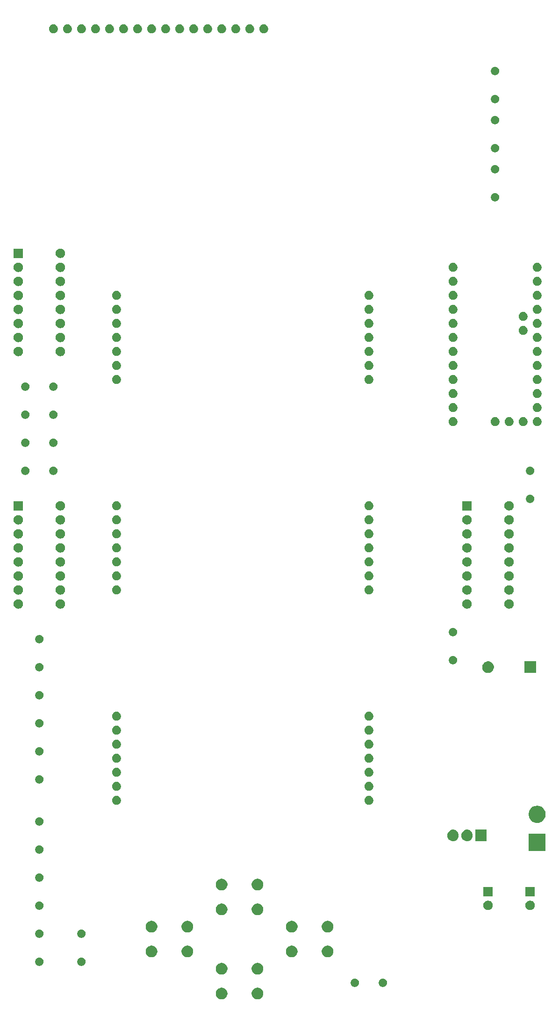
<source format=gbs>
G04 #@! TF.GenerationSoftware,KiCad,Pcbnew,5.1.5-52549c5~84~ubuntu19.10.1*
G04 #@! TF.CreationDate,2020-03-18T22:44:12+01:00*
G04 #@! TF.ProjectId,tetris-board,74657472-6973-42d6-926f-6172642e6b69,rev?*
G04 #@! TF.SameCoordinates,Original*
G04 #@! TF.FileFunction,Soldermask,Bot*
G04 #@! TF.FilePolarity,Negative*
%FSLAX46Y46*%
G04 Gerber Fmt 4.6, Leading zero omitted, Abs format (unit mm)*
G04 Created by KiCad (PCBNEW 5.1.5-52549c5~84~ubuntu19.10.1) date 2020-03-18 22:44:12*
%MOMM*%
%LPD*%
G04 APERTURE LIST*
%ADD10C,0.100000*%
G04 APERTURE END LIST*
D10*
G36*
X89356564Y-233359389D02*
G01*
X89547833Y-233438615D01*
X89547835Y-233438616D01*
X89719973Y-233553635D01*
X89866365Y-233700027D01*
X89981385Y-233872167D01*
X90060611Y-234063436D01*
X90101000Y-234266484D01*
X90101000Y-234473516D01*
X90060611Y-234676564D01*
X89981385Y-234867833D01*
X89981384Y-234867835D01*
X89866365Y-235039973D01*
X89719973Y-235186365D01*
X89547835Y-235301384D01*
X89547834Y-235301385D01*
X89547833Y-235301385D01*
X89356564Y-235380611D01*
X89153516Y-235421000D01*
X88946484Y-235421000D01*
X88743436Y-235380611D01*
X88552167Y-235301385D01*
X88552166Y-235301385D01*
X88552165Y-235301384D01*
X88380027Y-235186365D01*
X88233635Y-235039973D01*
X88118616Y-234867835D01*
X88118615Y-234867833D01*
X88039389Y-234676564D01*
X87999000Y-234473516D01*
X87999000Y-234266484D01*
X88039389Y-234063436D01*
X88118615Y-233872167D01*
X88233635Y-233700027D01*
X88380027Y-233553635D01*
X88552165Y-233438616D01*
X88552167Y-233438615D01*
X88743436Y-233359389D01*
X88946484Y-233319000D01*
X89153516Y-233319000D01*
X89356564Y-233359389D01*
G37*
G36*
X82856564Y-233359389D02*
G01*
X83047833Y-233438615D01*
X83047835Y-233438616D01*
X83219973Y-233553635D01*
X83366365Y-233700027D01*
X83481385Y-233872167D01*
X83560611Y-234063436D01*
X83601000Y-234266484D01*
X83601000Y-234473516D01*
X83560611Y-234676564D01*
X83481385Y-234867833D01*
X83481384Y-234867835D01*
X83366365Y-235039973D01*
X83219973Y-235186365D01*
X83047835Y-235301384D01*
X83047834Y-235301385D01*
X83047833Y-235301385D01*
X82856564Y-235380611D01*
X82653516Y-235421000D01*
X82446484Y-235421000D01*
X82243436Y-235380611D01*
X82052167Y-235301385D01*
X82052166Y-235301385D01*
X82052165Y-235301384D01*
X81880027Y-235186365D01*
X81733635Y-235039973D01*
X81618616Y-234867835D01*
X81618615Y-234867833D01*
X81539389Y-234676564D01*
X81499000Y-234473516D01*
X81499000Y-234266484D01*
X81539389Y-234063436D01*
X81618615Y-233872167D01*
X81733635Y-233700027D01*
X81880027Y-233553635D01*
X82052165Y-233438616D01*
X82052167Y-233438615D01*
X82243436Y-233359389D01*
X82446484Y-233319000D01*
X82653516Y-233319000D01*
X82856564Y-233359389D01*
G37*
G36*
X111979059Y-231687860D02*
G01*
X112115732Y-231744472D01*
X112238735Y-231826660D01*
X112343340Y-231931265D01*
X112425528Y-232054268D01*
X112482140Y-232190941D01*
X112511000Y-232336033D01*
X112511000Y-232483967D01*
X112482140Y-232629059D01*
X112425528Y-232765732D01*
X112343340Y-232888735D01*
X112238735Y-232993340D01*
X112115732Y-233075528D01*
X112115731Y-233075529D01*
X112115730Y-233075529D01*
X111979059Y-233132140D01*
X111833968Y-233161000D01*
X111686032Y-233161000D01*
X111540941Y-233132140D01*
X111404270Y-233075529D01*
X111404269Y-233075529D01*
X111404268Y-233075528D01*
X111281265Y-232993340D01*
X111176660Y-232888735D01*
X111094472Y-232765732D01*
X111037860Y-232629059D01*
X111009000Y-232483967D01*
X111009000Y-232336033D01*
X111037860Y-232190941D01*
X111094472Y-232054268D01*
X111176660Y-231931265D01*
X111281265Y-231826660D01*
X111404268Y-231744472D01*
X111540941Y-231687860D01*
X111686032Y-231659000D01*
X111833968Y-231659000D01*
X111979059Y-231687860D01*
G37*
G36*
X106899059Y-231687860D02*
G01*
X107035732Y-231744472D01*
X107158735Y-231826660D01*
X107263340Y-231931265D01*
X107345528Y-232054268D01*
X107402140Y-232190941D01*
X107431000Y-232336033D01*
X107431000Y-232483967D01*
X107402140Y-232629059D01*
X107345528Y-232765732D01*
X107263340Y-232888735D01*
X107158735Y-232993340D01*
X107035732Y-233075528D01*
X107035731Y-233075529D01*
X107035730Y-233075529D01*
X106899059Y-233132140D01*
X106753968Y-233161000D01*
X106606032Y-233161000D01*
X106460941Y-233132140D01*
X106324270Y-233075529D01*
X106324269Y-233075529D01*
X106324268Y-233075528D01*
X106201265Y-232993340D01*
X106096660Y-232888735D01*
X106014472Y-232765732D01*
X105957860Y-232629059D01*
X105929000Y-232483967D01*
X105929000Y-232336033D01*
X105957860Y-232190941D01*
X106014472Y-232054268D01*
X106096660Y-231931265D01*
X106201265Y-231826660D01*
X106324268Y-231744472D01*
X106460941Y-231687860D01*
X106606032Y-231659000D01*
X106753968Y-231659000D01*
X106899059Y-231687860D01*
G37*
G36*
X89356564Y-228859389D02*
G01*
X89547833Y-228938615D01*
X89547835Y-228938616D01*
X89719973Y-229053635D01*
X89866365Y-229200027D01*
X89981385Y-229372167D01*
X90060611Y-229563436D01*
X90101000Y-229766484D01*
X90101000Y-229973516D01*
X90060611Y-230176564D01*
X89981385Y-230367833D01*
X89981384Y-230367835D01*
X89866365Y-230539973D01*
X89719973Y-230686365D01*
X89547835Y-230801384D01*
X89547834Y-230801385D01*
X89547833Y-230801385D01*
X89356564Y-230880611D01*
X89153516Y-230921000D01*
X88946484Y-230921000D01*
X88743436Y-230880611D01*
X88552167Y-230801385D01*
X88552166Y-230801385D01*
X88552165Y-230801384D01*
X88380027Y-230686365D01*
X88233635Y-230539973D01*
X88118616Y-230367835D01*
X88118615Y-230367833D01*
X88039389Y-230176564D01*
X87999000Y-229973516D01*
X87999000Y-229766484D01*
X88039389Y-229563436D01*
X88118615Y-229372167D01*
X88233635Y-229200027D01*
X88380027Y-229053635D01*
X88552165Y-228938616D01*
X88552167Y-228938615D01*
X88743436Y-228859389D01*
X88946484Y-228819000D01*
X89153516Y-228819000D01*
X89356564Y-228859389D01*
G37*
G36*
X82856564Y-228859389D02*
G01*
X83047833Y-228938615D01*
X83047835Y-228938616D01*
X83219973Y-229053635D01*
X83366365Y-229200027D01*
X83481385Y-229372167D01*
X83560611Y-229563436D01*
X83601000Y-229766484D01*
X83601000Y-229973516D01*
X83560611Y-230176564D01*
X83481385Y-230367833D01*
X83481384Y-230367835D01*
X83366365Y-230539973D01*
X83219973Y-230686365D01*
X83047835Y-230801384D01*
X83047834Y-230801385D01*
X83047833Y-230801385D01*
X82856564Y-230880611D01*
X82653516Y-230921000D01*
X82446484Y-230921000D01*
X82243436Y-230880611D01*
X82052167Y-230801385D01*
X82052166Y-230801385D01*
X82052165Y-230801384D01*
X81880027Y-230686365D01*
X81733635Y-230539973D01*
X81618616Y-230367835D01*
X81618615Y-230367833D01*
X81539389Y-230176564D01*
X81499000Y-229973516D01*
X81499000Y-229766484D01*
X81539389Y-229563436D01*
X81618615Y-229372167D01*
X81733635Y-229200027D01*
X81880027Y-229053635D01*
X82052165Y-228938616D01*
X82052167Y-228938615D01*
X82243436Y-228859389D01*
X82446484Y-228819000D01*
X82653516Y-228819000D01*
X82856564Y-228859389D01*
G37*
G36*
X49749059Y-227877860D02*
G01*
X49885732Y-227934472D01*
X50008735Y-228016660D01*
X50113340Y-228121265D01*
X50195528Y-228244268D01*
X50252140Y-228380941D01*
X50281000Y-228526033D01*
X50281000Y-228673967D01*
X50252140Y-228819059D01*
X50195528Y-228955732D01*
X50113340Y-229078735D01*
X50008735Y-229183340D01*
X49885732Y-229265528D01*
X49885731Y-229265529D01*
X49885730Y-229265529D01*
X49749059Y-229322140D01*
X49603968Y-229351000D01*
X49456032Y-229351000D01*
X49310941Y-229322140D01*
X49174270Y-229265529D01*
X49174269Y-229265529D01*
X49174268Y-229265528D01*
X49051265Y-229183340D01*
X48946660Y-229078735D01*
X48864472Y-228955732D01*
X48807860Y-228819059D01*
X48779000Y-228673967D01*
X48779000Y-228526033D01*
X48807860Y-228380941D01*
X48864472Y-228244268D01*
X48946660Y-228121265D01*
X49051265Y-228016660D01*
X49174268Y-227934472D01*
X49310941Y-227877860D01*
X49456032Y-227849000D01*
X49603968Y-227849000D01*
X49749059Y-227877860D01*
G37*
G36*
X57369059Y-227877860D02*
G01*
X57505732Y-227934472D01*
X57628735Y-228016660D01*
X57733340Y-228121265D01*
X57815528Y-228244268D01*
X57872140Y-228380941D01*
X57901000Y-228526033D01*
X57901000Y-228673967D01*
X57872140Y-228819059D01*
X57815528Y-228955732D01*
X57733340Y-229078735D01*
X57628735Y-229183340D01*
X57505732Y-229265528D01*
X57505731Y-229265529D01*
X57505730Y-229265529D01*
X57369059Y-229322140D01*
X57223968Y-229351000D01*
X57076032Y-229351000D01*
X56930941Y-229322140D01*
X56794270Y-229265529D01*
X56794269Y-229265529D01*
X56794268Y-229265528D01*
X56671265Y-229183340D01*
X56566660Y-229078735D01*
X56484472Y-228955732D01*
X56427860Y-228819059D01*
X56399000Y-228673967D01*
X56399000Y-228526033D01*
X56427860Y-228380941D01*
X56484472Y-228244268D01*
X56566660Y-228121265D01*
X56671265Y-228016660D01*
X56794268Y-227934472D01*
X56930941Y-227877860D01*
X57076032Y-227849000D01*
X57223968Y-227849000D01*
X57369059Y-227877860D01*
G37*
G36*
X76656564Y-225739389D02*
G01*
X76847833Y-225818615D01*
X76847835Y-225818616D01*
X77019973Y-225933635D01*
X77166365Y-226080027D01*
X77281385Y-226252167D01*
X77360611Y-226443436D01*
X77401000Y-226646484D01*
X77401000Y-226853516D01*
X77360611Y-227056564D01*
X77281385Y-227247833D01*
X77281384Y-227247835D01*
X77166365Y-227419973D01*
X77019973Y-227566365D01*
X76847835Y-227681384D01*
X76847834Y-227681385D01*
X76847833Y-227681385D01*
X76656564Y-227760611D01*
X76453516Y-227801000D01*
X76246484Y-227801000D01*
X76043436Y-227760611D01*
X75852167Y-227681385D01*
X75852166Y-227681385D01*
X75852165Y-227681384D01*
X75680027Y-227566365D01*
X75533635Y-227419973D01*
X75418616Y-227247835D01*
X75418615Y-227247833D01*
X75339389Y-227056564D01*
X75299000Y-226853516D01*
X75299000Y-226646484D01*
X75339389Y-226443436D01*
X75418615Y-226252167D01*
X75533635Y-226080027D01*
X75680027Y-225933635D01*
X75852165Y-225818616D01*
X75852167Y-225818615D01*
X76043436Y-225739389D01*
X76246484Y-225699000D01*
X76453516Y-225699000D01*
X76656564Y-225739389D01*
G37*
G36*
X70156564Y-225739389D02*
G01*
X70347833Y-225818615D01*
X70347835Y-225818616D01*
X70519973Y-225933635D01*
X70666365Y-226080027D01*
X70781385Y-226252167D01*
X70860611Y-226443436D01*
X70901000Y-226646484D01*
X70901000Y-226853516D01*
X70860611Y-227056564D01*
X70781385Y-227247833D01*
X70781384Y-227247835D01*
X70666365Y-227419973D01*
X70519973Y-227566365D01*
X70347835Y-227681384D01*
X70347834Y-227681385D01*
X70347833Y-227681385D01*
X70156564Y-227760611D01*
X69953516Y-227801000D01*
X69746484Y-227801000D01*
X69543436Y-227760611D01*
X69352167Y-227681385D01*
X69352166Y-227681385D01*
X69352165Y-227681384D01*
X69180027Y-227566365D01*
X69033635Y-227419973D01*
X68918616Y-227247835D01*
X68918615Y-227247833D01*
X68839389Y-227056564D01*
X68799000Y-226853516D01*
X68799000Y-226646484D01*
X68839389Y-226443436D01*
X68918615Y-226252167D01*
X69033635Y-226080027D01*
X69180027Y-225933635D01*
X69352165Y-225818616D01*
X69352167Y-225818615D01*
X69543436Y-225739389D01*
X69746484Y-225699000D01*
X69953516Y-225699000D01*
X70156564Y-225739389D01*
G37*
G36*
X102056564Y-225739389D02*
G01*
X102247833Y-225818615D01*
X102247835Y-225818616D01*
X102419973Y-225933635D01*
X102566365Y-226080027D01*
X102681385Y-226252167D01*
X102760611Y-226443436D01*
X102801000Y-226646484D01*
X102801000Y-226853516D01*
X102760611Y-227056564D01*
X102681385Y-227247833D01*
X102681384Y-227247835D01*
X102566365Y-227419973D01*
X102419973Y-227566365D01*
X102247835Y-227681384D01*
X102247834Y-227681385D01*
X102247833Y-227681385D01*
X102056564Y-227760611D01*
X101853516Y-227801000D01*
X101646484Y-227801000D01*
X101443436Y-227760611D01*
X101252167Y-227681385D01*
X101252166Y-227681385D01*
X101252165Y-227681384D01*
X101080027Y-227566365D01*
X100933635Y-227419973D01*
X100818616Y-227247835D01*
X100818615Y-227247833D01*
X100739389Y-227056564D01*
X100699000Y-226853516D01*
X100699000Y-226646484D01*
X100739389Y-226443436D01*
X100818615Y-226252167D01*
X100933635Y-226080027D01*
X101080027Y-225933635D01*
X101252165Y-225818616D01*
X101252167Y-225818615D01*
X101443436Y-225739389D01*
X101646484Y-225699000D01*
X101853516Y-225699000D01*
X102056564Y-225739389D01*
G37*
G36*
X95556564Y-225739389D02*
G01*
X95747833Y-225818615D01*
X95747835Y-225818616D01*
X95919973Y-225933635D01*
X96066365Y-226080027D01*
X96181385Y-226252167D01*
X96260611Y-226443436D01*
X96301000Y-226646484D01*
X96301000Y-226853516D01*
X96260611Y-227056564D01*
X96181385Y-227247833D01*
X96181384Y-227247835D01*
X96066365Y-227419973D01*
X95919973Y-227566365D01*
X95747835Y-227681384D01*
X95747834Y-227681385D01*
X95747833Y-227681385D01*
X95556564Y-227760611D01*
X95353516Y-227801000D01*
X95146484Y-227801000D01*
X94943436Y-227760611D01*
X94752167Y-227681385D01*
X94752166Y-227681385D01*
X94752165Y-227681384D01*
X94580027Y-227566365D01*
X94433635Y-227419973D01*
X94318616Y-227247835D01*
X94318615Y-227247833D01*
X94239389Y-227056564D01*
X94199000Y-226853516D01*
X94199000Y-226646484D01*
X94239389Y-226443436D01*
X94318615Y-226252167D01*
X94433635Y-226080027D01*
X94580027Y-225933635D01*
X94752165Y-225818616D01*
X94752167Y-225818615D01*
X94943436Y-225739389D01*
X95146484Y-225699000D01*
X95353516Y-225699000D01*
X95556564Y-225739389D01*
G37*
G36*
X49749059Y-222797860D02*
G01*
X49885732Y-222854472D01*
X50008735Y-222936660D01*
X50113340Y-223041265D01*
X50195528Y-223164268D01*
X50252140Y-223300941D01*
X50281000Y-223446033D01*
X50281000Y-223593967D01*
X50252140Y-223739059D01*
X50195528Y-223875732D01*
X50113340Y-223998735D01*
X50008735Y-224103340D01*
X49885732Y-224185528D01*
X49885731Y-224185529D01*
X49885730Y-224185529D01*
X49749059Y-224242140D01*
X49603968Y-224271000D01*
X49456032Y-224271000D01*
X49310941Y-224242140D01*
X49174270Y-224185529D01*
X49174269Y-224185529D01*
X49174268Y-224185528D01*
X49051265Y-224103340D01*
X48946660Y-223998735D01*
X48864472Y-223875732D01*
X48807860Y-223739059D01*
X48779000Y-223593967D01*
X48779000Y-223446033D01*
X48807860Y-223300941D01*
X48864472Y-223164268D01*
X48946660Y-223041265D01*
X49051265Y-222936660D01*
X49174268Y-222854472D01*
X49310941Y-222797860D01*
X49456032Y-222769000D01*
X49603968Y-222769000D01*
X49749059Y-222797860D01*
G37*
G36*
X57369059Y-222797860D02*
G01*
X57505732Y-222854472D01*
X57628735Y-222936660D01*
X57733340Y-223041265D01*
X57815528Y-223164268D01*
X57872140Y-223300941D01*
X57901000Y-223446033D01*
X57901000Y-223593967D01*
X57872140Y-223739059D01*
X57815528Y-223875732D01*
X57733340Y-223998735D01*
X57628735Y-224103340D01*
X57505732Y-224185528D01*
X57505731Y-224185529D01*
X57505730Y-224185529D01*
X57369059Y-224242140D01*
X57223968Y-224271000D01*
X57076032Y-224271000D01*
X56930941Y-224242140D01*
X56794270Y-224185529D01*
X56794269Y-224185529D01*
X56794268Y-224185528D01*
X56671265Y-224103340D01*
X56566660Y-223998735D01*
X56484472Y-223875732D01*
X56427860Y-223739059D01*
X56399000Y-223593967D01*
X56399000Y-223446033D01*
X56427860Y-223300941D01*
X56484472Y-223164268D01*
X56566660Y-223041265D01*
X56671265Y-222936660D01*
X56794268Y-222854472D01*
X56930941Y-222797860D01*
X57076032Y-222769000D01*
X57223968Y-222769000D01*
X57369059Y-222797860D01*
G37*
G36*
X95556564Y-221239389D02*
G01*
X95747833Y-221318615D01*
X95747835Y-221318616D01*
X95919973Y-221433635D01*
X96066365Y-221580027D01*
X96181385Y-221752167D01*
X96260611Y-221943436D01*
X96301000Y-222146484D01*
X96301000Y-222353516D01*
X96260611Y-222556564D01*
X96181385Y-222747833D01*
X96181384Y-222747835D01*
X96066365Y-222919973D01*
X95919973Y-223066365D01*
X95747835Y-223181384D01*
X95747834Y-223181385D01*
X95747833Y-223181385D01*
X95556564Y-223260611D01*
X95353516Y-223301000D01*
X95146484Y-223301000D01*
X94943436Y-223260611D01*
X94752167Y-223181385D01*
X94752166Y-223181385D01*
X94752165Y-223181384D01*
X94580027Y-223066365D01*
X94433635Y-222919973D01*
X94318616Y-222747835D01*
X94318615Y-222747833D01*
X94239389Y-222556564D01*
X94199000Y-222353516D01*
X94199000Y-222146484D01*
X94239389Y-221943436D01*
X94318615Y-221752167D01*
X94433635Y-221580027D01*
X94580027Y-221433635D01*
X94752165Y-221318616D01*
X94752167Y-221318615D01*
X94943436Y-221239389D01*
X95146484Y-221199000D01*
X95353516Y-221199000D01*
X95556564Y-221239389D01*
G37*
G36*
X102056564Y-221239389D02*
G01*
X102247833Y-221318615D01*
X102247835Y-221318616D01*
X102419973Y-221433635D01*
X102566365Y-221580027D01*
X102681385Y-221752167D01*
X102760611Y-221943436D01*
X102801000Y-222146484D01*
X102801000Y-222353516D01*
X102760611Y-222556564D01*
X102681385Y-222747833D01*
X102681384Y-222747835D01*
X102566365Y-222919973D01*
X102419973Y-223066365D01*
X102247835Y-223181384D01*
X102247834Y-223181385D01*
X102247833Y-223181385D01*
X102056564Y-223260611D01*
X101853516Y-223301000D01*
X101646484Y-223301000D01*
X101443436Y-223260611D01*
X101252167Y-223181385D01*
X101252166Y-223181385D01*
X101252165Y-223181384D01*
X101080027Y-223066365D01*
X100933635Y-222919973D01*
X100818616Y-222747835D01*
X100818615Y-222747833D01*
X100739389Y-222556564D01*
X100699000Y-222353516D01*
X100699000Y-222146484D01*
X100739389Y-221943436D01*
X100818615Y-221752167D01*
X100933635Y-221580027D01*
X101080027Y-221433635D01*
X101252165Y-221318616D01*
X101252167Y-221318615D01*
X101443436Y-221239389D01*
X101646484Y-221199000D01*
X101853516Y-221199000D01*
X102056564Y-221239389D01*
G37*
G36*
X76656564Y-221239389D02*
G01*
X76847833Y-221318615D01*
X76847835Y-221318616D01*
X77019973Y-221433635D01*
X77166365Y-221580027D01*
X77281385Y-221752167D01*
X77360611Y-221943436D01*
X77401000Y-222146484D01*
X77401000Y-222353516D01*
X77360611Y-222556564D01*
X77281385Y-222747833D01*
X77281384Y-222747835D01*
X77166365Y-222919973D01*
X77019973Y-223066365D01*
X76847835Y-223181384D01*
X76847834Y-223181385D01*
X76847833Y-223181385D01*
X76656564Y-223260611D01*
X76453516Y-223301000D01*
X76246484Y-223301000D01*
X76043436Y-223260611D01*
X75852167Y-223181385D01*
X75852166Y-223181385D01*
X75852165Y-223181384D01*
X75680027Y-223066365D01*
X75533635Y-222919973D01*
X75418616Y-222747835D01*
X75418615Y-222747833D01*
X75339389Y-222556564D01*
X75299000Y-222353516D01*
X75299000Y-222146484D01*
X75339389Y-221943436D01*
X75418615Y-221752167D01*
X75533635Y-221580027D01*
X75680027Y-221433635D01*
X75852165Y-221318616D01*
X75852167Y-221318615D01*
X76043436Y-221239389D01*
X76246484Y-221199000D01*
X76453516Y-221199000D01*
X76656564Y-221239389D01*
G37*
G36*
X70156564Y-221239389D02*
G01*
X70347833Y-221318615D01*
X70347835Y-221318616D01*
X70519973Y-221433635D01*
X70666365Y-221580027D01*
X70781385Y-221752167D01*
X70860611Y-221943436D01*
X70901000Y-222146484D01*
X70901000Y-222353516D01*
X70860611Y-222556564D01*
X70781385Y-222747833D01*
X70781384Y-222747835D01*
X70666365Y-222919973D01*
X70519973Y-223066365D01*
X70347835Y-223181384D01*
X70347834Y-223181385D01*
X70347833Y-223181385D01*
X70156564Y-223260611D01*
X69953516Y-223301000D01*
X69746484Y-223301000D01*
X69543436Y-223260611D01*
X69352167Y-223181385D01*
X69352166Y-223181385D01*
X69352165Y-223181384D01*
X69180027Y-223066365D01*
X69033635Y-222919973D01*
X68918616Y-222747835D01*
X68918615Y-222747833D01*
X68839389Y-222556564D01*
X68799000Y-222353516D01*
X68799000Y-222146484D01*
X68839389Y-221943436D01*
X68918615Y-221752167D01*
X69033635Y-221580027D01*
X69180027Y-221433635D01*
X69352165Y-221318616D01*
X69352167Y-221318615D01*
X69543436Y-221239389D01*
X69746484Y-221199000D01*
X69953516Y-221199000D01*
X70156564Y-221239389D01*
G37*
G36*
X82856564Y-218119389D02*
G01*
X83047833Y-218198615D01*
X83047835Y-218198616D01*
X83219973Y-218313635D01*
X83366365Y-218460027D01*
X83402407Y-218513967D01*
X83481385Y-218632167D01*
X83560611Y-218823436D01*
X83601000Y-219026484D01*
X83601000Y-219233516D01*
X83560611Y-219436564D01*
X83481385Y-219627833D01*
X83481384Y-219627835D01*
X83366365Y-219799973D01*
X83219973Y-219946365D01*
X83047835Y-220061384D01*
X83047834Y-220061385D01*
X83047833Y-220061385D01*
X82856564Y-220140611D01*
X82653516Y-220181000D01*
X82446484Y-220181000D01*
X82243436Y-220140611D01*
X82052167Y-220061385D01*
X82052166Y-220061385D01*
X82052165Y-220061384D01*
X81880027Y-219946365D01*
X81733635Y-219799973D01*
X81618616Y-219627835D01*
X81618615Y-219627833D01*
X81539389Y-219436564D01*
X81499000Y-219233516D01*
X81499000Y-219026484D01*
X81539389Y-218823436D01*
X81618615Y-218632167D01*
X81697594Y-218513967D01*
X81733635Y-218460027D01*
X81880027Y-218313635D01*
X82052165Y-218198616D01*
X82052167Y-218198615D01*
X82243436Y-218119389D01*
X82446484Y-218079000D01*
X82653516Y-218079000D01*
X82856564Y-218119389D01*
G37*
G36*
X89356564Y-218119389D02*
G01*
X89547833Y-218198615D01*
X89547835Y-218198616D01*
X89719973Y-218313635D01*
X89866365Y-218460027D01*
X89902407Y-218513967D01*
X89981385Y-218632167D01*
X90060611Y-218823436D01*
X90101000Y-219026484D01*
X90101000Y-219233516D01*
X90060611Y-219436564D01*
X89981385Y-219627833D01*
X89981384Y-219627835D01*
X89866365Y-219799973D01*
X89719973Y-219946365D01*
X89547835Y-220061384D01*
X89547834Y-220061385D01*
X89547833Y-220061385D01*
X89356564Y-220140611D01*
X89153516Y-220181000D01*
X88946484Y-220181000D01*
X88743436Y-220140611D01*
X88552167Y-220061385D01*
X88552166Y-220061385D01*
X88552165Y-220061384D01*
X88380027Y-219946365D01*
X88233635Y-219799973D01*
X88118616Y-219627835D01*
X88118615Y-219627833D01*
X88039389Y-219436564D01*
X87999000Y-219233516D01*
X87999000Y-219026484D01*
X88039389Y-218823436D01*
X88118615Y-218632167D01*
X88197594Y-218513967D01*
X88233635Y-218460027D01*
X88380027Y-218313635D01*
X88552165Y-218198616D01*
X88552167Y-218198615D01*
X88743436Y-218119389D01*
X88946484Y-218079000D01*
X89153516Y-218079000D01*
X89356564Y-218119389D01*
G37*
G36*
X138678228Y-217581703D02*
G01*
X138833100Y-217645853D01*
X138972481Y-217738985D01*
X139091015Y-217857519D01*
X139184147Y-217996900D01*
X139248297Y-218151772D01*
X139281000Y-218316184D01*
X139281000Y-218483816D01*
X139248297Y-218648228D01*
X139184147Y-218803100D01*
X139091015Y-218942481D01*
X138972481Y-219061015D01*
X138833100Y-219154147D01*
X138678228Y-219218297D01*
X138513816Y-219251000D01*
X138346184Y-219251000D01*
X138181772Y-219218297D01*
X138026900Y-219154147D01*
X137887519Y-219061015D01*
X137768985Y-218942481D01*
X137675853Y-218803100D01*
X137611703Y-218648228D01*
X137579000Y-218483816D01*
X137579000Y-218316184D01*
X137611703Y-218151772D01*
X137675853Y-217996900D01*
X137768985Y-217857519D01*
X137887519Y-217738985D01*
X138026900Y-217645853D01*
X138181772Y-217581703D01*
X138346184Y-217549000D01*
X138513816Y-217549000D01*
X138678228Y-217581703D01*
G37*
G36*
X131058228Y-217581703D02*
G01*
X131213100Y-217645853D01*
X131352481Y-217738985D01*
X131471015Y-217857519D01*
X131564147Y-217996900D01*
X131628297Y-218151772D01*
X131661000Y-218316184D01*
X131661000Y-218483816D01*
X131628297Y-218648228D01*
X131564147Y-218803100D01*
X131471015Y-218942481D01*
X131352481Y-219061015D01*
X131213100Y-219154147D01*
X131058228Y-219218297D01*
X130893816Y-219251000D01*
X130726184Y-219251000D01*
X130561772Y-219218297D01*
X130406900Y-219154147D01*
X130267519Y-219061015D01*
X130148985Y-218942481D01*
X130055853Y-218803100D01*
X129991703Y-218648228D01*
X129959000Y-218483816D01*
X129959000Y-218316184D01*
X129991703Y-218151772D01*
X130055853Y-217996900D01*
X130148985Y-217857519D01*
X130267519Y-217738985D01*
X130406900Y-217645853D01*
X130561772Y-217581703D01*
X130726184Y-217549000D01*
X130893816Y-217549000D01*
X131058228Y-217581703D01*
G37*
G36*
X49749059Y-217717860D02*
G01*
X49885732Y-217774472D01*
X50008735Y-217856660D01*
X50113340Y-217961265D01*
X50195528Y-218084268D01*
X50252140Y-218220941D01*
X50281000Y-218366033D01*
X50281000Y-218513967D01*
X50252140Y-218659059D01*
X50195528Y-218795732D01*
X50113340Y-218918735D01*
X50008735Y-219023340D01*
X49885732Y-219105528D01*
X49885731Y-219105529D01*
X49885730Y-219105529D01*
X49749059Y-219162140D01*
X49603968Y-219191000D01*
X49456032Y-219191000D01*
X49310941Y-219162140D01*
X49174270Y-219105529D01*
X49174269Y-219105529D01*
X49174268Y-219105528D01*
X49051265Y-219023340D01*
X48946660Y-218918735D01*
X48864472Y-218795732D01*
X48807860Y-218659059D01*
X48779000Y-218513967D01*
X48779000Y-218366033D01*
X48807860Y-218220941D01*
X48864472Y-218084268D01*
X48946660Y-217961265D01*
X49051265Y-217856660D01*
X49174268Y-217774472D01*
X49310941Y-217717860D01*
X49456032Y-217689000D01*
X49603968Y-217689000D01*
X49749059Y-217717860D01*
G37*
G36*
X139281000Y-216751000D02*
G01*
X137579000Y-216751000D01*
X137579000Y-215049000D01*
X139281000Y-215049000D01*
X139281000Y-216751000D01*
G37*
G36*
X131661000Y-216751000D02*
G01*
X129959000Y-216751000D01*
X129959000Y-215049000D01*
X131661000Y-215049000D01*
X131661000Y-216751000D01*
G37*
G36*
X82856564Y-213619389D02*
G01*
X83047833Y-213698615D01*
X83047835Y-213698616D01*
X83219973Y-213813635D01*
X83366365Y-213960027D01*
X83481385Y-214132167D01*
X83560611Y-214323436D01*
X83601000Y-214526484D01*
X83601000Y-214733516D01*
X83560611Y-214936564D01*
X83481385Y-215127833D01*
X83481384Y-215127835D01*
X83366365Y-215299973D01*
X83219973Y-215446365D01*
X83047835Y-215561384D01*
X83047834Y-215561385D01*
X83047833Y-215561385D01*
X82856564Y-215640611D01*
X82653516Y-215681000D01*
X82446484Y-215681000D01*
X82243436Y-215640611D01*
X82052167Y-215561385D01*
X82052166Y-215561385D01*
X82052165Y-215561384D01*
X81880027Y-215446365D01*
X81733635Y-215299973D01*
X81618616Y-215127835D01*
X81618615Y-215127833D01*
X81539389Y-214936564D01*
X81499000Y-214733516D01*
X81499000Y-214526484D01*
X81539389Y-214323436D01*
X81618615Y-214132167D01*
X81733635Y-213960027D01*
X81880027Y-213813635D01*
X82052165Y-213698616D01*
X82052167Y-213698615D01*
X82243436Y-213619389D01*
X82446484Y-213579000D01*
X82653516Y-213579000D01*
X82856564Y-213619389D01*
G37*
G36*
X89356564Y-213619389D02*
G01*
X89547833Y-213698615D01*
X89547835Y-213698616D01*
X89719973Y-213813635D01*
X89866365Y-213960027D01*
X89981385Y-214132167D01*
X90060611Y-214323436D01*
X90101000Y-214526484D01*
X90101000Y-214733516D01*
X90060611Y-214936564D01*
X89981385Y-215127833D01*
X89981384Y-215127835D01*
X89866365Y-215299973D01*
X89719973Y-215446365D01*
X89547835Y-215561384D01*
X89547834Y-215561385D01*
X89547833Y-215561385D01*
X89356564Y-215640611D01*
X89153516Y-215681000D01*
X88946484Y-215681000D01*
X88743436Y-215640611D01*
X88552167Y-215561385D01*
X88552166Y-215561385D01*
X88552165Y-215561384D01*
X88380027Y-215446365D01*
X88233635Y-215299973D01*
X88118616Y-215127835D01*
X88118615Y-215127833D01*
X88039389Y-214936564D01*
X87999000Y-214733516D01*
X87999000Y-214526484D01*
X88039389Y-214323436D01*
X88118615Y-214132167D01*
X88233635Y-213960027D01*
X88380027Y-213813635D01*
X88552165Y-213698616D01*
X88552167Y-213698615D01*
X88743436Y-213619389D01*
X88946484Y-213579000D01*
X89153516Y-213579000D01*
X89356564Y-213619389D01*
G37*
G36*
X49749059Y-212637860D02*
G01*
X49885732Y-212694472D01*
X50008735Y-212776660D01*
X50113340Y-212881265D01*
X50195528Y-213004268D01*
X50252140Y-213140941D01*
X50281000Y-213286033D01*
X50281000Y-213433967D01*
X50252140Y-213579059D01*
X50195528Y-213715732D01*
X50113340Y-213838735D01*
X50008735Y-213943340D01*
X49885732Y-214025528D01*
X49885731Y-214025529D01*
X49885730Y-214025529D01*
X49749059Y-214082140D01*
X49603968Y-214111000D01*
X49456032Y-214111000D01*
X49310941Y-214082140D01*
X49174270Y-214025529D01*
X49174269Y-214025529D01*
X49174268Y-214025528D01*
X49051265Y-213943340D01*
X48946660Y-213838735D01*
X48864472Y-213715732D01*
X48807860Y-213579059D01*
X48779000Y-213433967D01*
X48779000Y-213286033D01*
X48807860Y-213140941D01*
X48864472Y-213004268D01*
X48946660Y-212881265D01*
X49051265Y-212776660D01*
X49174268Y-212694472D01*
X49310941Y-212637860D01*
X49456032Y-212609000D01*
X49603968Y-212609000D01*
X49749059Y-212637860D01*
G37*
G36*
X49749059Y-207557860D02*
G01*
X49885732Y-207614472D01*
X50008735Y-207696660D01*
X50113340Y-207801265D01*
X50195528Y-207924268D01*
X50252140Y-208060941D01*
X50281000Y-208206033D01*
X50281000Y-208353967D01*
X50252140Y-208499059D01*
X50195528Y-208635732D01*
X50113340Y-208758735D01*
X50008735Y-208863340D01*
X49885732Y-208945528D01*
X49885731Y-208945529D01*
X49885730Y-208945529D01*
X49749059Y-209002140D01*
X49603968Y-209031000D01*
X49456032Y-209031000D01*
X49310941Y-209002140D01*
X49174270Y-208945529D01*
X49174269Y-208945529D01*
X49174268Y-208945528D01*
X49051265Y-208863340D01*
X48946660Y-208758735D01*
X48864472Y-208635732D01*
X48807860Y-208499059D01*
X48779000Y-208353967D01*
X48779000Y-208206033D01*
X48807860Y-208060941D01*
X48864472Y-207924268D01*
X48946660Y-207801265D01*
X49051265Y-207696660D01*
X49174268Y-207614472D01*
X49310941Y-207557860D01*
X49456032Y-207529000D01*
X49603968Y-207529000D01*
X49749059Y-207557860D01*
G37*
G36*
X141251000Y-208561000D02*
G01*
X138149000Y-208561000D01*
X138149000Y-205459000D01*
X141251000Y-205459000D01*
X141251000Y-208561000D01*
G37*
G36*
X124656720Y-204703520D02*
G01*
X124845881Y-204760901D01*
X125020212Y-204854083D01*
X125173015Y-204979485D01*
X125298417Y-205132288D01*
X125342182Y-205214167D01*
X125391598Y-205306617D01*
X125391599Y-205306620D01*
X125448980Y-205495781D01*
X125463500Y-205643207D01*
X125463500Y-205836794D01*
X125448980Y-205984220D01*
X125391599Y-206173381D01*
X125298417Y-206347712D01*
X125173015Y-206500515D01*
X125020212Y-206625917D01*
X124938333Y-206669682D01*
X124845883Y-206719098D01*
X124845880Y-206719099D01*
X124656719Y-206776480D01*
X124460000Y-206795855D01*
X124263280Y-206776480D01*
X124074119Y-206719099D01*
X123899788Y-206625917D01*
X123746985Y-206500515D01*
X123621583Y-206347712D01*
X123577818Y-206265833D01*
X123528402Y-206173383D01*
X123528401Y-206173380D01*
X123471020Y-205984219D01*
X123456500Y-205836793D01*
X123456500Y-205643206D01*
X123471020Y-205495780D01*
X123528401Y-205306619D01*
X123621583Y-205132288D01*
X123746985Y-204979485D01*
X123899788Y-204854083D01*
X124074120Y-204760901D01*
X124263281Y-204703520D01*
X124460000Y-204684145D01*
X124656720Y-204703520D01*
G37*
G36*
X127196720Y-204703520D02*
G01*
X127385881Y-204760901D01*
X127560212Y-204854083D01*
X127713015Y-204979485D01*
X127838417Y-205132288D01*
X127882182Y-205214167D01*
X127931598Y-205306617D01*
X127931599Y-205306620D01*
X127988980Y-205495781D01*
X128003500Y-205643207D01*
X128003500Y-205836794D01*
X127988980Y-205984220D01*
X127931599Y-206173381D01*
X127838417Y-206347712D01*
X127713015Y-206500515D01*
X127560212Y-206625917D01*
X127478333Y-206669682D01*
X127385883Y-206719098D01*
X127385880Y-206719099D01*
X127196719Y-206776480D01*
X127000000Y-206795855D01*
X126803280Y-206776480D01*
X126614119Y-206719099D01*
X126439788Y-206625917D01*
X126286985Y-206500515D01*
X126161583Y-206347712D01*
X126117818Y-206265833D01*
X126068402Y-206173383D01*
X126068401Y-206173380D01*
X126011020Y-205984219D01*
X125996500Y-205836793D01*
X125996500Y-205643206D01*
X126011020Y-205495780D01*
X126068401Y-205306619D01*
X126161583Y-205132288D01*
X126286985Y-204979485D01*
X126439788Y-204854083D01*
X126614120Y-204760901D01*
X126803281Y-204703520D01*
X127000000Y-204684145D01*
X127196720Y-204703520D01*
G37*
G36*
X130543500Y-206791000D02*
G01*
X128536500Y-206791000D01*
X128536500Y-204689000D01*
X130543500Y-204689000D01*
X130543500Y-206791000D01*
G37*
G36*
X49749059Y-202477860D02*
G01*
X49885732Y-202534472D01*
X50008735Y-202616660D01*
X50113340Y-202721265D01*
X50195528Y-202844268D01*
X50252140Y-202980941D01*
X50281000Y-203126033D01*
X50281000Y-203273967D01*
X50252140Y-203419059D01*
X50195528Y-203555732D01*
X50113340Y-203678735D01*
X50008735Y-203783340D01*
X49885732Y-203865528D01*
X49885731Y-203865529D01*
X49885730Y-203865529D01*
X49749059Y-203922140D01*
X49603968Y-203951000D01*
X49456032Y-203951000D01*
X49310941Y-203922140D01*
X49174270Y-203865529D01*
X49174269Y-203865529D01*
X49174268Y-203865528D01*
X49051265Y-203783340D01*
X48946660Y-203678735D01*
X48864472Y-203555732D01*
X48807860Y-203419059D01*
X48779000Y-203273967D01*
X48779000Y-203126033D01*
X48807860Y-202980941D01*
X48864472Y-202844268D01*
X48946660Y-202721265D01*
X49051265Y-202616660D01*
X49174268Y-202534472D01*
X49310941Y-202477860D01*
X49456032Y-202449000D01*
X49603968Y-202449000D01*
X49749059Y-202477860D01*
G37*
G36*
X140002585Y-200408802D02*
G01*
X140152410Y-200438604D01*
X140434674Y-200555521D01*
X140688705Y-200725259D01*
X140904741Y-200941295D01*
X141074479Y-201195326D01*
X141191396Y-201477590D01*
X141251000Y-201777240D01*
X141251000Y-202082760D01*
X141191396Y-202382410D01*
X141074479Y-202664674D01*
X140904741Y-202918705D01*
X140688705Y-203134741D01*
X140434674Y-203304479D01*
X140152410Y-203421396D01*
X140002585Y-203451198D01*
X139852761Y-203481000D01*
X139547239Y-203481000D01*
X139397415Y-203451198D01*
X139247590Y-203421396D01*
X138965326Y-203304479D01*
X138711295Y-203134741D01*
X138495259Y-202918705D01*
X138325521Y-202664674D01*
X138208604Y-202382410D01*
X138149000Y-202082760D01*
X138149000Y-201777240D01*
X138208604Y-201477590D01*
X138325521Y-201195326D01*
X138495259Y-200941295D01*
X138711295Y-200725259D01*
X138965326Y-200555521D01*
X139247590Y-200438604D01*
X139397415Y-200408802D01*
X139547239Y-200379000D01*
X139852761Y-200379000D01*
X140002585Y-200408802D01*
G37*
G36*
X109457142Y-198608242D02*
G01*
X109605101Y-198669529D01*
X109738255Y-198758499D01*
X109851501Y-198871745D01*
X109940471Y-199004899D01*
X110001758Y-199152858D01*
X110033000Y-199309925D01*
X110033000Y-199470075D01*
X110001758Y-199627142D01*
X109940471Y-199775101D01*
X109851501Y-199908255D01*
X109738255Y-200021501D01*
X109605101Y-200110471D01*
X109457142Y-200171758D01*
X109300075Y-200203000D01*
X109139925Y-200203000D01*
X108982858Y-200171758D01*
X108834899Y-200110471D01*
X108701745Y-200021501D01*
X108588499Y-199908255D01*
X108499529Y-199775101D01*
X108438242Y-199627142D01*
X108407000Y-199470075D01*
X108407000Y-199309925D01*
X108438242Y-199152858D01*
X108499529Y-199004899D01*
X108588499Y-198871745D01*
X108701745Y-198758499D01*
X108834899Y-198669529D01*
X108982858Y-198608242D01*
X109139925Y-198577000D01*
X109300075Y-198577000D01*
X109457142Y-198608242D01*
G37*
G36*
X63737142Y-198608242D02*
G01*
X63885101Y-198669529D01*
X64018255Y-198758499D01*
X64131501Y-198871745D01*
X64220471Y-199004899D01*
X64281758Y-199152858D01*
X64313000Y-199309925D01*
X64313000Y-199470075D01*
X64281758Y-199627142D01*
X64220471Y-199775101D01*
X64131501Y-199908255D01*
X64018255Y-200021501D01*
X63885101Y-200110471D01*
X63737142Y-200171758D01*
X63580075Y-200203000D01*
X63419925Y-200203000D01*
X63262858Y-200171758D01*
X63114899Y-200110471D01*
X62981745Y-200021501D01*
X62868499Y-199908255D01*
X62779529Y-199775101D01*
X62718242Y-199627142D01*
X62687000Y-199470075D01*
X62687000Y-199309925D01*
X62718242Y-199152858D01*
X62779529Y-199004899D01*
X62868499Y-198871745D01*
X62981745Y-198758499D01*
X63114899Y-198669529D01*
X63262858Y-198608242D01*
X63419925Y-198577000D01*
X63580075Y-198577000D01*
X63737142Y-198608242D01*
G37*
G36*
X109457142Y-196068242D02*
G01*
X109605101Y-196129529D01*
X109738255Y-196218499D01*
X109851501Y-196331745D01*
X109940471Y-196464899D01*
X110001758Y-196612858D01*
X110033000Y-196769925D01*
X110033000Y-196930075D01*
X110001758Y-197087142D01*
X109940471Y-197235101D01*
X109851501Y-197368255D01*
X109738255Y-197481501D01*
X109605101Y-197570471D01*
X109457142Y-197631758D01*
X109300075Y-197663000D01*
X109139925Y-197663000D01*
X108982858Y-197631758D01*
X108834899Y-197570471D01*
X108701745Y-197481501D01*
X108588499Y-197368255D01*
X108499529Y-197235101D01*
X108438242Y-197087142D01*
X108407000Y-196930075D01*
X108407000Y-196769925D01*
X108438242Y-196612858D01*
X108499529Y-196464899D01*
X108588499Y-196331745D01*
X108701745Y-196218499D01*
X108834899Y-196129529D01*
X108982858Y-196068242D01*
X109139925Y-196037000D01*
X109300075Y-196037000D01*
X109457142Y-196068242D01*
G37*
G36*
X63737142Y-196068242D02*
G01*
X63885101Y-196129529D01*
X64018255Y-196218499D01*
X64131501Y-196331745D01*
X64220471Y-196464899D01*
X64281758Y-196612858D01*
X64313000Y-196769925D01*
X64313000Y-196930075D01*
X64281758Y-197087142D01*
X64220471Y-197235101D01*
X64131501Y-197368255D01*
X64018255Y-197481501D01*
X63885101Y-197570471D01*
X63737142Y-197631758D01*
X63580075Y-197663000D01*
X63419925Y-197663000D01*
X63262858Y-197631758D01*
X63114899Y-197570471D01*
X62981745Y-197481501D01*
X62868499Y-197368255D01*
X62779529Y-197235101D01*
X62718242Y-197087142D01*
X62687000Y-196930075D01*
X62687000Y-196769925D01*
X62718242Y-196612858D01*
X62779529Y-196464899D01*
X62868499Y-196331745D01*
X62981745Y-196218499D01*
X63114899Y-196129529D01*
X63262858Y-196068242D01*
X63419925Y-196037000D01*
X63580075Y-196037000D01*
X63737142Y-196068242D01*
G37*
G36*
X49749059Y-194857860D02*
G01*
X49885732Y-194914472D01*
X50008735Y-194996660D01*
X50113340Y-195101265D01*
X50195528Y-195224268D01*
X50252140Y-195360941D01*
X50281000Y-195506033D01*
X50281000Y-195653967D01*
X50252140Y-195799059D01*
X50195528Y-195935732D01*
X50113340Y-196058735D01*
X50008735Y-196163340D01*
X49885732Y-196245528D01*
X49885731Y-196245529D01*
X49885730Y-196245529D01*
X49749059Y-196302140D01*
X49603968Y-196331000D01*
X49456032Y-196331000D01*
X49310941Y-196302140D01*
X49174270Y-196245529D01*
X49174269Y-196245529D01*
X49174268Y-196245528D01*
X49051265Y-196163340D01*
X48946660Y-196058735D01*
X48864472Y-195935732D01*
X48807860Y-195799059D01*
X48779000Y-195653967D01*
X48779000Y-195506033D01*
X48807860Y-195360941D01*
X48864472Y-195224268D01*
X48946660Y-195101265D01*
X49051265Y-194996660D01*
X49174268Y-194914472D01*
X49310941Y-194857860D01*
X49456032Y-194829000D01*
X49603968Y-194829000D01*
X49749059Y-194857860D01*
G37*
G36*
X109457142Y-193528242D02*
G01*
X109605101Y-193589529D01*
X109738255Y-193678499D01*
X109851501Y-193791745D01*
X109940471Y-193924899D01*
X110001758Y-194072858D01*
X110033000Y-194229925D01*
X110033000Y-194390075D01*
X110001758Y-194547142D01*
X109940471Y-194695101D01*
X109851501Y-194828255D01*
X109738255Y-194941501D01*
X109605101Y-195030471D01*
X109457142Y-195091758D01*
X109300075Y-195123000D01*
X109139925Y-195123000D01*
X108982858Y-195091758D01*
X108834899Y-195030471D01*
X108701745Y-194941501D01*
X108588499Y-194828255D01*
X108499529Y-194695101D01*
X108438242Y-194547142D01*
X108407000Y-194390075D01*
X108407000Y-194229925D01*
X108438242Y-194072858D01*
X108499529Y-193924899D01*
X108588499Y-193791745D01*
X108701745Y-193678499D01*
X108834899Y-193589529D01*
X108982858Y-193528242D01*
X109139925Y-193497000D01*
X109300075Y-193497000D01*
X109457142Y-193528242D01*
G37*
G36*
X63737142Y-193528242D02*
G01*
X63885101Y-193589529D01*
X64018255Y-193678499D01*
X64131501Y-193791745D01*
X64220471Y-193924899D01*
X64281758Y-194072858D01*
X64313000Y-194229925D01*
X64313000Y-194390075D01*
X64281758Y-194547142D01*
X64220471Y-194695101D01*
X64131501Y-194828255D01*
X64018255Y-194941501D01*
X63885101Y-195030471D01*
X63737142Y-195091758D01*
X63580075Y-195123000D01*
X63419925Y-195123000D01*
X63262858Y-195091758D01*
X63114899Y-195030471D01*
X62981745Y-194941501D01*
X62868499Y-194828255D01*
X62779529Y-194695101D01*
X62718242Y-194547142D01*
X62687000Y-194390075D01*
X62687000Y-194229925D01*
X62718242Y-194072858D01*
X62779529Y-193924899D01*
X62868499Y-193791745D01*
X62981745Y-193678499D01*
X63114899Y-193589529D01*
X63262858Y-193528242D01*
X63419925Y-193497000D01*
X63580075Y-193497000D01*
X63737142Y-193528242D01*
G37*
G36*
X63737142Y-190988242D02*
G01*
X63885101Y-191049529D01*
X64018255Y-191138499D01*
X64131501Y-191251745D01*
X64220471Y-191384899D01*
X64281758Y-191532858D01*
X64313000Y-191689925D01*
X64313000Y-191850075D01*
X64281758Y-192007142D01*
X64220471Y-192155101D01*
X64131501Y-192288255D01*
X64018255Y-192401501D01*
X63885101Y-192490471D01*
X63737142Y-192551758D01*
X63580075Y-192583000D01*
X63419925Y-192583000D01*
X63262858Y-192551758D01*
X63114899Y-192490471D01*
X62981745Y-192401501D01*
X62868499Y-192288255D01*
X62779529Y-192155101D01*
X62718242Y-192007142D01*
X62687000Y-191850075D01*
X62687000Y-191689925D01*
X62718242Y-191532858D01*
X62779529Y-191384899D01*
X62868499Y-191251745D01*
X62981745Y-191138499D01*
X63114899Y-191049529D01*
X63262858Y-190988242D01*
X63419925Y-190957000D01*
X63580075Y-190957000D01*
X63737142Y-190988242D01*
G37*
G36*
X109457142Y-190988242D02*
G01*
X109605101Y-191049529D01*
X109738255Y-191138499D01*
X109851501Y-191251745D01*
X109940471Y-191384899D01*
X110001758Y-191532858D01*
X110033000Y-191689925D01*
X110033000Y-191850075D01*
X110001758Y-192007142D01*
X109940471Y-192155101D01*
X109851501Y-192288255D01*
X109738255Y-192401501D01*
X109605101Y-192490471D01*
X109457142Y-192551758D01*
X109300075Y-192583000D01*
X109139925Y-192583000D01*
X108982858Y-192551758D01*
X108834899Y-192490471D01*
X108701745Y-192401501D01*
X108588499Y-192288255D01*
X108499529Y-192155101D01*
X108438242Y-192007142D01*
X108407000Y-191850075D01*
X108407000Y-191689925D01*
X108438242Y-191532858D01*
X108499529Y-191384899D01*
X108588499Y-191251745D01*
X108701745Y-191138499D01*
X108834899Y-191049529D01*
X108982858Y-190988242D01*
X109139925Y-190957000D01*
X109300075Y-190957000D01*
X109457142Y-190988242D01*
G37*
G36*
X49749059Y-189777860D02*
G01*
X49885732Y-189834472D01*
X50008735Y-189916660D01*
X50113340Y-190021265D01*
X50195528Y-190144268D01*
X50252140Y-190280941D01*
X50281000Y-190426033D01*
X50281000Y-190573967D01*
X50252140Y-190719059D01*
X50195528Y-190855732D01*
X50113340Y-190978735D01*
X50008735Y-191083340D01*
X49885732Y-191165528D01*
X49885731Y-191165529D01*
X49885730Y-191165529D01*
X49749059Y-191222140D01*
X49603968Y-191251000D01*
X49456032Y-191251000D01*
X49310941Y-191222140D01*
X49174270Y-191165529D01*
X49174269Y-191165529D01*
X49174268Y-191165528D01*
X49051265Y-191083340D01*
X48946660Y-190978735D01*
X48864472Y-190855732D01*
X48807860Y-190719059D01*
X48779000Y-190573967D01*
X48779000Y-190426033D01*
X48807860Y-190280941D01*
X48864472Y-190144268D01*
X48946660Y-190021265D01*
X49051265Y-189916660D01*
X49174268Y-189834472D01*
X49310941Y-189777860D01*
X49456032Y-189749000D01*
X49603968Y-189749000D01*
X49749059Y-189777860D01*
G37*
G36*
X63737142Y-188448242D02*
G01*
X63885101Y-188509529D01*
X64018255Y-188598499D01*
X64131501Y-188711745D01*
X64220471Y-188844899D01*
X64281758Y-188992858D01*
X64313000Y-189149925D01*
X64313000Y-189310075D01*
X64281758Y-189467142D01*
X64220471Y-189615101D01*
X64131501Y-189748255D01*
X64018255Y-189861501D01*
X63885101Y-189950471D01*
X63737142Y-190011758D01*
X63580075Y-190043000D01*
X63419925Y-190043000D01*
X63262858Y-190011758D01*
X63114899Y-189950471D01*
X62981745Y-189861501D01*
X62868499Y-189748255D01*
X62779529Y-189615101D01*
X62718242Y-189467142D01*
X62687000Y-189310075D01*
X62687000Y-189149925D01*
X62718242Y-188992858D01*
X62779529Y-188844899D01*
X62868499Y-188711745D01*
X62981745Y-188598499D01*
X63114899Y-188509529D01*
X63262858Y-188448242D01*
X63419925Y-188417000D01*
X63580075Y-188417000D01*
X63737142Y-188448242D01*
G37*
G36*
X109457142Y-188448242D02*
G01*
X109605101Y-188509529D01*
X109738255Y-188598499D01*
X109851501Y-188711745D01*
X109940471Y-188844899D01*
X110001758Y-188992858D01*
X110033000Y-189149925D01*
X110033000Y-189310075D01*
X110001758Y-189467142D01*
X109940471Y-189615101D01*
X109851501Y-189748255D01*
X109738255Y-189861501D01*
X109605101Y-189950471D01*
X109457142Y-190011758D01*
X109300075Y-190043000D01*
X109139925Y-190043000D01*
X108982858Y-190011758D01*
X108834899Y-189950471D01*
X108701745Y-189861501D01*
X108588499Y-189748255D01*
X108499529Y-189615101D01*
X108438242Y-189467142D01*
X108407000Y-189310075D01*
X108407000Y-189149925D01*
X108438242Y-188992858D01*
X108499529Y-188844899D01*
X108588499Y-188711745D01*
X108701745Y-188598499D01*
X108834899Y-188509529D01*
X108982858Y-188448242D01*
X109139925Y-188417000D01*
X109300075Y-188417000D01*
X109457142Y-188448242D01*
G37*
G36*
X109457142Y-185908242D02*
G01*
X109605101Y-185969529D01*
X109738255Y-186058499D01*
X109851501Y-186171745D01*
X109940471Y-186304899D01*
X110001758Y-186452858D01*
X110033000Y-186609925D01*
X110033000Y-186770075D01*
X110001758Y-186927142D01*
X109940471Y-187075101D01*
X109851501Y-187208255D01*
X109738255Y-187321501D01*
X109605101Y-187410471D01*
X109457142Y-187471758D01*
X109300075Y-187503000D01*
X109139925Y-187503000D01*
X108982858Y-187471758D01*
X108834899Y-187410471D01*
X108701745Y-187321501D01*
X108588499Y-187208255D01*
X108499529Y-187075101D01*
X108438242Y-186927142D01*
X108407000Y-186770075D01*
X108407000Y-186609925D01*
X108438242Y-186452858D01*
X108499529Y-186304899D01*
X108588499Y-186171745D01*
X108701745Y-186058499D01*
X108834899Y-185969529D01*
X108982858Y-185908242D01*
X109139925Y-185877000D01*
X109300075Y-185877000D01*
X109457142Y-185908242D01*
G37*
G36*
X63737142Y-185908242D02*
G01*
X63885101Y-185969529D01*
X64018255Y-186058499D01*
X64131501Y-186171745D01*
X64220471Y-186304899D01*
X64281758Y-186452858D01*
X64313000Y-186609925D01*
X64313000Y-186770075D01*
X64281758Y-186927142D01*
X64220471Y-187075101D01*
X64131501Y-187208255D01*
X64018255Y-187321501D01*
X63885101Y-187410471D01*
X63737142Y-187471758D01*
X63580075Y-187503000D01*
X63419925Y-187503000D01*
X63262858Y-187471758D01*
X63114899Y-187410471D01*
X62981745Y-187321501D01*
X62868499Y-187208255D01*
X62779529Y-187075101D01*
X62718242Y-186927142D01*
X62687000Y-186770075D01*
X62687000Y-186609925D01*
X62718242Y-186452858D01*
X62779529Y-186304899D01*
X62868499Y-186171745D01*
X62981745Y-186058499D01*
X63114899Y-185969529D01*
X63262858Y-185908242D01*
X63419925Y-185877000D01*
X63580075Y-185877000D01*
X63737142Y-185908242D01*
G37*
G36*
X49749059Y-184697860D02*
G01*
X49885732Y-184754472D01*
X50008735Y-184836660D01*
X50113340Y-184941265D01*
X50195528Y-185064268D01*
X50252140Y-185200941D01*
X50281000Y-185346033D01*
X50281000Y-185493967D01*
X50252140Y-185639059D01*
X50195528Y-185775732D01*
X50113340Y-185898735D01*
X50008735Y-186003340D01*
X49885732Y-186085528D01*
X49885731Y-186085529D01*
X49885730Y-186085529D01*
X49749059Y-186142140D01*
X49603968Y-186171000D01*
X49456032Y-186171000D01*
X49310941Y-186142140D01*
X49174270Y-186085529D01*
X49174269Y-186085529D01*
X49174268Y-186085528D01*
X49051265Y-186003340D01*
X48946660Y-185898735D01*
X48864472Y-185775732D01*
X48807860Y-185639059D01*
X48779000Y-185493967D01*
X48779000Y-185346033D01*
X48807860Y-185200941D01*
X48864472Y-185064268D01*
X48946660Y-184941265D01*
X49051265Y-184836660D01*
X49174268Y-184754472D01*
X49310941Y-184697860D01*
X49456032Y-184669000D01*
X49603968Y-184669000D01*
X49749059Y-184697860D01*
G37*
G36*
X109457142Y-183368242D02*
G01*
X109605101Y-183429529D01*
X109738255Y-183518499D01*
X109851501Y-183631745D01*
X109940471Y-183764899D01*
X110001758Y-183912858D01*
X110033000Y-184069925D01*
X110033000Y-184230075D01*
X110001758Y-184387142D01*
X109940471Y-184535101D01*
X109851501Y-184668255D01*
X109738255Y-184781501D01*
X109605101Y-184870471D01*
X109457142Y-184931758D01*
X109300075Y-184963000D01*
X109139925Y-184963000D01*
X108982858Y-184931758D01*
X108834899Y-184870471D01*
X108701745Y-184781501D01*
X108588499Y-184668255D01*
X108499529Y-184535101D01*
X108438242Y-184387142D01*
X108407000Y-184230075D01*
X108407000Y-184069925D01*
X108438242Y-183912858D01*
X108499529Y-183764899D01*
X108588499Y-183631745D01*
X108701745Y-183518499D01*
X108834899Y-183429529D01*
X108982858Y-183368242D01*
X109139925Y-183337000D01*
X109300075Y-183337000D01*
X109457142Y-183368242D01*
G37*
G36*
X63737142Y-183368242D02*
G01*
X63885101Y-183429529D01*
X64018255Y-183518499D01*
X64131501Y-183631745D01*
X64220471Y-183764899D01*
X64281758Y-183912858D01*
X64313000Y-184069925D01*
X64313000Y-184230075D01*
X64281758Y-184387142D01*
X64220471Y-184535101D01*
X64131501Y-184668255D01*
X64018255Y-184781501D01*
X63885101Y-184870471D01*
X63737142Y-184931758D01*
X63580075Y-184963000D01*
X63419925Y-184963000D01*
X63262858Y-184931758D01*
X63114899Y-184870471D01*
X62981745Y-184781501D01*
X62868499Y-184668255D01*
X62779529Y-184535101D01*
X62718242Y-184387142D01*
X62687000Y-184230075D01*
X62687000Y-184069925D01*
X62718242Y-183912858D01*
X62779529Y-183764899D01*
X62868499Y-183631745D01*
X62981745Y-183518499D01*
X63114899Y-183429529D01*
X63262858Y-183368242D01*
X63419925Y-183337000D01*
X63580075Y-183337000D01*
X63737142Y-183368242D01*
G37*
G36*
X49749059Y-179617860D02*
G01*
X49885732Y-179674472D01*
X50008735Y-179756660D01*
X50113340Y-179861265D01*
X50195528Y-179984268D01*
X50252140Y-180120941D01*
X50281000Y-180266033D01*
X50281000Y-180413967D01*
X50252140Y-180559059D01*
X50195528Y-180695732D01*
X50113340Y-180818735D01*
X50008735Y-180923340D01*
X49885732Y-181005528D01*
X49885731Y-181005529D01*
X49885730Y-181005529D01*
X49749059Y-181062140D01*
X49603968Y-181091000D01*
X49456032Y-181091000D01*
X49310941Y-181062140D01*
X49174270Y-181005529D01*
X49174269Y-181005529D01*
X49174268Y-181005528D01*
X49051265Y-180923340D01*
X48946660Y-180818735D01*
X48864472Y-180695732D01*
X48807860Y-180559059D01*
X48779000Y-180413967D01*
X48779000Y-180266033D01*
X48807860Y-180120941D01*
X48864472Y-179984268D01*
X48946660Y-179861265D01*
X49051265Y-179756660D01*
X49174268Y-179674472D01*
X49310941Y-179617860D01*
X49456032Y-179589000D01*
X49603968Y-179589000D01*
X49749059Y-179617860D01*
G37*
G36*
X131136564Y-174249389D02*
G01*
X131327833Y-174328615D01*
X131327835Y-174328616D01*
X131499973Y-174443635D01*
X131646365Y-174590027D01*
X131761385Y-174762167D01*
X131840611Y-174953436D01*
X131881000Y-175156484D01*
X131881000Y-175363516D01*
X131840611Y-175566564D01*
X131761385Y-175757833D01*
X131761384Y-175757835D01*
X131646365Y-175929973D01*
X131499973Y-176076365D01*
X131327835Y-176191384D01*
X131327834Y-176191385D01*
X131327833Y-176191385D01*
X131136564Y-176270611D01*
X130933516Y-176311000D01*
X130726484Y-176311000D01*
X130523436Y-176270611D01*
X130332167Y-176191385D01*
X130332166Y-176191385D01*
X130332165Y-176191384D01*
X130160027Y-176076365D01*
X130013635Y-175929973D01*
X129898616Y-175757835D01*
X129898615Y-175757833D01*
X129819389Y-175566564D01*
X129779000Y-175363516D01*
X129779000Y-175156484D01*
X129819389Y-174953436D01*
X129898615Y-174762167D01*
X130013635Y-174590027D01*
X130160027Y-174443635D01*
X130332165Y-174328616D01*
X130332167Y-174328615D01*
X130523436Y-174249389D01*
X130726484Y-174209000D01*
X130933516Y-174209000D01*
X131136564Y-174249389D01*
G37*
G36*
X139481000Y-176311000D02*
G01*
X137379000Y-176311000D01*
X137379000Y-174209000D01*
X139481000Y-174209000D01*
X139481000Y-176311000D01*
G37*
G36*
X49749059Y-174537860D02*
G01*
X49834718Y-174573341D01*
X49885732Y-174594472D01*
X50008735Y-174676660D01*
X50113340Y-174781265D01*
X50113341Y-174781267D01*
X50195529Y-174904270D01*
X50252140Y-175040941D01*
X50281000Y-175186032D01*
X50281000Y-175333968D01*
X50252140Y-175479059D01*
X50195528Y-175615732D01*
X50113340Y-175738735D01*
X50008735Y-175843340D01*
X49885732Y-175925528D01*
X49885731Y-175925529D01*
X49885730Y-175925529D01*
X49749059Y-175982140D01*
X49603968Y-176011000D01*
X49456032Y-176011000D01*
X49310941Y-175982140D01*
X49174270Y-175925529D01*
X49174269Y-175925529D01*
X49174268Y-175925528D01*
X49051265Y-175843340D01*
X48946660Y-175738735D01*
X48864472Y-175615732D01*
X48807860Y-175479059D01*
X48779000Y-175333968D01*
X48779000Y-175186032D01*
X48807860Y-175040941D01*
X48864471Y-174904270D01*
X48946659Y-174781267D01*
X48946660Y-174781265D01*
X49051265Y-174676660D01*
X49174268Y-174594472D01*
X49225283Y-174573341D01*
X49310941Y-174537860D01*
X49456032Y-174509000D01*
X49603968Y-174509000D01*
X49749059Y-174537860D01*
G37*
G36*
X124679059Y-173267860D02*
G01*
X124815732Y-173324472D01*
X124938735Y-173406660D01*
X125043340Y-173511265D01*
X125125528Y-173634268D01*
X125182140Y-173770941D01*
X125211000Y-173916033D01*
X125211000Y-174063967D01*
X125182140Y-174209059D01*
X125125528Y-174345732D01*
X125043340Y-174468735D01*
X124938735Y-174573340D01*
X124815732Y-174655528D01*
X124815731Y-174655529D01*
X124815730Y-174655529D01*
X124679059Y-174712140D01*
X124533968Y-174741000D01*
X124386032Y-174741000D01*
X124240941Y-174712140D01*
X124104270Y-174655529D01*
X124104269Y-174655529D01*
X124104268Y-174655528D01*
X123981265Y-174573340D01*
X123876660Y-174468735D01*
X123794472Y-174345732D01*
X123737860Y-174209059D01*
X123709000Y-174063967D01*
X123709000Y-173916033D01*
X123737860Y-173770941D01*
X123794472Y-173634268D01*
X123876660Y-173511265D01*
X123981265Y-173406660D01*
X124104268Y-173324472D01*
X124240941Y-173267860D01*
X124386032Y-173239000D01*
X124533968Y-173239000D01*
X124679059Y-173267860D01*
G37*
G36*
X49749059Y-169457860D02*
G01*
X49834718Y-169493341D01*
X49885732Y-169514472D01*
X50008735Y-169596660D01*
X50113340Y-169701265D01*
X50195528Y-169824268D01*
X50252140Y-169960941D01*
X50281000Y-170106033D01*
X50281000Y-170253967D01*
X50252140Y-170399059D01*
X50195528Y-170535732D01*
X50113340Y-170658735D01*
X50008735Y-170763340D01*
X49885732Y-170845528D01*
X49885731Y-170845529D01*
X49885730Y-170845529D01*
X49749059Y-170902140D01*
X49603968Y-170931000D01*
X49456032Y-170931000D01*
X49310941Y-170902140D01*
X49174270Y-170845529D01*
X49174269Y-170845529D01*
X49174268Y-170845528D01*
X49051265Y-170763340D01*
X48946660Y-170658735D01*
X48864472Y-170535732D01*
X48807860Y-170399059D01*
X48779000Y-170253967D01*
X48779000Y-170106033D01*
X48807860Y-169960941D01*
X48864472Y-169824268D01*
X48946660Y-169701265D01*
X49051265Y-169596660D01*
X49174268Y-169514472D01*
X49225283Y-169493341D01*
X49310941Y-169457860D01*
X49456032Y-169429000D01*
X49603968Y-169429000D01*
X49749059Y-169457860D01*
G37*
G36*
X124679059Y-168187860D02*
G01*
X124815732Y-168244472D01*
X124938735Y-168326660D01*
X125043340Y-168431265D01*
X125125528Y-168554268D01*
X125182140Y-168690941D01*
X125211000Y-168836033D01*
X125211000Y-168983967D01*
X125182140Y-169129059D01*
X125125528Y-169265732D01*
X125043340Y-169388735D01*
X124938735Y-169493340D01*
X124815732Y-169575528D01*
X124815731Y-169575529D01*
X124815730Y-169575529D01*
X124679059Y-169632140D01*
X124533968Y-169661000D01*
X124386032Y-169661000D01*
X124240941Y-169632140D01*
X124104270Y-169575529D01*
X124104269Y-169575529D01*
X124104268Y-169575528D01*
X123981265Y-169493340D01*
X123876660Y-169388735D01*
X123794472Y-169265732D01*
X123737860Y-169129059D01*
X123709000Y-168983967D01*
X123709000Y-168836033D01*
X123737860Y-168690941D01*
X123794472Y-168554268D01*
X123876660Y-168431265D01*
X123981265Y-168326660D01*
X124104268Y-168244472D01*
X124240941Y-168187860D01*
X124386032Y-168159000D01*
X124533968Y-168159000D01*
X124679059Y-168187860D01*
G37*
G36*
X127248228Y-163011703D02*
G01*
X127403100Y-163075853D01*
X127542481Y-163168985D01*
X127661015Y-163287519D01*
X127754147Y-163426900D01*
X127818297Y-163581772D01*
X127851000Y-163746184D01*
X127851000Y-163913816D01*
X127818297Y-164078228D01*
X127754147Y-164233100D01*
X127661015Y-164372481D01*
X127542481Y-164491015D01*
X127403100Y-164584147D01*
X127248228Y-164648297D01*
X127083816Y-164681000D01*
X126916184Y-164681000D01*
X126751772Y-164648297D01*
X126596900Y-164584147D01*
X126457519Y-164491015D01*
X126338985Y-164372481D01*
X126245853Y-164233100D01*
X126181703Y-164078228D01*
X126149000Y-163913816D01*
X126149000Y-163746184D01*
X126181703Y-163581772D01*
X126245853Y-163426900D01*
X126338985Y-163287519D01*
X126457519Y-163168985D01*
X126596900Y-163075853D01*
X126751772Y-163011703D01*
X126916184Y-162979000D01*
X127083816Y-162979000D01*
X127248228Y-163011703D01*
G37*
G36*
X45968228Y-163011703D02*
G01*
X46123100Y-163075853D01*
X46262481Y-163168985D01*
X46381015Y-163287519D01*
X46474147Y-163426900D01*
X46538297Y-163581772D01*
X46571000Y-163746184D01*
X46571000Y-163913816D01*
X46538297Y-164078228D01*
X46474147Y-164233100D01*
X46381015Y-164372481D01*
X46262481Y-164491015D01*
X46123100Y-164584147D01*
X45968228Y-164648297D01*
X45803816Y-164681000D01*
X45636184Y-164681000D01*
X45471772Y-164648297D01*
X45316900Y-164584147D01*
X45177519Y-164491015D01*
X45058985Y-164372481D01*
X44965853Y-164233100D01*
X44901703Y-164078228D01*
X44869000Y-163913816D01*
X44869000Y-163746184D01*
X44901703Y-163581772D01*
X44965853Y-163426900D01*
X45058985Y-163287519D01*
X45177519Y-163168985D01*
X45316900Y-163075853D01*
X45471772Y-163011703D01*
X45636184Y-162979000D01*
X45803816Y-162979000D01*
X45968228Y-163011703D01*
G37*
G36*
X134868228Y-163011703D02*
G01*
X135023100Y-163075853D01*
X135162481Y-163168985D01*
X135281015Y-163287519D01*
X135374147Y-163426900D01*
X135438297Y-163581772D01*
X135471000Y-163746184D01*
X135471000Y-163913816D01*
X135438297Y-164078228D01*
X135374147Y-164233100D01*
X135281015Y-164372481D01*
X135162481Y-164491015D01*
X135023100Y-164584147D01*
X134868228Y-164648297D01*
X134703816Y-164681000D01*
X134536184Y-164681000D01*
X134371772Y-164648297D01*
X134216900Y-164584147D01*
X134077519Y-164491015D01*
X133958985Y-164372481D01*
X133865853Y-164233100D01*
X133801703Y-164078228D01*
X133769000Y-163913816D01*
X133769000Y-163746184D01*
X133801703Y-163581772D01*
X133865853Y-163426900D01*
X133958985Y-163287519D01*
X134077519Y-163168985D01*
X134216900Y-163075853D01*
X134371772Y-163011703D01*
X134536184Y-162979000D01*
X134703816Y-162979000D01*
X134868228Y-163011703D01*
G37*
G36*
X53588228Y-163011703D02*
G01*
X53743100Y-163075853D01*
X53882481Y-163168985D01*
X54001015Y-163287519D01*
X54094147Y-163426900D01*
X54158297Y-163581772D01*
X54191000Y-163746184D01*
X54191000Y-163913816D01*
X54158297Y-164078228D01*
X54094147Y-164233100D01*
X54001015Y-164372481D01*
X53882481Y-164491015D01*
X53743100Y-164584147D01*
X53588228Y-164648297D01*
X53423816Y-164681000D01*
X53256184Y-164681000D01*
X53091772Y-164648297D01*
X52936900Y-164584147D01*
X52797519Y-164491015D01*
X52678985Y-164372481D01*
X52585853Y-164233100D01*
X52521703Y-164078228D01*
X52489000Y-163913816D01*
X52489000Y-163746184D01*
X52521703Y-163581772D01*
X52585853Y-163426900D01*
X52678985Y-163287519D01*
X52797519Y-163168985D01*
X52936900Y-163075853D01*
X53091772Y-163011703D01*
X53256184Y-162979000D01*
X53423816Y-162979000D01*
X53588228Y-163011703D01*
G37*
G36*
X45968228Y-160471703D02*
G01*
X46123100Y-160535853D01*
X46262481Y-160628985D01*
X46381015Y-160747519D01*
X46474147Y-160886900D01*
X46538297Y-161041772D01*
X46571000Y-161206184D01*
X46571000Y-161373816D01*
X46538297Y-161538228D01*
X46474147Y-161693100D01*
X46381015Y-161832481D01*
X46262481Y-161951015D01*
X46123100Y-162044147D01*
X45968228Y-162108297D01*
X45803816Y-162141000D01*
X45636184Y-162141000D01*
X45471772Y-162108297D01*
X45316900Y-162044147D01*
X45177519Y-161951015D01*
X45058985Y-161832481D01*
X44965853Y-161693100D01*
X44901703Y-161538228D01*
X44869000Y-161373816D01*
X44869000Y-161206184D01*
X44901703Y-161041772D01*
X44965853Y-160886900D01*
X45058985Y-160747519D01*
X45177519Y-160628985D01*
X45316900Y-160535853D01*
X45471772Y-160471703D01*
X45636184Y-160439000D01*
X45803816Y-160439000D01*
X45968228Y-160471703D01*
G37*
G36*
X53588228Y-160471703D02*
G01*
X53743100Y-160535853D01*
X53882481Y-160628985D01*
X54001015Y-160747519D01*
X54094147Y-160886900D01*
X54158297Y-161041772D01*
X54191000Y-161206184D01*
X54191000Y-161373816D01*
X54158297Y-161538228D01*
X54094147Y-161693100D01*
X54001015Y-161832481D01*
X53882481Y-161951015D01*
X53743100Y-162044147D01*
X53588228Y-162108297D01*
X53423816Y-162141000D01*
X53256184Y-162141000D01*
X53091772Y-162108297D01*
X52936900Y-162044147D01*
X52797519Y-161951015D01*
X52678985Y-161832481D01*
X52585853Y-161693100D01*
X52521703Y-161538228D01*
X52489000Y-161373816D01*
X52489000Y-161206184D01*
X52521703Y-161041772D01*
X52585853Y-160886900D01*
X52678985Y-160747519D01*
X52797519Y-160628985D01*
X52936900Y-160535853D01*
X53091772Y-160471703D01*
X53256184Y-160439000D01*
X53423816Y-160439000D01*
X53588228Y-160471703D01*
G37*
G36*
X127248228Y-160471703D02*
G01*
X127403100Y-160535853D01*
X127542481Y-160628985D01*
X127661015Y-160747519D01*
X127754147Y-160886900D01*
X127818297Y-161041772D01*
X127851000Y-161206184D01*
X127851000Y-161373816D01*
X127818297Y-161538228D01*
X127754147Y-161693100D01*
X127661015Y-161832481D01*
X127542481Y-161951015D01*
X127403100Y-162044147D01*
X127248228Y-162108297D01*
X127083816Y-162141000D01*
X126916184Y-162141000D01*
X126751772Y-162108297D01*
X126596900Y-162044147D01*
X126457519Y-161951015D01*
X126338985Y-161832481D01*
X126245853Y-161693100D01*
X126181703Y-161538228D01*
X126149000Y-161373816D01*
X126149000Y-161206184D01*
X126181703Y-161041772D01*
X126245853Y-160886900D01*
X126338985Y-160747519D01*
X126457519Y-160628985D01*
X126596900Y-160535853D01*
X126751772Y-160471703D01*
X126916184Y-160439000D01*
X127083816Y-160439000D01*
X127248228Y-160471703D01*
G37*
G36*
X134868228Y-160471703D02*
G01*
X135023100Y-160535853D01*
X135162481Y-160628985D01*
X135281015Y-160747519D01*
X135374147Y-160886900D01*
X135438297Y-161041772D01*
X135471000Y-161206184D01*
X135471000Y-161373816D01*
X135438297Y-161538228D01*
X135374147Y-161693100D01*
X135281015Y-161832481D01*
X135162481Y-161951015D01*
X135023100Y-162044147D01*
X134868228Y-162108297D01*
X134703816Y-162141000D01*
X134536184Y-162141000D01*
X134371772Y-162108297D01*
X134216900Y-162044147D01*
X134077519Y-161951015D01*
X133958985Y-161832481D01*
X133865853Y-161693100D01*
X133801703Y-161538228D01*
X133769000Y-161373816D01*
X133769000Y-161206184D01*
X133801703Y-161041772D01*
X133865853Y-160886900D01*
X133958985Y-160747519D01*
X134077519Y-160628985D01*
X134216900Y-160535853D01*
X134371772Y-160471703D01*
X134536184Y-160439000D01*
X134703816Y-160439000D01*
X134868228Y-160471703D01*
G37*
G36*
X63737142Y-160508242D02*
G01*
X63885101Y-160569529D01*
X64018255Y-160658499D01*
X64131501Y-160771745D01*
X64220471Y-160904899D01*
X64281758Y-161052858D01*
X64313000Y-161209925D01*
X64313000Y-161370075D01*
X64281758Y-161527142D01*
X64220471Y-161675101D01*
X64131501Y-161808255D01*
X64018255Y-161921501D01*
X63885101Y-162010471D01*
X63737142Y-162071758D01*
X63580075Y-162103000D01*
X63419925Y-162103000D01*
X63262858Y-162071758D01*
X63114899Y-162010471D01*
X62981745Y-161921501D01*
X62868499Y-161808255D01*
X62779529Y-161675101D01*
X62718242Y-161527142D01*
X62687000Y-161370075D01*
X62687000Y-161209925D01*
X62718242Y-161052858D01*
X62779529Y-160904899D01*
X62868499Y-160771745D01*
X62981745Y-160658499D01*
X63114899Y-160569529D01*
X63262858Y-160508242D01*
X63419925Y-160477000D01*
X63580075Y-160477000D01*
X63737142Y-160508242D01*
G37*
G36*
X109457142Y-160508242D02*
G01*
X109605101Y-160569529D01*
X109738255Y-160658499D01*
X109851501Y-160771745D01*
X109940471Y-160904899D01*
X110001758Y-161052858D01*
X110033000Y-161209925D01*
X110033000Y-161370075D01*
X110001758Y-161527142D01*
X109940471Y-161675101D01*
X109851501Y-161808255D01*
X109738255Y-161921501D01*
X109605101Y-162010471D01*
X109457142Y-162071758D01*
X109300075Y-162103000D01*
X109139925Y-162103000D01*
X108982858Y-162071758D01*
X108834899Y-162010471D01*
X108701745Y-161921501D01*
X108588499Y-161808255D01*
X108499529Y-161675101D01*
X108438242Y-161527142D01*
X108407000Y-161370075D01*
X108407000Y-161209925D01*
X108438242Y-161052858D01*
X108499529Y-160904899D01*
X108588499Y-160771745D01*
X108701745Y-160658499D01*
X108834899Y-160569529D01*
X108982858Y-160508242D01*
X109139925Y-160477000D01*
X109300075Y-160477000D01*
X109457142Y-160508242D01*
G37*
G36*
X53588228Y-157931703D02*
G01*
X53743100Y-157995853D01*
X53882481Y-158088985D01*
X54001015Y-158207519D01*
X54094147Y-158346900D01*
X54158297Y-158501772D01*
X54191000Y-158666184D01*
X54191000Y-158833816D01*
X54158297Y-158998228D01*
X54094147Y-159153100D01*
X54001015Y-159292481D01*
X53882481Y-159411015D01*
X53743100Y-159504147D01*
X53588228Y-159568297D01*
X53423816Y-159601000D01*
X53256184Y-159601000D01*
X53091772Y-159568297D01*
X52936900Y-159504147D01*
X52797519Y-159411015D01*
X52678985Y-159292481D01*
X52585853Y-159153100D01*
X52521703Y-158998228D01*
X52489000Y-158833816D01*
X52489000Y-158666184D01*
X52521703Y-158501772D01*
X52585853Y-158346900D01*
X52678985Y-158207519D01*
X52797519Y-158088985D01*
X52936900Y-157995853D01*
X53091772Y-157931703D01*
X53256184Y-157899000D01*
X53423816Y-157899000D01*
X53588228Y-157931703D01*
G37*
G36*
X45968228Y-157931703D02*
G01*
X46123100Y-157995853D01*
X46262481Y-158088985D01*
X46381015Y-158207519D01*
X46474147Y-158346900D01*
X46538297Y-158501772D01*
X46571000Y-158666184D01*
X46571000Y-158833816D01*
X46538297Y-158998228D01*
X46474147Y-159153100D01*
X46381015Y-159292481D01*
X46262481Y-159411015D01*
X46123100Y-159504147D01*
X45968228Y-159568297D01*
X45803816Y-159601000D01*
X45636184Y-159601000D01*
X45471772Y-159568297D01*
X45316900Y-159504147D01*
X45177519Y-159411015D01*
X45058985Y-159292481D01*
X44965853Y-159153100D01*
X44901703Y-158998228D01*
X44869000Y-158833816D01*
X44869000Y-158666184D01*
X44901703Y-158501772D01*
X44965853Y-158346900D01*
X45058985Y-158207519D01*
X45177519Y-158088985D01*
X45316900Y-157995853D01*
X45471772Y-157931703D01*
X45636184Y-157899000D01*
X45803816Y-157899000D01*
X45968228Y-157931703D01*
G37*
G36*
X134868228Y-157931703D02*
G01*
X135023100Y-157995853D01*
X135162481Y-158088985D01*
X135281015Y-158207519D01*
X135374147Y-158346900D01*
X135438297Y-158501772D01*
X135471000Y-158666184D01*
X135471000Y-158833816D01*
X135438297Y-158998228D01*
X135374147Y-159153100D01*
X135281015Y-159292481D01*
X135162481Y-159411015D01*
X135023100Y-159504147D01*
X134868228Y-159568297D01*
X134703816Y-159601000D01*
X134536184Y-159601000D01*
X134371772Y-159568297D01*
X134216900Y-159504147D01*
X134077519Y-159411015D01*
X133958985Y-159292481D01*
X133865853Y-159153100D01*
X133801703Y-158998228D01*
X133769000Y-158833816D01*
X133769000Y-158666184D01*
X133801703Y-158501772D01*
X133865853Y-158346900D01*
X133958985Y-158207519D01*
X134077519Y-158088985D01*
X134216900Y-157995853D01*
X134371772Y-157931703D01*
X134536184Y-157899000D01*
X134703816Y-157899000D01*
X134868228Y-157931703D01*
G37*
G36*
X127248228Y-157931703D02*
G01*
X127403100Y-157995853D01*
X127542481Y-158088985D01*
X127661015Y-158207519D01*
X127754147Y-158346900D01*
X127818297Y-158501772D01*
X127851000Y-158666184D01*
X127851000Y-158833816D01*
X127818297Y-158998228D01*
X127754147Y-159153100D01*
X127661015Y-159292481D01*
X127542481Y-159411015D01*
X127403100Y-159504147D01*
X127248228Y-159568297D01*
X127083816Y-159601000D01*
X126916184Y-159601000D01*
X126751772Y-159568297D01*
X126596900Y-159504147D01*
X126457519Y-159411015D01*
X126338985Y-159292481D01*
X126245853Y-159153100D01*
X126181703Y-158998228D01*
X126149000Y-158833816D01*
X126149000Y-158666184D01*
X126181703Y-158501772D01*
X126245853Y-158346900D01*
X126338985Y-158207519D01*
X126457519Y-158088985D01*
X126596900Y-157995853D01*
X126751772Y-157931703D01*
X126916184Y-157899000D01*
X127083816Y-157899000D01*
X127248228Y-157931703D01*
G37*
G36*
X63737142Y-157968242D02*
G01*
X63885101Y-158029529D01*
X64018255Y-158118499D01*
X64131501Y-158231745D01*
X64220471Y-158364899D01*
X64281758Y-158512858D01*
X64313000Y-158669925D01*
X64313000Y-158830075D01*
X64281758Y-158987142D01*
X64220471Y-159135101D01*
X64131501Y-159268255D01*
X64018255Y-159381501D01*
X63885101Y-159470471D01*
X63737142Y-159531758D01*
X63580075Y-159563000D01*
X63419925Y-159563000D01*
X63262858Y-159531758D01*
X63114899Y-159470471D01*
X62981745Y-159381501D01*
X62868499Y-159268255D01*
X62779529Y-159135101D01*
X62718242Y-158987142D01*
X62687000Y-158830075D01*
X62687000Y-158669925D01*
X62718242Y-158512858D01*
X62779529Y-158364899D01*
X62868499Y-158231745D01*
X62981745Y-158118499D01*
X63114899Y-158029529D01*
X63262858Y-157968242D01*
X63419925Y-157937000D01*
X63580075Y-157937000D01*
X63737142Y-157968242D01*
G37*
G36*
X109457142Y-157968242D02*
G01*
X109605101Y-158029529D01*
X109738255Y-158118499D01*
X109851501Y-158231745D01*
X109940471Y-158364899D01*
X110001758Y-158512858D01*
X110033000Y-158669925D01*
X110033000Y-158830075D01*
X110001758Y-158987142D01*
X109940471Y-159135101D01*
X109851501Y-159268255D01*
X109738255Y-159381501D01*
X109605101Y-159470471D01*
X109457142Y-159531758D01*
X109300075Y-159563000D01*
X109139925Y-159563000D01*
X108982858Y-159531758D01*
X108834899Y-159470471D01*
X108701745Y-159381501D01*
X108588499Y-159268255D01*
X108499529Y-159135101D01*
X108438242Y-158987142D01*
X108407000Y-158830075D01*
X108407000Y-158669925D01*
X108438242Y-158512858D01*
X108499529Y-158364899D01*
X108588499Y-158231745D01*
X108701745Y-158118499D01*
X108834899Y-158029529D01*
X108982858Y-157968242D01*
X109139925Y-157937000D01*
X109300075Y-157937000D01*
X109457142Y-157968242D01*
G37*
G36*
X134868228Y-155391703D02*
G01*
X135023100Y-155455853D01*
X135162481Y-155548985D01*
X135281015Y-155667519D01*
X135374147Y-155806900D01*
X135438297Y-155961772D01*
X135471000Y-156126184D01*
X135471000Y-156293816D01*
X135438297Y-156458228D01*
X135374147Y-156613100D01*
X135281015Y-156752481D01*
X135162481Y-156871015D01*
X135023100Y-156964147D01*
X134868228Y-157028297D01*
X134703816Y-157061000D01*
X134536184Y-157061000D01*
X134371772Y-157028297D01*
X134216900Y-156964147D01*
X134077519Y-156871015D01*
X133958985Y-156752481D01*
X133865853Y-156613100D01*
X133801703Y-156458228D01*
X133769000Y-156293816D01*
X133769000Y-156126184D01*
X133801703Y-155961772D01*
X133865853Y-155806900D01*
X133958985Y-155667519D01*
X134077519Y-155548985D01*
X134216900Y-155455853D01*
X134371772Y-155391703D01*
X134536184Y-155359000D01*
X134703816Y-155359000D01*
X134868228Y-155391703D01*
G37*
G36*
X127248228Y-155391703D02*
G01*
X127403100Y-155455853D01*
X127542481Y-155548985D01*
X127661015Y-155667519D01*
X127754147Y-155806900D01*
X127818297Y-155961772D01*
X127851000Y-156126184D01*
X127851000Y-156293816D01*
X127818297Y-156458228D01*
X127754147Y-156613100D01*
X127661015Y-156752481D01*
X127542481Y-156871015D01*
X127403100Y-156964147D01*
X127248228Y-157028297D01*
X127083816Y-157061000D01*
X126916184Y-157061000D01*
X126751772Y-157028297D01*
X126596900Y-156964147D01*
X126457519Y-156871015D01*
X126338985Y-156752481D01*
X126245853Y-156613100D01*
X126181703Y-156458228D01*
X126149000Y-156293816D01*
X126149000Y-156126184D01*
X126181703Y-155961772D01*
X126245853Y-155806900D01*
X126338985Y-155667519D01*
X126457519Y-155548985D01*
X126596900Y-155455853D01*
X126751772Y-155391703D01*
X126916184Y-155359000D01*
X127083816Y-155359000D01*
X127248228Y-155391703D01*
G37*
G36*
X53588228Y-155391703D02*
G01*
X53743100Y-155455853D01*
X53882481Y-155548985D01*
X54001015Y-155667519D01*
X54094147Y-155806900D01*
X54158297Y-155961772D01*
X54191000Y-156126184D01*
X54191000Y-156293816D01*
X54158297Y-156458228D01*
X54094147Y-156613100D01*
X54001015Y-156752481D01*
X53882481Y-156871015D01*
X53743100Y-156964147D01*
X53588228Y-157028297D01*
X53423816Y-157061000D01*
X53256184Y-157061000D01*
X53091772Y-157028297D01*
X52936900Y-156964147D01*
X52797519Y-156871015D01*
X52678985Y-156752481D01*
X52585853Y-156613100D01*
X52521703Y-156458228D01*
X52489000Y-156293816D01*
X52489000Y-156126184D01*
X52521703Y-155961772D01*
X52585853Y-155806900D01*
X52678985Y-155667519D01*
X52797519Y-155548985D01*
X52936900Y-155455853D01*
X53091772Y-155391703D01*
X53256184Y-155359000D01*
X53423816Y-155359000D01*
X53588228Y-155391703D01*
G37*
G36*
X45968228Y-155391703D02*
G01*
X46123100Y-155455853D01*
X46262481Y-155548985D01*
X46381015Y-155667519D01*
X46474147Y-155806900D01*
X46538297Y-155961772D01*
X46571000Y-156126184D01*
X46571000Y-156293816D01*
X46538297Y-156458228D01*
X46474147Y-156613100D01*
X46381015Y-156752481D01*
X46262481Y-156871015D01*
X46123100Y-156964147D01*
X45968228Y-157028297D01*
X45803816Y-157061000D01*
X45636184Y-157061000D01*
X45471772Y-157028297D01*
X45316900Y-156964147D01*
X45177519Y-156871015D01*
X45058985Y-156752481D01*
X44965853Y-156613100D01*
X44901703Y-156458228D01*
X44869000Y-156293816D01*
X44869000Y-156126184D01*
X44901703Y-155961772D01*
X44965853Y-155806900D01*
X45058985Y-155667519D01*
X45177519Y-155548985D01*
X45316900Y-155455853D01*
X45471772Y-155391703D01*
X45636184Y-155359000D01*
X45803816Y-155359000D01*
X45968228Y-155391703D01*
G37*
G36*
X63737142Y-155428242D02*
G01*
X63885101Y-155489529D01*
X64018255Y-155578499D01*
X64131501Y-155691745D01*
X64220471Y-155824899D01*
X64281758Y-155972858D01*
X64313000Y-156129925D01*
X64313000Y-156290075D01*
X64281758Y-156447142D01*
X64220471Y-156595101D01*
X64131501Y-156728255D01*
X64018255Y-156841501D01*
X63885101Y-156930471D01*
X63737142Y-156991758D01*
X63580075Y-157023000D01*
X63419925Y-157023000D01*
X63262858Y-156991758D01*
X63114899Y-156930471D01*
X62981745Y-156841501D01*
X62868499Y-156728255D01*
X62779529Y-156595101D01*
X62718242Y-156447142D01*
X62687000Y-156290075D01*
X62687000Y-156129925D01*
X62718242Y-155972858D01*
X62779529Y-155824899D01*
X62868499Y-155691745D01*
X62981745Y-155578499D01*
X63114899Y-155489529D01*
X63262858Y-155428242D01*
X63419925Y-155397000D01*
X63580075Y-155397000D01*
X63737142Y-155428242D01*
G37*
G36*
X109457142Y-155428242D02*
G01*
X109605101Y-155489529D01*
X109738255Y-155578499D01*
X109851501Y-155691745D01*
X109940471Y-155824899D01*
X110001758Y-155972858D01*
X110033000Y-156129925D01*
X110033000Y-156290075D01*
X110001758Y-156447142D01*
X109940471Y-156595101D01*
X109851501Y-156728255D01*
X109738255Y-156841501D01*
X109605101Y-156930471D01*
X109457142Y-156991758D01*
X109300075Y-157023000D01*
X109139925Y-157023000D01*
X108982858Y-156991758D01*
X108834899Y-156930471D01*
X108701745Y-156841501D01*
X108588499Y-156728255D01*
X108499529Y-156595101D01*
X108438242Y-156447142D01*
X108407000Y-156290075D01*
X108407000Y-156129925D01*
X108438242Y-155972858D01*
X108499529Y-155824899D01*
X108588499Y-155691745D01*
X108701745Y-155578499D01*
X108834899Y-155489529D01*
X108982858Y-155428242D01*
X109139925Y-155397000D01*
X109300075Y-155397000D01*
X109457142Y-155428242D01*
G37*
G36*
X45968228Y-152851703D02*
G01*
X46123100Y-152915853D01*
X46262481Y-153008985D01*
X46381015Y-153127519D01*
X46474147Y-153266900D01*
X46538297Y-153421772D01*
X46571000Y-153586184D01*
X46571000Y-153753816D01*
X46538297Y-153918228D01*
X46474147Y-154073100D01*
X46381015Y-154212481D01*
X46262481Y-154331015D01*
X46123100Y-154424147D01*
X45968228Y-154488297D01*
X45803816Y-154521000D01*
X45636184Y-154521000D01*
X45471772Y-154488297D01*
X45316900Y-154424147D01*
X45177519Y-154331015D01*
X45058985Y-154212481D01*
X44965853Y-154073100D01*
X44901703Y-153918228D01*
X44869000Y-153753816D01*
X44869000Y-153586184D01*
X44901703Y-153421772D01*
X44965853Y-153266900D01*
X45058985Y-153127519D01*
X45177519Y-153008985D01*
X45316900Y-152915853D01*
X45471772Y-152851703D01*
X45636184Y-152819000D01*
X45803816Y-152819000D01*
X45968228Y-152851703D01*
G37*
G36*
X53588228Y-152851703D02*
G01*
X53743100Y-152915853D01*
X53882481Y-153008985D01*
X54001015Y-153127519D01*
X54094147Y-153266900D01*
X54158297Y-153421772D01*
X54191000Y-153586184D01*
X54191000Y-153753816D01*
X54158297Y-153918228D01*
X54094147Y-154073100D01*
X54001015Y-154212481D01*
X53882481Y-154331015D01*
X53743100Y-154424147D01*
X53588228Y-154488297D01*
X53423816Y-154521000D01*
X53256184Y-154521000D01*
X53091772Y-154488297D01*
X52936900Y-154424147D01*
X52797519Y-154331015D01*
X52678985Y-154212481D01*
X52585853Y-154073100D01*
X52521703Y-153918228D01*
X52489000Y-153753816D01*
X52489000Y-153586184D01*
X52521703Y-153421772D01*
X52585853Y-153266900D01*
X52678985Y-153127519D01*
X52797519Y-153008985D01*
X52936900Y-152915853D01*
X53091772Y-152851703D01*
X53256184Y-152819000D01*
X53423816Y-152819000D01*
X53588228Y-152851703D01*
G37*
G36*
X127248228Y-152851703D02*
G01*
X127403100Y-152915853D01*
X127542481Y-153008985D01*
X127661015Y-153127519D01*
X127754147Y-153266900D01*
X127818297Y-153421772D01*
X127851000Y-153586184D01*
X127851000Y-153753816D01*
X127818297Y-153918228D01*
X127754147Y-154073100D01*
X127661015Y-154212481D01*
X127542481Y-154331015D01*
X127403100Y-154424147D01*
X127248228Y-154488297D01*
X127083816Y-154521000D01*
X126916184Y-154521000D01*
X126751772Y-154488297D01*
X126596900Y-154424147D01*
X126457519Y-154331015D01*
X126338985Y-154212481D01*
X126245853Y-154073100D01*
X126181703Y-153918228D01*
X126149000Y-153753816D01*
X126149000Y-153586184D01*
X126181703Y-153421772D01*
X126245853Y-153266900D01*
X126338985Y-153127519D01*
X126457519Y-153008985D01*
X126596900Y-152915853D01*
X126751772Y-152851703D01*
X126916184Y-152819000D01*
X127083816Y-152819000D01*
X127248228Y-152851703D01*
G37*
G36*
X134868228Y-152851703D02*
G01*
X135023100Y-152915853D01*
X135162481Y-153008985D01*
X135281015Y-153127519D01*
X135374147Y-153266900D01*
X135438297Y-153421772D01*
X135471000Y-153586184D01*
X135471000Y-153753816D01*
X135438297Y-153918228D01*
X135374147Y-154073100D01*
X135281015Y-154212481D01*
X135162481Y-154331015D01*
X135023100Y-154424147D01*
X134868228Y-154488297D01*
X134703816Y-154521000D01*
X134536184Y-154521000D01*
X134371772Y-154488297D01*
X134216900Y-154424147D01*
X134077519Y-154331015D01*
X133958985Y-154212481D01*
X133865853Y-154073100D01*
X133801703Y-153918228D01*
X133769000Y-153753816D01*
X133769000Y-153586184D01*
X133801703Y-153421772D01*
X133865853Y-153266900D01*
X133958985Y-153127519D01*
X134077519Y-153008985D01*
X134216900Y-152915853D01*
X134371772Y-152851703D01*
X134536184Y-152819000D01*
X134703816Y-152819000D01*
X134868228Y-152851703D01*
G37*
G36*
X63737142Y-152888242D02*
G01*
X63885101Y-152949529D01*
X64018255Y-153038499D01*
X64131501Y-153151745D01*
X64220471Y-153284899D01*
X64281758Y-153432858D01*
X64313000Y-153589925D01*
X64313000Y-153750075D01*
X64281758Y-153907142D01*
X64220471Y-154055101D01*
X64131501Y-154188255D01*
X64018255Y-154301501D01*
X63885101Y-154390471D01*
X63737142Y-154451758D01*
X63580075Y-154483000D01*
X63419925Y-154483000D01*
X63262858Y-154451758D01*
X63114899Y-154390471D01*
X62981745Y-154301501D01*
X62868499Y-154188255D01*
X62779529Y-154055101D01*
X62718242Y-153907142D01*
X62687000Y-153750075D01*
X62687000Y-153589925D01*
X62718242Y-153432858D01*
X62779529Y-153284899D01*
X62868499Y-153151745D01*
X62981745Y-153038499D01*
X63114899Y-152949529D01*
X63262858Y-152888242D01*
X63419925Y-152857000D01*
X63580075Y-152857000D01*
X63737142Y-152888242D01*
G37*
G36*
X109457142Y-152888242D02*
G01*
X109605101Y-152949529D01*
X109738255Y-153038499D01*
X109851501Y-153151745D01*
X109940471Y-153284899D01*
X110001758Y-153432858D01*
X110033000Y-153589925D01*
X110033000Y-153750075D01*
X110001758Y-153907142D01*
X109940471Y-154055101D01*
X109851501Y-154188255D01*
X109738255Y-154301501D01*
X109605101Y-154390471D01*
X109457142Y-154451758D01*
X109300075Y-154483000D01*
X109139925Y-154483000D01*
X108982858Y-154451758D01*
X108834899Y-154390471D01*
X108701745Y-154301501D01*
X108588499Y-154188255D01*
X108499529Y-154055101D01*
X108438242Y-153907142D01*
X108407000Y-153750075D01*
X108407000Y-153589925D01*
X108438242Y-153432858D01*
X108499529Y-153284899D01*
X108588499Y-153151745D01*
X108701745Y-153038499D01*
X108834899Y-152949529D01*
X108982858Y-152888242D01*
X109139925Y-152857000D01*
X109300075Y-152857000D01*
X109457142Y-152888242D01*
G37*
G36*
X127248228Y-150311703D02*
G01*
X127403100Y-150375853D01*
X127542481Y-150468985D01*
X127661015Y-150587519D01*
X127754147Y-150726900D01*
X127818297Y-150881772D01*
X127851000Y-151046184D01*
X127851000Y-151213816D01*
X127818297Y-151378228D01*
X127754147Y-151533100D01*
X127661015Y-151672481D01*
X127542481Y-151791015D01*
X127403100Y-151884147D01*
X127248228Y-151948297D01*
X127083816Y-151981000D01*
X126916184Y-151981000D01*
X126751772Y-151948297D01*
X126596900Y-151884147D01*
X126457519Y-151791015D01*
X126338985Y-151672481D01*
X126245853Y-151533100D01*
X126181703Y-151378228D01*
X126149000Y-151213816D01*
X126149000Y-151046184D01*
X126181703Y-150881772D01*
X126245853Y-150726900D01*
X126338985Y-150587519D01*
X126457519Y-150468985D01*
X126596900Y-150375853D01*
X126751772Y-150311703D01*
X126916184Y-150279000D01*
X127083816Y-150279000D01*
X127248228Y-150311703D01*
G37*
G36*
X53588228Y-150311703D02*
G01*
X53743100Y-150375853D01*
X53882481Y-150468985D01*
X54001015Y-150587519D01*
X54094147Y-150726900D01*
X54158297Y-150881772D01*
X54191000Y-151046184D01*
X54191000Y-151213816D01*
X54158297Y-151378228D01*
X54094147Y-151533100D01*
X54001015Y-151672481D01*
X53882481Y-151791015D01*
X53743100Y-151884147D01*
X53588228Y-151948297D01*
X53423816Y-151981000D01*
X53256184Y-151981000D01*
X53091772Y-151948297D01*
X52936900Y-151884147D01*
X52797519Y-151791015D01*
X52678985Y-151672481D01*
X52585853Y-151533100D01*
X52521703Y-151378228D01*
X52489000Y-151213816D01*
X52489000Y-151046184D01*
X52521703Y-150881772D01*
X52585853Y-150726900D01*
X52678985Y-150587519D01*
X52797519Y-150468985D01*
X52936900Y-150375853D01*
X53091772Y-150311703D01*
X53256184Y-150279000D01*
X53423816Y-150279000D01*
X53588228Y-150311703D01*
G37*
G36*
X134868228Y-150311703D02*
G01*
X135023100Y-150375853D01*
X135162481Y-150468985D01*
X135281015Y-150587519D01*
X135374147Y-150726900D01*
X135438297Y-150881772D01*
X135471000Y-151046184D01*
X135471000Y-151213816D01*
X135438297Y-151378228D01*
X135374147Y-151533100D01*
X135281015Y-151672481D01*
X135162481Y-151791015D01*
X135023100Y-151884147D01*
X134868228Y-151948297D01*
X134703816Y-151981000D01*
X134536184Y-151981000D01*
X134371772Y-151948297D01*
X134216900Y-151884147D01*
X134077519Y-151791015D01*
X133958985Y-151672481D01*
X133865853Y-151533100D01*
X133801703Y-151378228D01*
X133769000Y-151213816D01*
X133769000Y-151046184D01*
X133801703Y-150881772D01*
X133865853Y-150726900D01*
X133958985Y-150587519D01*
X134077519Y-150468985D01*
X134216900Y-150375853D01*
X134371772Y-150311703D01*
X134536184Y-150279000D01*
X134703816Y-150279000D01*
X134868228Y-150311703D01*
G37*
G36*
X45968228Y-150311703D02*
G01*
X46123100Y-150375853D01*
X46262481Y-150468985D01*
X46381015Y-150587519D01*
X46474147Y-150726900D01*
X46538297Y-150881772D01*
X46571000Y-151046184D01*
X46571000Y-151213816D01*
X46538297Y-151378228D01*
X46474147Y-151533100D01*
X46381015Y-151672481D01*
X46262481Y-151791015D01*
X46123100Y-151884147D01*
X45968228Y-151948297D01*
X45803816Y-151981000D01*
X45636184Y-151981000D01*
X45471772Y-151948297D01*
X45316900Y-151884147D01*
X45177519Y-151791015D01*
X45058985Y-151672481D01*
X44965853Y-151533100D01*
X44901703Y-151378228D01*
X44869000Y-151213816D01*
X44869000Y-151046184D01*
X44901703Y-150881772D01*
X44965853Y-150726900D01*
X45058985Y-150587519D01*
X45177519Y-150468985D01*
X45316900Y-150375853D01*
X45471772Y-150311703D01*
X45636184Y-150279000D01*
X45803816Y-150279000D01*
X45968228Y-150311703D01*
G37*
G36*
X63737142Y-150348242D02*
G01*
X63885101Y-150409529D01*
X64018255Y-150498499D01*
X64131501Y-150611745D01*
X64220471Y-150744899D01*
X64281758Y-150892858D01*
X64313000Y-151049925D01*
X64313000Y-151210075D01*
X64281758Y-151367142D01*
X64220471Y-151515101D01*
X64131501Y-151648255D01*
X64018255Y-151761501D01*
X63885101Y-151850471D01*
X63737142Y-151911758D01*
X63580075Y-151943000D01*
X63419925Y-151943000D01*
X63262858Y-151911758D01*
X63114899Y-151850471D01*
X62981745Y-151761501D01*
X62868499Y-151648255D01*
X62779529Y-151515101D01*
X62718242Y-151367142D01*
X62687000Y-151210075D01*
X62687000Y-151049925D01*
X62718242Y-150892858D01*
X62779529Y-150744899D01*
X62868499Y-150611745D01*
X62981745Y-150498499D01*
X63114899Y-150409529D01*
X63262858Y-150348242D01*
X63419925Y-150317000D01*
X63580075Y-150317000D01*
X63737142Y-150348242D01*
G37*
G36*
X109457142Y-150348242D02*
G01*
X109605101Y-150409529D01*
X109738255Y-150498499D01*
X109851501Y-150611745D01*
X109940471Y-150744899D01*
X110001758Y-150892858D01*
X110033000Y-151049925D01*
X110033000Y-151210075D01*
X110001758Y-151367142D01*
X109940471Y-151515101D01*
X109851501Y-151648255D01*
X109738255Y-151761501D01*
X109605101Y-151850471D01*
X109457142Y-151911758D01*
X109300075Y-151943000D01*
X109139925Y-151943000D01*
X108982858Y-151911758D01*
X108834899Y-151850471D01*
X108701745Y-151761501D01*
X108588499Y-151648255D01*
X108499529Y-151515101D01*
X108438242Y-151367142D01*
X108407000Y-151210075D01*
X108407000Y-151049925D01*
X108438242Y-150892858D01*
X108499529Y-150744899D01*
X108588499Y-150611745D01*
X108701745Y-150498499D01*
X108834899Y-150409529D01*
X108982858Y-150348242D01*
X109139925Y-150317000D01*
X109300075Y-150317000D01*
X109457142Y-150348242D01*
G37*
G36*
X134868228Y-147771703D02*
G01*
X135023100Y-147835853D01*
X135162481Y-147928985D01*
X135281015Y-148047519D01*
X135374147Y-148186900D01*
X135438297Y-148341772D01*
X135471000Y-148506184D01*
X135471000Y-148673816D01*
X135438297Y-148838228D01*
X135374147Y-148993100D01*
X135281015Y-149132481D01*
X135162481Y-149251015D01*
X135023100Y-149344147D01*
X134868228Y-149408297D01*
X134703816Y-149441000D01*
X134536184Y-149441000D01*
X134371772Y-149408297D01*
X134216900Y-149344147D01*
X134077519Y-149251015D01*
X133958985Y-149132481D01*
X133865853Y-148993100D01*
X133801703Y-148838228D01*
X133769000Y-148673816D01*
X133769000Y-148506184D01*
X133801703Y-148341772D01*
X133865853Y-148186900D01*
X133958985Y-148047519D01*
X134077519Y-147928985D01*
X134216900Y-147835853D01*
X134371772Y-147771703D01*
X134536184Y-147739000D01*
X134703816Y-147739000D01*
X134868228Y-147771703D01*
G37*
G36*
X127248228Y-147771703D02*
G01*
X127403100Y-147835853D01*
X127542481Y-147928985D01*
X127661015Y-148047519D01*
X127754147Y-148186900D01*
X127818297Y-148341772D01*
X127851000Y-148506184D01*
X127851000Y-148673816D01*
X127818297Y-148838228D01*
X127754147Y-148993100D01*
X127661015Y-149132481D01*
X127542481Y-149251015D01*
X127403100Y-149344147D01*
X127248228Y-149408297D01*
X127083816Y-149441000D01*
X126916184Y-149441000D01*
X126751772Y-149408297D01*
X126596900Y-149344147D01*
X126457519Y-149251015D01*
X126338985Y-149132481D01*
X126245853Y-148993100D01*
X126181703Y-148838228D01*
X126149000Y-148673816D01*
X126149000Y-148506184D01*
X126181703Y-148341772D01*
X126245853Y-148186900D01*
X126338985Y-148047519D01*
X126457519Y-147928985D01*
X126596900Y-147835853D01*
X126751772Y-147771703D01*
X126916184Y-147739000D01*
X127083816Y-147739000D01*
X127248228Y-147771703D01*
G37*
G36*
X53588228Y-147771703D02*
G01*
X53743100Y-147835853D01*
X53882481Y-147928985D01*
X54001015Y-148047519D01*
X54094147Y-148186900D01*
X54158297Y-148341772D01*
X54191000Y-148506184D01*
X54191000Y-148673816D01*
X54158297Y-148838228D01*
X54094147Y-148993100D01*
X54001015Y-149132481D01*
X53882481Y-149251015D01*
X53743100Y-149344147D01*
X53588228Y-149408297D01*
X53423816Y-149441000D01*
X53256184Y-149441000D01*
X53091772Y-149408297D01*
X52936900Y-149344147D01*
X52797519Y-149251015D01*
X52678985Y-149132481D01*
X52585853Y-148993100D01*
X52521703Y-148838228D01*
X52489000Y-148673816D01*
X52489000Y-148506184D01*
X52521703Y-148341772D01*
X52585853Y-148186900D01*
X52678985Y-148047519D01*
X52797519Y-147928985D01*
X52936900Y-147835853D01*
X53091772Y-147771703D01*
X53256184Y-147739000D01*
X53423816Y-147739000D01*
X53588228Y-147771703D01*
G37*
G36*
X45968228Y-147771703D02*
G01*
X46123100Y-147835853D01*
X46262481Y-147928985D01*
X46381015Y-148047519D01*
X46474147Y-148186900D01*
X46538297Y-148341772D01*
X46571000Y-148506184D01*
X46571000Y-148673816D01*
X46538297Y-148838228D01*
X46474147Y-148993100D01*
X46381015Y-149132481D01*
X46262481Y-149251015D01*
X46123100Y-149344147D01*
X45968228Y-149408297D01*
X45803816Y-149441000D01*
X45636184Y-149441000D01*
X45471772Y-149408297D01*
X45316900Y-149344147D01*
X45177519Y-149251015D01*
X45058985Y-149132481D01*
X44965853Y-148993100D01*
X44901703Y-148838228D01*
X44869000Y-148673816D01*
X44869000Y-148506184D01*
X44901703Y-148341772D01*
X44965853Y-148186900D01*
X45058985Y-148047519D01*
X45177519Y-147928985D01*
X45316900Y-147835853D01*
X45471772Y-147771703D01*
X45636184Y-147739000D01*
X45803816Y-147739000D01*
X45968228Y-147771703D01*
G37*
G36*
X63737142Y-147808242D02*
G01*
X63885101Y-147869529D01*
X64018255Y-147958499D01*
X64131501Y-148071745D01*
X64220471Y-148204899D01*
X64281758Y-148352858D01*
X64313000Y-148509925D01*
X64313000Y-148670075D01*
X64281758Y-148827142D01*
X64220471Y-148975101D01*
X64131501Y-149108255D01*
X64018255Y-149221501D01*
X63885101Y-149310471D01*
X63737142Y-149371758D01*
X63580075Y-149403000D01*
X63419925Y-149403000D01*
X63262858Y-149371758D01*
X63114899Y-149310471D01*
X62981745Y-149221501D01*
X62868499Y-149108255D01*
X62779529Y-148975101D01*
X62718242Y-148827142D01*
X62687000Y-148670075D01*
X62687000Y-148509925D01*
X62718242Y-148352858D01*
X62779529Y-148204899D01*
X62868499Y-148071745D01*
X62981745Y-147958499D01*
X63114899Y-147869529D01*
X63262858Y-147808242D01*
X63419925Y-147777000D01*
X63580075Y-147777000D01*
X63737142Y-147808242D01*
G37*
G36*
X109457142Y-147808242D02*
G01*
X109605101Y-147869529D01*
X109738255Y-147958499D01*
X109851501Y-148071745D01*
X109940471Y-148204899D01*
X110001758Y-148352858D01*
X110033000Y-148509925D01*
X110033000Y-148670075D01*
X110001758Y-148827142D01*
X109940471Y-148975101D01*
X109851501Y-149108255D01*
X109738255Y-149221501D01*
X109605101Y-149310471D01*
X109457142Y-149371758D01*
X109300075Y-149403000D01*
X109139925Y-149403000D01*
X108982858Y-149371758D01*
X108834899Y-149310471D01*
X108701745Y-149221501D01*
X108588499Y-149108255D01*
X108499529Y-148975101D01*
X108438242Y-148827142D01*
X108407000Y-148670075D01*
X108407000Y-148509925D01*
X108438242Y-148352858D01*
X108499529Y-148204899D01*
X108588499Y-148071745D01*
X108701745Y-147958499D01*
X108834899Y-147869529D01*
X108982858Y-147808242D01*
X109139925Y-147777000D01*
X109300075Y-147777000D01*
X109457142Y-147808242D01*
G37*
G36*
X46571000Y-146901000D02*
G01*
X44869000Y-146901000D01*
X44869000Y-145199000D01*
X46571000Y-145199000D01*
X46571000Y-146901000D01*
G37*
G36*
X53588228Y-145231703D02*
G01*
X53743100Y-145295853D01*
X53882481Y-145388985D01*
X54001015Y-145507519D01*
X54094147Y-145646900D01*
X54158297Y-145801772D01*
X54191000Y-145966184D01*
X54191000Y-146133816D01*
X54158297Y-146298228D01*
X54094147Y-146453100D01*
X54001015Y-146592481D01*
X53882481Y-146711015D01*
X53743100Y-146804147D01*
X53588228Y-146868297D01*
X53423816Y-146901000D01*
X53256184Y-146901000D01*
X53091772Y-146868297D01*
X52936900Y-146804147D01*
X52797519Y-146711015D01*
X52678985Y-146592481D01*
X52585853Y-146453100D01*
X52521703Y-146298228D01*
X52489000Y-146133816D01*
X52489000Y-145966184D01*
X52521703Y-145801772D01*
X52585853Y-145646900D01*
X52678985Y-145507519D01*
X52797519Y-145388985D01*
X52936900Y-145295853D01*
X53091772Y-145231703D01*
X53256184Y-145199000D01*
X53423816Y-145199000D01*
X53588228Y-145231703D01*
G37*
G36*
X127851000Y-146901000D02*
G01*
X126149000Y-146901000D01*
X126149000Y-145199000D01*
X127851000Y-145199000D01*
X127851000Y-146901000D01*
G37*
G36*
X134868228Y-145231703D02*
G01*
X135023100Y-145295853D01*
X135162481Y-145388985D01*
X135281015Y-145507519D01*
X135374147Y-145646900D01*
X135438297Y-145801772D01*
X135471000Y-145966184D01*
X135471000Y-146133816D01*
X135438297Y-146298228D01*
X135374147Y-146453100D01*
X135281015Y-146592481D01*
X135162481Y-146711015D01*
X135023100Y-146804147D01*
X134868228Y-146868297D01*
X134703816Y-146901000D01*
X134536184Y-146901000D01*
X134371772Y-146868297D01*
X134216900Y-146804147D01*
X134077519Y-146711015D01*
X133958985Y-146592481D01*
X133865853Y-146453100D01*
X133801703Y-146298228D01*
X133769000Y-146133816D01*
X133769000Y-145966184D01*
X133801703Y-145801772D01*
X133865853Y-145646900D01*
X133958985Y-145507519D01*
X134077519Y-145388985D01*
X134216900Y-145295853D01*
X134371772Y-145231703D01*
X134536184Y-145199000D01*
X134703816Y-145199000D01*
X134868228Y-145231703D01*
G37*
G36*
X63737142Y-145268242D02*
G01*
X63885101Y-145329529D01*
X64018255Y-145418499D01*
X64131501Y-145531745D01*
X64220471Y-145664899D01*
X64281758Y-145812858D01*
X64313000Y-145969925D01*
X64313000Y-146130075D01*
X64281758Y-146287142D01*
X64220471Y-146435101D01*
X64131501Y-146568255D01*
X64018255Y-146681501D01*
X63885101Y-146770471D01*
X63737142Y-146831758D01*
X63580075Y-146863000D01*
X63419925Y-146863000D01*
X63262858Y-146831758D01*
X63114899Y-146770471D01*
X62981745Y-146681501D01*
X62868499Y-146568255D01*
X62779529Y-146435101D01*
X62718242Y-146287142D01*
X62687000Y-146130075D01*
X62687000Y-145969925D01*
X62718242Y-145812858D01*
X62779529Y-145664899D01*
X62868499Y-145531745D01*
X62981745Y-145418499D01*
X63114899Y-145329529D01*
X63262858Y-145268242D01*
X63419925Y-145237000D01*
X63580075Y-145237000D01*
X63737142Y-145268242D01*
G37*
G36*
X109457142Y-145268242D02*
G01*
X109605101Y-145329529D01*
X109738255Y-145418499D01*
X109851501Y-145531745D01*
X109940471Y-145664899D01*
X110001758Y-145812858D01*
X110033000Y-145969925D01*
X110033000Y-146130075D01*
X110001758Y-146287142D01*
X109940471Y-146435101D01*
X109851501Y-146568255D01*
X109738255Y-146681501D01*
X109605101Y-146770471D01*
X109457142Y-146831758D01*
X109300075Y-146863000D01*
X109139925Y-146863000D01*
X108982858Y-146831758D01*
X108834899Y-146770471D01*
X108701745Y-146681501D01*
X108588499Y-146568255D01*
X108499529Y-146435101D01*
X108438242Y-146287142D01*
X108407000Y-146130075D01*
X108407000Y-145969925D01*
X108438242Y-145812858D01*
X108499529Y-145664899D01*
X108588499Y-145531745D01*
X108701745Y-145418499D01*
X108834899Y-145329529D01*
X108982858Y-145268242D01*
X109139925Y-145237000D01*
X109300075Y-145237000D01*
X109457142Y-145268242D01*
G37*
G36*
X138649059Y-144057860D02*
G01*
X138785732Y-144114472D01*
X138908735Y-144196660D01*
X139013340Y-144301265D01*
X139095528Y-144424268D01*
X139152140Y-144560941D01*
X139181000Y-144706033D01*
X139181000Y-144853967D01*
X139152140Y-144999059D01*
X139095528Y-145135732D01*
X139013340Y-145258735D01*
X138908735Y-145363340D01*
X138785732Y-145445528D01*
X138785731Y-145445529D01*
X138785730Y-145445529D01*
X138649059Y-145502140D01*
X138503968Y-145531000D01*
X138356032Y-145531000D01*
X138210941Y-145502140D01*
X138074270Y-145445529D01*
X138074269Y-145445529D01*
X138074268Y-145445528D01*
X137951265Y-145363340D01*
X137846660Y-145258735D01*
X137764472Y-145135732D01*
X137707860Y-144999059D01*
X137679000Y-144853967D01*
X137679000Y-144706033D01*
X137707860Y-144560941D01*
X137764472Y-144424268D01*
X137846660Y-144301265D01*
X137951265Y-144196660D01*
X138074268Y-144114472D01*
X138210941Y-144057860D01*
X138356032Y-144029000D01*
X138503968Y-144029000D01*
X138649059Y-144057860D01*
G37*
G36*
X47209059Y-138977860D02*
G01*
X47345732Y-139034472D01*
X47468735Y-139116660D01*
X47573340Y-139221265D01*
X47655528Y-139344268D01*
X47712140Y-139480941D01*
X47741000Y-139626033D01*
X47741000Y-139773967D01*
X47712140Y-139919059D01*
X47655528Y-140055732D01*
X47573340Y-140178735D01*
X47468735Y-140283340D01*
X47345732Y-140365528D01*
X47345731Y-140365529D01*
X47345730Y-140365529D01*
X47209059Y-140422140D01*
X47063968Y-140451000D01*
X46916032Y-140451000D01*
X46770941Y-140422140D01*
X46634270Y-140365529D01*
X46634269Y-140365529D01*
X46634268Y-140365528D01*
X46511265Y-140283340D01*
X46406660Y-140178735D01*
X46324472Y-140055732D01*
X46267860Y-139919059D01*
X46239000Y-139773967D01*
X46239000Y-139626033D01*
X46267860Y-139480941D01*
X46324472Y-139344268D01*
X46406660Y-139221265D01*
X46511265Y-139116660D01*
X46634268Y-139034472D01*
X46770941Y-138977860D01*
X46916032Y-138949000D01*
X47063968Y-138949000D01*
X47209059Y-138977860D01*
G37*
G36*
X52289059Y-138977860D02*
G01*
X52425732Y-139034472D01*
X52548735Y-139116660D01*
X52653340Y-139221265D01*
X52735528Y-139344268D01*
X52792140Y-139480941D01*
X52821000Y-139626033D01*
X52821000Y-139773967D01*
X52792140Y-139919059D01*
X52735528Y-140055732D01*
X52653340Y-140178735D01*
X52548735Y-140283340D01*
X52425732Y-140365528D01*
X52425731Y-140365529D01*
X52425730Y-140365529D01*
X52289059Y-140422140D01*
X52143968Y-140451000D01*
X51996032Y-140451000D01*
X51850941Y-140422140D01*
X51714270Y-140365529D01*
X51714269Y-140365529D01*
X51714268Y-140365528D01*
X51591265Y-140283340D01*
X51486660Y-140178735D01*
X51404472Y-140055732D01*
X51347860Y-139919059D01*
X51319000Y-139773967D01*
X51319000Y-139626033D01*
X51347860Y-139480941D01*
X51404472Y-139344268D01*
X51486660Y-139221265D01*
X51591265Y-139116660D01*
X51714268Y-139034472D01*
X51850941Y-138977860D01*
X51996032Y-138949000D01*
X52143968Y-138949000D01*
X52289059Y-138977860D01*
G37*
G36*
X138649059Y-138977860D02*
G01*
X138785732Y-139034472D01*
X138908735Y-139116660D01*
X139013340Y-139221265D01*
X139095528Y-139344268D01*
X139152140Y-139480941D01*
X139181000Y-139626033D01*
X139181000Y-139773967D01*
X139152140Y-139919059D01*
X139095528Y-140055732D01*
X139013340Y-140178735D01*
X138908735Y-140283340D01*
X138785732Y-140365528D01*
X138785731Y-140365529D01*
X138785730Y-140365529D01*
X138649059Y-140422140D01*
X138503968Y-140451000D01*
X138356032Y-140451000D01*
X138210941Y-140422140D01*
X138074270Y-140365529D01*
X138074269Y-140365529D01*
X138074268Y-140365528D01*
X137951265Y-140283340D01*
X137846660Y-140178735D01*
X137764472Y-140055732D01*
X137707860Y-139919059D01*
X137679000Y-139773967D01*
X137679000Y-139626033D01*
X137707860Y-139480941D01*
X137764472Y-139344268D01*
X137846660Y-139221265D01*
X137951265Y-139116660D01*
X138074268Y-139034472D01*
X138210941Y-138977860D01*
X138356032Y-138949000D01*
X138503968Y-138949000D01*
X138649059Y-138977860D01*
G37*
G36*
X52289059Y-133897860D02*
G01*
X52425732Y-133954472D01*
X52548735Y-134036660D01*
X52653340Y-134141265D01*
X52735528Y-134264268D01*
X52792140Y-134400941D01*
X52821000Y-134546033D01*
X52821000Y-134693967D01*
X52792140Y-134839059D01*
X52735528Y-134975732D01*
X52653340Y-135098735D01*
X52548735Y-135203340D01*
X52425732Y-135285528D01*
X52425731Y-135285529D01*
X52425730Y-135285529D01*
X52289059Y-135342140D01*
X52143968Y-135371000D01*
X51996032Y-135371000D01*
X51850941Y-135342140D01*
X51714270Y-135285529D01*
X51714269Y-135285529D01*
X51714268Y-135285528D01*
X51591265Y-135203340D01*
X51486660Y-135098735D01*
X51404472Y-134975732D01*
X51347860Y-134839059D01*
X51319000Y-134693967D01*
X51319000Y-134546033D01*
X51347860Y-134400941D01*
X51404472Y-134264268D01*
X51486660Y-134141265D01*
X51591265Y-134036660D01*
X51714268Y-133954472D01*
X51850941Y-133897860D01*
X51996032Y-133869000D01*
X52143968Y-133869000D01*
X52289059Y-133897860D01*
G37*
G36*
X47209059Y-133897860D02*
G01*
X47345732Y-133954472D01*
X47468735Y-134036660D01*
X47573340Y-134141265D01*
X47655528Y-134264268D01*
X47712140Y-134400941D01*
X47741000Y-134546033D01*
X47741000Y-134693967D01*
X47712140Y-134839059D01*
X47655528Y-134975732D01*
X47573340Y-135098735D01*
X47468735Y-135203340D01*
X47345732Y-135285528D01*
X47345731Y-135285529D01*
X47345730Y-135285529D01*
X47209059Y-135342140D01*
X47063968Y-135371000D01*
X46916032Y-135371000D01*
X46770941Y-135342140D01*
X46634270Y-135285529D01*
X46634269Y-135285529D01*
X46634268Y-135285528D01*
X46511265Y-135203340D01*
X46406660Y-135098735D01*
X46324472Y-134975732D01*
X46267860Y-134839059D01*
X46239000Y-134693967D01*
X46239000Y-134546033D01*
X46267860Y-134400941D01*
X46324472Y-134264268D01*
X46406660Y-134141265D01*
X46511265Y-134036660D01*
X46634268Y-133954472D01*
X46770941Y-133897860D01*
X46916032Y-133869000D01*
X47063968Y-133869000D01*
X47209059Y-133897860D01*
G37*
G36*
X139937142Y-130028242D02*
G01*
X140085101Y-130089529D01*
X140218255Y-130178499D01*
X140331501Y-130291745D01*
X140420471Y-130424899D01*
X140481758Y-130572858D01*
X140513000Y-130729925D01*
X140513000Y-130890075D01*
X140481758Y-131047142D01*
X140420471Y-131195101D01*
X140331501Y-131328255D01*
X140218255Y-131441501D01*
X140085101Y-131530471D01*
X139937142Y-131591758D01*
X139780075Y-131623000D01*
X139619925Y-131623000D01*
X139462858Y-131591758D01*
X139314899Y-131530471D01*
X139181745Y-131441501D01*
X139068499Y-131328255D01*
X138979529Y-131195101D01*
X138918242Y-131047142D01*
X138887000Y-130890075D01*
X138887000Y-130729925D01*
X138918242Y-130572858D01*
X138979529Y-130424899D01*
X139068499Y-130291745D01*
X139181745Y-130178499D01*
X139314899Y-130089529D01*
X139462858Y-130028242D01*
X139619925Y-129997000D01*
X139780075Y-129997000D01*
X139937142Y-130028242D01*
G37*
G36*
X132317142Y-130028242D02*
G01*
X132465101Y-130089529D01*
X132598255Y-130178499D01*
X132711501Y-130291745D01*
X132800471Y-130424899D01*
X132861758Y-130572858D01*
X132893000Y-130729925D01*
X132893000Y-130890075D01*
X132861758Y-131047142D01*
X132800471Y-131195101D01*
X132711501Y-131328255D01*
X132598255Y-131441501D01*
X132465101Y-131530471D01*
X132317142Y-131591758D01*
X132160075Y-131623000D01*
X131999925Y-131623000D01*
X131842858Y-131591758D01*
X131694899Y-131530471D01*
X131561745Y-131441501D01*
X131448499Y-131328255D01*
X131359529Y-131195101D01*
X131298242Y-131047142D01*
X131267000Y-130890075D01*
X131267000Y-130729925D01*
X131298242Y-130572858D01*
X131359529Y-130424899D01*
X131448499Y-130291745D01*
X131561745Y-130178499D01*
X131694899Y-130089529D01*
X131842858Y-130028242D01*
X131999925Y-129997000D01*
X132160075Y-129997000D01*
X132317142Y-130028242D01*
G37*
G36*
X134857142Y-130028242D02*
G01*
X135005101Y-130089529D01*
X135138255Y-130178499D01*
X135251501Y-130291745D01*
X135340471Y-130424899D01*
X135401758Y-130572858D01*
X135433000Y-130729925D01*
X135433000Y-130890075D01*
X135401758Y-131047142D01*
X135340471Y-131195101D01*
X135251501Y-131328255D01*
X135138255Y-131441501D01*
X135005101Y-131530471D01*
X134857142Y-131591758D01*
X134700075Y-131623000D01*
X134539925Y-131623000D01*
X134382858Y-131591758D01*
X134234899Y-131530471D01*
X134101745Y-131441501D01*
X133988499Y-131328255D01*
X133899529Y-131195101D01*
X133838242Y-131047142D01*
X133807000Y-130890075D01*
X133807000Y-130729925D01*
X133838242Y-130572858D01*
X133899529Y-130424899D01*
X133988499Y-130291745D01*
X134101745Y-130178499D01*
X134234899Y-130089529D01*
X134382858Y-130028242D01*
X134539925Y-129997000D01*
X134700075Y-129997000D01*
X134857142Y-130028242D01*
G37*
G36*
X137397142Y-130028242D02*
G01*
X137545101Y-130089529D01*
X137678255Y-130178499D01*
X137791501Y-130291745D01*
X137880471Y-130424899D01*
X137941758Y-130572858D01*
X137973000Y-130729925D01*
X137973000Y-130890075D01*
X137941758Y-131047142D01*
X137880471Y-131195101D01*
X137791501Y-131328255D01*
X137678255Y-131441501D01*
X137545101Y-131530471D01*
X137397142Y-131591758D01*
X137240075Y-131623000D01*
X137079925Y-131623000D01*
X136922858Y-131591758D01*
X136774899Y-131530471D01*
X136641745Y-131441501D01*
X136528499Y-131328255D01*
X136439529Y-131195101D01*
X136378242Y-131047142D01*
X136347000Y-130890075D01*
X136347000Y-130729925D01*
X136378242Y-130572858D01*
X136439529Y-130424899D01*
X136528499Y-130291745D01*
X136641745Y-130178499D01*
X136774899Y-130089529D01*
X136922858Y-130028242D01*
X137079925Y-129997000D01*
X137240075Y-129997000D01*
X137397142Y-130028242D01*
G37*
G36*
X124697142Y-130028242D02*
G01*
X124845101Y-130089529D01*
X124978255Y-130178499D01*
X125091501Y-130291745D01*
X125180471Y-130424899D01*
X125241758Y-130572858D01*
X125273000Y-130729925D01*
X125273000Y-130890075D01*
X125241758Y-131047142D01*
X125180471Y-131195101D01*
X125091501Y-131328255D01*
X124978255Y-131441501D01*
X124845101Y-131530471D01*
X124697142Y-131591758D01*
X124540075Y-131623000D01*
X124379925Y-131623000D01*
X124222858Y-131591758D01*
X124074899Y-131530471D01*
X123941745Y-131441501D01*
X123828499Y-131328255D01*
X123739529Y-131195101D01*
X123678242Y-131047142D01*
X123647000Y-130890075D01*
X123647000Y-130729925D01*
X123678242Y-130572858D01*
X123739529Y-130424899D01*
X123828499Y-130291745D01*
X123941745Y-130178499D01*
X124074899Y-130089529D01*
X124222858Y-130028242D01*
X124379925Y-129997000D01*
X124540075Y-129997000D01*
X124697142Y-130028242D01*
G37*
G36*
X47209059Y-128817860D02*
G01*
X47345732Y-128874472D01*
X47468735Y-128956660D01*
X47573340Y-129061265D01*
X47655528Y-129184268D01*
X47712140Y-129320941D01*
X47741000Y-129466033D01*
X47741000Y-129613967D01*
X47712140Y-129759059D01*
X47655528Y-129895732D01*
X47573340Y-130018735D01*
X47468735Y-130123340D01*
X47345732Y-130205528D01*
X47345731Y-130205529D01*
X47345730Y-130205529D01*
X47209059Y-130262140D01*
X47063968Y-130291000D01*
X46916032Y-130291000D01*
X46770941Y-130262140D01*
X46634270Y-130205529D01*
X46634269Y-130205529D01*
X46634268Y-130205528D01*
X46511265Y-130123340D01*
X46406660Y-130018735D01*
X46324472Y-129895732D01*
X46267860Y-129759059D01*
X46239000Y-129613967D01*
X46239000Y-129466033D01*
X46267860Y-129320941D01*
X46324472Y-129184268D01*
X46406660Y-129061265D01*
X46511265Y-128956660D01*
X46634268Y-128874472D01*
X46770941Y-128817860D01*
X46916032Y-128789000D01*
X47063968Y-128789000D01*
X47209059Y-128817860D01*
G37*
G36*
X52289059Y-128817860D02*
G01*
X52425732Y-128874472D01*
X52548735Y-128956660D01*
X52653340Y-129061265D01*
X52735528Y-129184268D01*
X52792140Y-129320941D01*
X52821000Y-129466033D01*
X52821000Y-129613967D01*
X52792140Y-129759059D01*
X52735528Y-129895732D01*
X52653340Y-130018735D01*
X52548735Y-130123340D01*
X52425732Y-130205528D01*
X52425731Y-130205529D01*
X52425730Y-130205529D01*
X52289059Y-130262140D01*
X52143968Y-130291000D01*
X51996032Y-130291000D01*
X51850941Y-130262140D01*
X51714270Y-130205529D01*
X51714269Y-130205529D01*
X51714268Y-130205528D01*
X51591265Y-130123340D01*
X51486660Y-130018735D01*
X51404472Y-129895732D01*
X51347860Y-129759059D01*
X51319000Y-129613967D01*
X51319000Y-129466033D01*
X51347860Y-129320941D01*
X51404472Y-129184268D01*
X51486660Y-129061265D01*
X51591265Y-128956660D01*
X51714268Y-128874472D01*
X51850941Y-128817860D01*
X51996032Y-128789000D01*
X52143968Y-128789000D01*
X52289059Y-128817860D01*
G37*
G36*
X139937142Y-127488242D02*
G01*
X140085101Y-127549529D01*
X140218255Y-127638499D01*
X140331501Y-127751745D01*
X140420471Y-127884899D01*
X140481758Y-128032858D01*
X140513000Y-128189925D01*
X140513000Y-128350075D01*
X140481758Y-128507142D01*
X140420471Y-128655101D01*
X140331501Y-128788255D01*
X140218255Y-128901501D01*
X140085101Y-128990471D01*
X139937142Y-129051758D01*
X139780075Y-129083000D01*
X139619925Y-129083000D01*
X139462858Y-129051758D01*
X139314899Y-128990471D01*
X139181745Y-128901501D01*
X139068499Y-128788255D01*
X138979529Y-128655101D01*
X138918242Y-128507142D01*
X138887000Y-128350075D01*
X138887000Y-128189925D01*
X138918242Y-128032858D01*
X138979529Y-127884899D01*
X139068499Y-127751745D01*
X139181745Y-127638499D01*
X139314899Y-127549529D01*
X139462858Y-127488242D01*
X139619925Y-127457000D01*
X139780075Y-127457000D01*
X139937142Y-127488242D01*
G37*
G36*
X124697142Y-127488242D02*
G01*
X124845101Y-127549529D01*
X124978255Y-127638499D01*
X125091501Y-127751745D01*
X125180471Y-127884899D01*
X125241758Y-128032858D01*
X125273000Y-128189925D01*
X125273000Y-128350075D01*
X125241758Y-128507142D01*
X125180471Y-128655101D01*
X125091501Y-128788255D01*
X124978255Y-128901501D01*
X124845101Y-128990471D01*
X124697142Y-129051758D01*
X124540075Y-129083000D01*
X124379925Y-129083000D01*
X124222858Y-129051758D01*
X124074899Y-128990471D01*
X123941745Y-128901501D01*
X123828499Y-128788255D01*
X123739529Y-128655101D01*
X123678242Y-128507142D01*
X123647000Y-128350075D01*
X123647000Y-128189925D01*
X123678242Y-128032858D01*
X123739529Y-127884899D01*
X123828499Y-127751745D01*
X123941745Y-127638499D01*
X124074899Y-127549529D01*
X124222858Y-127488242D01*
X124379925Y-127457000D01*
X124540075Y-127457000D01*
X124697142Y-127488242D01*
G37*
G36*
X139937142Y-124948242D02*
G01*
X140085101Y-125009529D01*
X140218255Y-125098499D01*
X140331501Y-125211745D01*
X140420471Y-125344899D01*
X140481758Y-125492858D01*
X140513000Y-125649925D01*
X140513000Y-125810075D01*
X140481758Y-125967142D01*
X140420471Y-126115101D01*
X140331501Y-126248255D01*
X140218255Y-126361501D01*
X140085101Y-126450471D01*
X139937142Y-126511758D01*
X139780075Y-126543000D01*
X139619925Y-126543000D01*
X139462858Y-126511758D01*
X139314899Y-126450471D01*
X139181745Y-126361501D01*
X139068499Y-126248255D01*
X138979529Y-126115101D01*
X138918242Y-125967142D01*
X138887000Y-125810075D01*
X138887000Y-125649925D01*
X138918242Y-125492858D01*
X138979529Y-125344899D01*
X139068499Y-125211745D01*
X139181745Y-125098499D01*
X139314899Y-125009529D01*
X139462858Y-124948242D01*
X139619925Y-124917000D01*
X139780075Y-124917000D01*
X139937142Y-124948242D01*
G37*
G36*
X124697142Y-124948242D02*
G01*
X124845101Y-125009529D01*
X124978255Y-125098499D01*
X125091501Y-125211745D01*
X125180471Y-125344899D01*
X125241758Y-125492858D01*
X125273000Y-125649925D01*
X125273000Y-125810075D01*
X125241758Y-125967142D01*
X125180471Y-126115101D01*
X125091501Y-126248255D01*
X124978255Y-126361501D01*
X124845101Y-126450471D01*
X124697142Y-126511758D01*
X124540075Y-126543000D01*
X124379925Y-126543000D01*
X124222858Y-126511758D01*
X124074899Y-126450471D01*
X123941745Y-126361501D01*
X123828499Y-126248255D01*
X123739529Y-126115101D01*
X123678242Y-125967142D01*
X123647000Y-125810075D01*
X123647000Y-125649925D01*
X123678242Y-125492858D01*
X123739529Y-125344899D01*
X123828499Y-125211745D01*
X123941745Y-125098499D01*
X124074899Y-125009529D01*
X124222858Y-124948242D01*
X124379925Y-124917000D01*
X124540075Y-124917000D01*
X124697142Y-124948242D01*
G37*
G36*
X47209059Y-123737860D02*
G01*
X47345732Y-123794472D01*
X47468735Y-123876660D01*
X47573340Y-123981265D01*
X47655528Y-124104268D01*
X47712140Y-124240941D01*
X47741000Y-124386033D01*
X47741000Y-124533967D01*
X47712140Y-124679059D01*
X47655528Y-124815732D01*
X47573340Y-124938735D01*
X47468735Y-125043340D01*
X47345732Y-125125528D01*
X47345731Y-125125529D01*
X47345730Y-125125529D01*
X47209059Y-125182140D01*
X47063968Y-125211000D01*
X46916032Y-125211000D01*
X46770941Y-125182140D01*
X46634270Y-125125529D01*
X46634269Y-125125529D01*
X46634268Y-125125528D01*
X46511265Y-125043340D01*
X46406660Y-124938735D01*
X46324472Y-124815732D01*
X46267860Y-124679059D01*
X46239000Y-124533967D01*
X46239000Y-124386033D01*
X46267860Y-124240941D01*
X46324472Y-124104268D01*
X46406660Y-123981265D01*
X46511265Y-123876660D01*
X46634268Y-123794472D01*
X46770941Y-123737860D01*
X46916032Y-123709000D01*
X47063968Y-123709000D01*
X47209059Y-123737860D01*
G37*
G36*
X52289059Y-123737860D02*
G01*
X52425732Y-123794472D01*
X52548735Y-123876660D01*
X52653340Y-123981265D01*
X52735528Y-124104268D01*
X52792140Y-124240941D01*
X52821000Y-124386033D01*
X52821000Y-124533967D01*
X52792140Y-124679059D01*
X52735528Y-124815732D01*
X52653340Y-124938735D01*
X52548735Y-125043340D01*
X52425732Y-125125528D01*
X52425731Y-125125529D01*
X52425730Y-125125529D01*
X52289059Y-125182140D01*
X52143968Y-125211000D01*
X51996032Y-125211000D01*
X51850941Y-125182140D01*
X51714270Y-125125529D01*
X51714269Y-125125529D01*
X51714268Y-125125528D01*
X51591265Y-125043340D01*
X51486660Y-124938735D01*
X51404472Y-124815732D01*
X51347860Y-124679059D01*
X51319000Y-124533967D01*
X51319000Y-124386033D01*
X51347860Y-124240941D01*
X51404472Y-124104268D01*
X51486660Y-123981265D01*
X51591265Y-123876660D01*
X51714268Y-123794472D01*
X51850941Y-123737860D01*
X51996032Y-123709000D01*
X52143968Y-123709000D01*
X52289059Y-123737860D01*
G37*
G36*
X139937142Y-122408242D02*
G01*
X140085101Y-122469529D01*
X140218255Y-122558499D01*
X140331501Y-122671745D01*
X140420471Y-122804899D01*
X140481758Y-122952858D01*
X140513000Y-123109925D01*
X140513000Y-123270075D01*
X140481758Y-123427142D01*
X140420471Y-123575101D01*
X140331501Y-123708255D01*
X140218255Y-123821501D01*
X140085101Y-123910471D01*
X139937142Y-123971758D01*
X139780075Y-124003000D01*
X139619925Y-124003000D01*
X139462858Y-123971758D01*
X139314899Y-123910471D01*
X139181745Y-123821501D01*
X139068499Y-123708255D01*
X138979529Y-123575101D01*
X138918242Y-123427142D01*
X138887000Y-123270075D01*
X138887000Y-123109925D01*
X138918242Y-122952858D01*
X138979529Y-122804899D01*
X139068499Y-122671745D01*
X139181745Y-122558499D01*
X139314899Y-122469529D01*
X139462858Y-122408242D01*
X139619925Y-122377000D01*
X139780075Y-122377000D01*
X139937142Y-122408242D01*
G37*
G36*
X63737142Y-122408242D02*
G01*
X63885101Y-122469529D01*
X64018255Y-122558499D01*
X64131501Y-122671745D01*
X64220471Y-122804899D01*
X64281758Y-122952858D01*
X64313000Y-123109925D01*
X64313000Y-123270075D01*
X64281758Y-123427142D01*
X64220471Y-123575101D01*
X64131501Y-123708255D01*
X64018255Y-123821501D01*
X63885101Y-123910471D01*
X63737142Y-123971758D01*
X63580075Y-124003000D01*
X63419925Y-124003000D01*
X63262858Y-123971758D01*
X63114899Y-123910471D01*
X62981745Y-123821501D01*
X62868499Y-123708255D01*
X62779529Y-123575101D01*
X62718242Y-123427142D01*
X62687000Y-123270075D01*
X62687000Y-123109925D01*
X62718242Y-122952858D01*
X62779529Y-122804899D01*
X62868499Y-122671745D01*
X62981745Y-122558499D01*
X63114899Y-122469529D01*
X63262858Y-122408242D01*
X63419925Y-122377000D01*
X63580075Y-122377000D01*
X63737142Y-122408242D01*
G37*
G36*
X109457142Y-122408242D02*
G01*
X109605101Y-122469529D01*
X109738255Y-122558499D01*
X109851501Y-122671745D01*
X109940471Y-122804899D01*
X110001758Y-122952858D01*
X110033000Y-123109925D01*
X110033000Y-123270075D01*
X110001758Y-123427142D01*
X109940471Y-123575101D01*
X109851501Y-123708255D01*
X109738255Y-123821501D01*
X109605101Y-123910471D01*
X109457142Y-123971758D01*
X109300075Y-124003000D01*
X109139925Y-124003000D01*
X108982858Y-123971758D01*
X108834899Y-123910471D01*
X108701745Y-123821501D01*
X108588499Y-123708255D01*
X108499529Y-123575101D01*
X108438242Y-123427142D01*
X108407000Y-123270075D01*
X108407000Y-123109925D01*
X108438242Y-122952858D01*
X108499529Y-122804899D01*
X108588499Y-122671745D01*
X108701745Y-122558499D01*
X108834899Y-122469529D01*
X108982858Y-122408242D01*
X109139925Y-122377000D01*
X109300075Y-122377000D01*
X109457142Y-122408242D01*
G37*
G36*
X124697142Y-122408242D02*
G01*
X124845101Y-122469529D01*
X124978255Y-122558499D01*
X125091501Y-122671745D01*
X125180471Y-122804899D01*
X125241758Y-122952858D01*
X125273000Y-123109925D01*
X125273000Y-123270075D01*
X125241758Y-123427142D01*
X125180471Y-123575101D01*
X125091501Y-123708255D01*
X124978255Y-123821501D01*
X124845101Y-123910471D01*
X124697142Y-123971758D01*
X124540075Y-124003000D01*
X124379925Y-124003000D01*
X124222858Y-123971758D01*
X124074899Y-123910471D01*
X123941745Y-123821501D01*
X123828499Y-123708255D01*
X123739529Y-123575101D01*
X123678242Y-123427142D01*
X123647000Y-123270075D01*
X123647000Y-123109925D01*
X123678242Y-122952858D01*
X123739529Y-122804899D01*
X123828499Y-122671745D01*
X123941745Y-122558499D01*
X124074899Y-122469529D01*
X124222858Y-122408242D01*
X124379925Y-122377000D01*
X124540075Y-122377000D01*
X124697142Y-122408242D01*
G37*
G36*
X109457142Y-119868242D02*
G01*
X109605101Y-119929529D01*
X109738255Y-120018499D01*
X109851501Y-120131745D01*
X109940471Y-120264899D01*
X110001758Y-120412858D01*
X110033000Y-120569925D01*
X110033000Y-120730075D01*
X110001758Y-120887142D01*
X109940471Y-121035101D01*
X109851501Y-121168255D01*
X109738255Y-121281501D01*
X109605101Y-121370471D01*
X109457142Y-121431758D01*
X109300075Y-121463000D01*
X109139925Y-121463000D01*
X108982858Y-121431758D01*
X108834899Y-121370471D01*
X108701745Y-121281501D01*
X108588499Y-121168255D01*
X108499529Y-121035101D01*
X108438242Y-120887142D01*
X108407000Y-120730075D01*
X108407000Y-120569925D01*
X108438242Y-120412858D01*
X108499529Y-120264899D01*
X108588499Y-120131745D01*
X108701745Y-120018499D01*
X108834899Y-119929529D01*
X108982858Y-119868242D01*
X109139925Y-119837000D01*
X109300075Y-119837000D01*
X109457142Y-119868242D01*
G37*
G36*
X63737142Y-119868242D02*
G01*
X63885101Y-119929529D01*
X64018255Y-120018499D01*
X64131501Y-120131745D01*
X64220471Y-120264899D01*
X64281758Y-120412858D01*
X64313000Y-120569925D01*
X64313000Y-120730075D01*
X64281758Y-120887142D01*
X64220471Y-121035101D01*
X64131501Y-121168255D01*
X64018255Y-121281501D01*
X63885101Y-121370471D01*
X63737142Y-121431758D01*
X63580075Y-121463000D01*
X63419925Y-121463000D01*
X63262858Y-121431758D01*
X63114899Y-121370471D01*
X62981745Y-121281501D01*
X62868499Y-121168255D01*
X62779529Y-121035101D01*
X62718242Y-120887142D01*
X62687000Y-120730075D01*
X62687000Y-120569925D01*
X62718242Y-120412858D01*
X62779529Y-120264899D01*
X62868499Y-120131745D01*
X62981745Y-120018499D01*
X63114899Y-119929529D01*
X63262858Y-119868242D01*
X63419925Y-119837000D01*
X63580075Y-119837000D01*
X63737142Y-119868242D01*
G37*
G36*
X124697142Y-119868242D02*
G01*
X124845101Y-119929529D01*
X124978255Y-120018499D01*
X125091501Y-120131745D01*
X125180471Y-120264899D01*
X125241758Y-120412858D01*
X125273000Y-120569925D01*
X125273000Y-120730075D01*
X125241758Y-120887142D01*
X125180471Y-121035101D01*
X125091501Y-121168255D01*
X124978255Y-121281501D01*
X124845101Y-121370471D01*
X124697142Y-121431758D01*
X124540075Y-121463000D01*
X124379925Y-121463000D01*
X124222858Y-121431758D01*
X124074899Y-121370471D01*
X123941745Y-121281501D01*
X123828499Y-121168255D01*
X123739529Y-121035101D01*
X123678242Y-120887142D01*
X123647000Y-120730075D01*
X123647000Y-120569925D01*
X123678242Y-120412858D01*
X123739529Y-120264899D01*
X123828499Y-120131745D01*
X123941745Y-120018499D01*
X124074899Y-119929529D01*
X124222858Y-119868242D01*
X124379925Y-119837000D01*
X124540075Y-119837000D01*
X124697142Y-119868242D01*
G37*
G36*
X139937142Y-119868242D02*
G01*
X140085101Y-119929529D01*
X140218255Y-120018499D01*
X140331501Y-120131745D01*
X140420471Y-120264899D01*
X140481758Y-120412858D01*
X140513000Y-120569925D01*
X140513000Y-120730075D01*
X140481758Y-120887142D01*
X140420471Y-121035101D01*
X140331501Y-121168255D01*
X140218255Y-121281501D01*
X140085101Y-121370471D01*
X139937142Y-121431758D01*
X139780075Y-121463000D01*
X139619925Y-121463000D01*
X139462858Y-121431758D01*
X139314899Y-121370471D01*
X139181745Y-121281501D01*
X139068499Y-121168255D01*
X138979529Y-121035101D01*
X138918242Y-120887142D01*
X138887000Y-120730075D01*
X138887000Y-120569925D01*
X138918242Y-120412858D01*
X138979529Y-120264899D01*
X139068499Y-120131745D01*
X139181745Y-120018499D01*
X139314899Y-119929529D01*
X139462858Y-119868242D01*
X139619925Y-119837000D01*
X139780075Y-119837000D01*
X139937142Y-119868242D01*
G37*
G36*
X53588228Y-117291703D02*
G01*
X53743100Y-117355853D01*
X53882481Y-117448985D01*
X54001015Y-117567519D01*
X54094147Y-117706900D01*
X54158297Y-117861772D01*
X54191000Y-118026184D01*
X54191000Y-118193816D01*
X54158297Y-118358228D01*
X54094147Y-118513100D01*
X54001015Y-118652481D01*
X53882481Y-118771015D01*
X53743100Y-118864147D01*
X53588228Y-118928297D01*
X53423816Y-118961000D01*
X53256184Y-118961000D01*
X53091772Y-118928297D01*
X52936900Y-118864147D01*
X52797519Y-118771015D01*
X52678985Y-118652481D01*
X52585853Y-118513100D01*
X52521703Y-118358228D01*
X52489000Y-118193816D01*
X52489000Y-118026184D01*
X52521703Y-117861772D01*
X52585853Y-117706900D01*
X52678985Y-117567519D01*
X52797519Y-117448985D01*
X52936900Y-117355853D01*
X53091772Y-117291703D01*
X53256184Y-117259000D01*
X53423816Y-117259000D01*
X53588228Y-117291703D01*
G37*
G36*
X45968228Y-117291703D02*
G01*
X46123100Y-117355853D01*
X46262481Y-117448985D01*
X46381015Y-117567519D01*
X46474147Y-117706900D01*
X46538297Y-117861772D01*
X46571000Y-118026184D01*
X46571000Y-118193816D01*
X46538297Y-118358228D01*
X46474147Y-118513100D01*
X46381015Y-118652481D01*
X46262481Y-118771015D01*
X46123100Y-118864147D01*
X45968228Y-118928297D01*
X45803816Y-118961000D01*
X45636184Y-118961000D01*
X45471772Y-118928297D01*
X45316900Y-118864147D01*
X45177519Y-118771015D01*
X45058985Y-118652481D01*
X44965853Y-118513100D01*
X44901703Y-118358228D01*
X44869000Y-118193816D01*
X44869000Y-118026184D01*
X44901703Y-117861772D01*
X44965853Y-117706900D01*
X45058985Y-117567519D01*
X45177519Y-117448985D01*
X45316900Y-117355853D01*
X45471772Y-117291703D01*
X45636184Y-117259000D01*
X45803816Y-117259000D01*
X45968228Y-117291703D01*
G37*
G36*
X63737142Y-117328242D02*
G01*
X63885101Y-117389529D01*
X64018255Y-117478499D01*
X64131501Y-117591745D01*
X64220471Y-117724899D01*
X64281758Y-117872858D01*
X64313000Y-118029925D01*
X64313000Y-118190075D01*
X64281758Y-118347142D01*
X64220471Y-118495101D01*
X64131501Y-118628255D01*
X64018255Y-118741501D01*
X63885101Y-118830471D01*
X63737142Y-118891758D01*
X63580075Y-118923000D01*
X63419925Y-118923000D01*
X63262858Y-118891758D01*
X63114899Y-118830471D01*
X62981745Y-118741501D01*
X62868499Y-118628255D01*
X62779529Y-118495101D01*
X62718242Y-118347142D01*
X62687000Y-118190075D01*
X62687000Y-118029925D01*
X62718242Y-117872858D01*
X62779529Y-117724899D01*
X62868499Y-117591745D01*
X62981745Y-117478499D01*
X63114899Y-117389529D01*
X63262858Y-117328242D01*
X63419925Y-117297000D01*
X63580075Y-117297000D01*
X63737142Y-117328242D01*
G37*
G36*
X109457142Y-117328242D02*
G01*
X109605101Y-117389529D01*
X109738255Y-117478499D01*
X109851501Y-117591745D01*
X109940471Y-117724899D01*
X110001758Y-117872858D01*
X110033000Y-118029925D01*
X110033000Y-118190075D01*
X110001758Y-118347142D01*
X109940471Y-118495101D01*
X109851501Y-118628255D01*
X109738255Y-118741501D01*
X109605101Y-118830471D01*
X109457142Y-118891758D01*
X109300075Y-118923000D01*
X109139925Y-118923000D01*
X108982858Y-118891758D01*
X108834899Y-118830471D01*
X108701745Y-118741501D01*
X108588499Y-118628255D01*
X108499529Y-118495101D01*
X108438242Y-118347142D01*
X108407000Y-118190075D01*
X108407000Y-118029925D01*
X108438242Y-117872858D01*
X108499529Y-117724899D01*
X108588499Y-117591745D01*
X108701745Y-117478499D01*
X108834899Y-117389529D01*
X108982858Y-117328242D01*
X109139925Y-117297000D01*
X109300075Y-117297000D01*
X109457142Y-117328242D01*
G37*
G36*
X124697142Y-117328242D02*
G01*
X124845101Y-117389529D01*
X124978255Y-117478499D01*
X125091501Y-117591745D01*
X125180471Y-117724899D01*
X125241758Y-117872858D01*
X125273000Y-118029925D01*
X125273000Y-118190075D01*
X125241758Y-118347142D01*
X125180471Y-118495101D01*
X125091501Y-118628255D01*
X124978255Y-118741501D01*
X124845101Y-118830471D01*
X124697142Y-118891758D01*
X124540075Y-118923000D01*
X124379925Y-118923000D01*
X124222858Y-118891758D01*
X124074899Y-118830471D01*
X123941745Y-118741501D01*
X123828499Y-118628255D01*
X123739529Y-118495101D01*
X123678242Y-118347142D01*
X123647000Y-118190075D01*
X123647000Y-118029925D01*
X123678242Y-117872858D01*
X123739529Y-117724899D01*
X123828499Y-117591745D01*
X123941745Y-117478499D01*
X124074899Y-117389529D01*
X124222858Y-117328242D01*
X124379925Y-117297000D01*
X124540075Y-117297000D01*
X124697142Y-117328242D01*
G37*
G36*
X139937142Y-117328242D02*
G01*
X140085101Y-117389529D01*
X140218255Y-117478499D01*
X140331501Y-117591745D01*
X140420471Y-117724899D01*
X140481758Y-117872858D01*
X140513000Y-118029925D01*
X140513000Y-118190075D01*
X140481758Y-118347142D01*
X140420471Y-118495101D01*
X140331501Y-118628255D01*
X140218255Y-118741501D01*
X140085101Y-118830471D01*
X139937142Y-118891758D01*
X139780075Y-118923000D01*
X139619925Y-118923000D01*
X139462858Y-118891758D01*
X139314899Y-118830471D01*
X139181745Y-118741501D01*
X139068499Y-118628255D01*
X138979529Y-118495101D01*
X138918242Y-118347142D01*
X138887000Y-118190075D01*
X138887000Y-118029925D01*
X138918242Y-117872858D01*
X138979529Y-117724899D01*
X139068499Y-117591745D01*
X139181745Y-117478499D01*
X139314899Y-117389529D01*
X139462858Y-117328242D01*
X139619925Y-117297000D01*
X139780075Y-117297000D01*
X139937142Y-117328242D01*
G37*
G36*
X45968228Y-114751703D02*
G01*
X46123100Y-114815853D01*
X46262481Y-114908985D01*
X46381015Y-115027519D01*
X46474147Y-115166900D01*
X46538297Y-115321772D01*
X46571000Y-115486184D01*
X46571000Y-115653816D01*
X46538297Y-115818228D01*
X46474147Y-115973100D01*
X46381015Y-116112481D01*
X46262481Y-116231015D01*
X46123100Y-116324147D01*
X45968228Y-116388297D01*
X45803816Y-116421000D01*
X45636184Y-116421000D01*
X45471772Y-116388297D01*
X45316900Y-116324147D01*
X45177519Y-116231015D01*
X45058985Y-116112481D01*
X44965853Y-115973100D01*
X44901703Y-115818228D01*
X44869000Y-115653816D01*
X44869000Y-115486184D01*
X44901703Y-115321772D01*
X44965853Y-115166900D01*
X45058985Y-115027519D01*
X45177519Y-114908985D01*
X45316900Y-114815853D01*
X45471772Y-114751703D01*
X45636184Y-114719000D01*
X45803816Y-114719000D01*
X45968228Y-114751703D01*
G37*
G36*
X53588228Y-114751703D02*
G01*
X53743100Y-114815853D01*
X53882481Y-114908985D01*
X54001015Y-115027519D01*
X54094147Y-115166900D01*
X54158297Y-115321772D01*
X54191000Y-115486184D01*
X54191000Y-115653816D01*
X54158297Y-115818228D01*
X54094147Y-115973100D01*
X54001015Y-116112481D01*
X53882481Y-116231015D01*
X53743100Y-116324147D01*
X53588228Y-116388297D01*
X53423816Y-116421000D01*
X53256184Y-116421000D01*
X53091772Y-116388297D01*
X52936900Y-116324147D01*
X52797519Y-116231015D01*
X52678985Y-116112481D01*
X52585853Y-115973100D01*
X52521703Y-115818228D01*
X52489000Y-115653816D01*
X52489000Y-115486184D01*
X52521703Y-115321772D01*
X52585853Y-115166900D01*
X52678985Y-115027519D01*
X52797519Y-114908985D01*
X52936900Y-114815853D01*
X53091772Y-114751703D01*
X53256184Y-114719000D01*
X53423816Y-114719000D01*
X53588228Y-114751703D01*
G37*
G36*
X124697142Y-114788242D02*
G01*
X124845101Y-114849529D01*
X124978255Y-114938499D01*
X125091501Y-115051745D01*
X125180471Y-115184899D01*
X125241758Y-115332858D01*
X125273000Y-115489925D01*
X125273000Y-115650075D01*
X125241758Y-115807142D01*
X125180471Y-115955101D01*
X125091501Y-116088255D01*
X124978255Y-116201501D01*
X124845101Y-116290471D01*
X124697142Y-116351758D01*
X124540075Y-116383000D01*
X124379925Y-116383000D01*
X124222858Y-116351758D01*
X124074899Y-116290471D01*
X123941745Y-116201501D01*
X123828499Y-116088255D01*
X123739529Y-115955101D01*
X123678242Y-115807142D01*
X123647000Y-115650075D01*
X123647000Y-115489925D01*
X123678242Y-115332858D01*
X123739529Y-115184899D01*
X123828499Y-115051745D01*
X123941745Y-114938499D01*
X124074899Y-114849529D01*
X124222858Y-114788242D01*
X124379925Y-114757000D01*
X124540075Y-114757000D01*
X124697142Y-114788242D01*
G37*
G36*
X109457142Y-114788242D02*
G01*
X109605101Y-114849529D01*
X109738255Y-114938499D01*
X109851501Y-115051745D01*
X109940471Y-115184899D01*
X110001758Y-115332858D01*
X110033000Y-115489925D01*
X110033000Y-115650075D01*
X110001758Y-115807142D01*
X109940471Y-115955101D01*
X109851501Y-116088255D01*
X109738255Y-116201501D01*
X109605101Y-116290471D01*
X109457142Y-116351758D01*
X109300075Y-116383000D01*
X109139925Y-116383000D01*
X108982858Y-116351758D01*
X108834899Y-116290471D01*
X108701745Y-116201501D01*
X108588499Y-116088255D01*
X108499529Y-115955101D01*
X108438242Y-115807142D01*
X108407000Y-115650075D01*
X108407000Y-115489925D01*
X108438242Y-115332858D01*
X108499529Y-115184899D01*
X108588499Y-115051745D01*
X108701745Y-114938499D01*
X108834899Y-114849529D01*
X108982858Y-114788242D01*
X109139925Y-114757000D01*
X109300075Y-114757000D01*
X109457142Y-114788242D01*
G37*
G36*
X139937142Y-114788242D02*
G01*
X140085101Y-114849529D01*
X140218255Y-114938499D01*
X140331501Y-115051745D01*
X140420471Y-115184899D01*
X140481758Y-115332858D01*
X140513000Y-115489925D01*
X140513000Y-115650075D01*
X140481758Y-115807142D01*
X140420471Y-115955101D01*
X140331501Y-116088255D01*
X140218255Y-116201501D01*
X140085101Y-116290471D01*
X139937142Y-116351758D01*
X139780075Y-116383000D01*
X139619925Y-116383000D01*
X139462858Y-116351758D01*
X139314899Y-116290471D01*
X139181745Y-116201501D01*
X139068499Y-116088255D01*
X138979529Y-115955101D01*
X138918242Y-115807142D01*
X138887000Y-115650075D01*
X138887000Y-115489925D01*
X138918242Y-115332858D01*
X138979529Y-115184899D01*
X139068499Y-115051745D01*
X139181745Y-114938499D01*
X139314899Y-114849529D01*
X139462858Y-114788242D01*
X139619925Y-114757000D01*
X139780075Y-114757000D01*
X139937142Y-114788242D01*
G37*
G36*
X63737142Y-114788242D02*
G01*
X63885101Y-114849529D01*
X64018255Y-114938499D01*
X64131501Y-115051745D01*
X64220471Y-115184899D01*
X64281758Y-115332858D01*
X64313000Y-115489925D01*
X64313000Y-115650075D01*
X64281758Y-115807142D01*
X64220471Y-115955101D01*
X64131501Y-116088255D01*
X64018255Y-116201501D01*
X63885101Y-116290471D01*
X63737142Y-116351758D01*
X63580075Y-116383000D01*
X63419925Y-116383000D01*
X63262858Y-116351758D01*
X63114899Y-116290471D01*
X62981745Y-116201501D01*
X62868499Y-116088255D01*
X62779529Y-115955101D01*
X62718242Y-115807142D01*
X62687000Y-115650075D01*
X62687000Y-115489925D01*
X62718242Y-115332858D01*
X62779529Y-115184899D01*
X62868499Y-115051745D01*
X62981745Y-114938499D01*
X63114899Y-114849529D01*
X63262858Y-114788242D01*
X63419925Y-114757000D01*
X63580075Y-114757000D01*
X63737142Y-114788242D01*
G37*
G36*
X137397142Y-113518242D02*
G01*
X137545101Y-113579529D01*
X137678255Y-113668499D01*
X137791501Y-113781745D01*
X137880471Y-113914899D01*
X137941758Y-114062858D01*
X137973000Y-114219925D01*
X137973000Y-114380075D01*
X137941758Y-114537142D01*
X137880471Y-114685101D01*
X137791501Y-114818255D01*
X137678255Y-114931501D01*
X137545101Y-115020471D01*
X137397142Y-115081758D01*
X137240075Y-115113000D01*
X137079925Y-115113000D01*
X136922858Y-115081758D01*
X136774899Y-115020471D01*
X136641745Y-114931501D01*
X136528499Y-114818255D01*
X136439529Y-114685101D01*
X136378242Y-114537142D01*
X136347000Y-114380075D01*
X136347000Y-114219925D01*
X136378242Y-114062858D01*
X136439529Y-113914899D01*
X136528499Y-113781745D01*
X136641745Y-113668499D01*
X136774899Y-113579529D01*
X136922858Y-113518242D01*
X137079925Y-113487000D01*
X137240075Y-113487000D01*
X137397142Y-113518242D01*
G37*
G36*
X45968228Y-112211703D02*
G01*
X46123100Y-112275853D01*
X46262481Y-112368985D01*
X46381015Y-112487519D01*
X46474147Y-112626900D01*
X46538297Y-112781772D01*
X46571000Y-112946184D01*
X46571000Y-113113816D01*
X46538297Y-113278228D01*
X46474147Y-113433100D01*
X46381015Y-113572481D01*
X46262481Y-113691015D01*
X46123100Y-113784147D01*
X45968228Y-113848297D01*
X45803816Y-113881000D01*
X45636184Y-113881000D01*
X45471772Y-113848297D01*
X45316900Y-113784147D01*
X45177519Y-113691015D01*
X45058985Y-113572481D01*
X44965853Y-113433100D01*
X44901703Y-113278228D01*
X44869000Y-113113816D01*
X44869000Y-112946184D01*
X44901703Y-112781772D01*
X44965853Y-112626900D01*
X45058985Y-112487519D01*
X45177519Y-112368985D01*
X45316900Y-112275853D01*
X45471772Y-112211703D01*
X45636184Y-112179000D01*
X45803816Y-112179000D01*
X45968228Y-112211703D01*
G37*
G36*
X53588228Y-112211703D02*
G01*
X53743100Y-112275853D01*
X53882481Y-112368985D01*
X54001015Y-112487519D01*
X54094147Y-112626900D01*
X54158297Y-112781772D01*
X54191000Y-112946184D01*
X54191000Y-113113816D01*
X54158297Y-113278228D01*
X54094147Y-113433100D01*
X54001015Y-113572481D01*
X53882481Y-113691015D01*
X53743100Y-113784147D01*
X53588228Y-113848297D01*
X53423816Y-113881000D01*
X53256184Y-113881000D01*
X53091772Y-113848297D01*
X52936900Y-113784147D01*
X52797519Y-113691015D01*
X52678985Y-113572481D01*
X52585853Y-113433100D01*
X52521703Y-113278228D01*
X52489000Y-113113816D01*
X52489000Y-112946184D01*
X52521703Y-112781772D01*
X52585853Y-112626900D01*
X52678985Y-112487519D01*
X52797519Y-112368985D01*
X52936900Y-112275853D01*
X53091772Y-112211703D01*
X53256184Y-112179000D01*
X53423816Y-112179000D01*
X53588228Y-112211703D01*
G37*
G36*
X109457142Y-112248242D02*
G01*
X109605101Y-112309529D01*
X109738255Y-112398499D01*
X109851501Y-112511745D01*
X109940471Y-112644899D01*
X110001758Y-112792858D01*
X110033000Y-112949925D01*
X110033000Y-113110075D01*
X110001758Y-113267142D01*
X109940471Y-113415101D01*
X109851501Y-113548255D01*
X109738255Y-113661501D01*
X109605101Y-113750471D01*
X109457142Y-113811758D01*
X109300075Y-113843000D01*
X109139925Y-113843000D01*
X108982858Y-113811758D01*
X108834899Y-113750471D01*
X108701745Y-113661501D01*
X108588499Y-113548255D01*
X108499529Y-113415101D01*
X108438242Y-113267142D01*
X108407000Y-113110075D01*
X108407000Y-112949925D01*
X108438242Y-112792858D01*
X108499529Y-112644899D01*
X108588499Y-112511745D01*
X108701745Y-112398499D01*
X108834899Y-112309529D01*
X108982858Y-112248242D01*
X109139925Y-112217000D01*
X109300075Y-112217000D01*
X109457142Y-112248242D01*
G37*
G36*
X63737142Y-112248242D02*
G01*
X63885101Y-112309529D01*
X64018255Y-112398499D01*
X64131501Y-112511745D01*
X64220471Y-112644899D01*
X64281758Y-112792858D01*
X64313000Y-112949925D01*
X64313000Y-113110075D01*
X64281758Y-113267142D01*
X64220471Y-113415101D01*
X64131501Y-113548255D01*
X64018255Y-113661501D01*
X63885101Y-113750471D01*
X63737142Y-113811758D01*
X63580075Y-113843000D01*
X63419925Y-113843000D01*
X63262858Y-113811758D01*
X63114899Y-113750471D01*
X62981745Y-113661501D01*
X62868499Y-113548255D01*
X62779529Y-113415101D01*
X62718242Y-113267142D01*
X62687000Y-113110075D01*
X62687000Y-112949925D01*
X62718242Y-112792858D01*
X62779529Y-112644899D01*
X62868499Y-112511745D01*
X62981745Y-112398499D01*
X63114899Y-112309529D01*
X63262858Y-112248242D01*
X63419925Y-112217000D01*
X63580075Y-112217000D01*
X63737142Y-112248242D01*
G37*
G36*
X124697142Y-112248242D02*
G01*
X124845101Y-112309529D01*
X124978255Y-112398499D01*
X125091501Y-112511745D01*
X125180471Y-112644899D01*
X125241758Y-112792858D01*
X125273000Y-112949925D01*
X125273000Y-113110075D01*
X125241758Y-113267142D01*
X125180471Y-113415101D01*
X125091501Y-113548255D01*
X124978255Y-113661501D01*
X124845101Y-113750471D01*
X124697142Y-113811758D01*
X124540075Y-113843000D01*
X124379925Y-113843000D01*
X124222858Y-113811758D01*
X124074899Y-113750471D01*
X123941745Y-113661501D01*
X123828499Y-113548255D01*
X123739529Y-113415101D01*
X123678242Y-113267142D01*
X123647000Y-113110075D01*
X123647000Y-112949925D01*
X123678242Y-112792858D01*
X123739529Y-112644899D01*
X123828499Y-112511745D01*
X123941745Y-112398499D01*
X124074899Y-112309529D01*
X124222858Y-112248242D01*
X124379925Y-112217000D01*
X124540075Y-112217000D01*
X124697142Y-112248242D01*
G37*
G36*
X139937142Y-112248242D02*
G01*
X140085101Y-112309529D01*
X140218255Y-112398499D01*
X140331501Y-112511745D01*
X140420471Y-112644899D01*
X140481758Y-112792858D01*
X140513000Y-112949925D01*
X140513000Y-113110075D01*
X140481758Y-113267142D01*
X140420471Y-113415101D01*
X140331501Y-113548255D01*
X140218255Y-113661501D01*
X140085101Y-113750471D01*
X139937142Y-113811758D01*
X139780075Y-113843000D01*
X139619925Y-113843000D01*
X139462858Y-113811758D01*
X139314899Y-113750471D01*
X139181745Y-113661501D01*
X139068499Y-113548255D01*
X138979529Y-113415101D01*
X138918242Y-113267142D01*
X138887000Y-113110075D01*
X138887000Y-112949925D01*
X138918242Y-112792858D01*
X138979529Y-112644899D01*
X139068499Y-112511745D01*
X139181745Y-112398499D01*
X139314899Y-112309529D01*
X139462858Y-112248242D01*
X139619925Y-112217000D01*
X139780075Y-112217000D01*
X139937142Y-112248242D01*
G37*
G36*
X137397142Y-110978242D02*
G01*
X137545101Y-111039529D01*
X137678255Y-111128499D01*
X137791501Y-111241745D01*
X137880471Y-111374899D01*
X137941758Y-111522858D01*
X137973000Y-111679925D01*
X137973000Y-111840075D01*
X137941758Y-111997142D01*
X137880471Y-112145101D01*
X137791501Y-112278255D01*
X137678255Y-112391501D01*
X137545101Y-112480471D01*
X137397142Y-112541758D01*
X137240075Y-112573000D01*
X137079925Y-112573000D01*
X136922858Y-112541758D01*
X136774899Y-112480471D01*
X136641745Y-112391501D01*
X136528499Y-112278255D01*
X136439529Y-112145101D01*
X136378242Y-111997142D01*
X136347000Y-111840075D01*
X136347000Y-111679925D01*
X136378242Y-111522858D01*
X136439529Y-111374899D01*
X136528499Y-111241745D01*
X136641745Y-111128499D01*
X136774899Y-111039529D01*
X136922858Y-110978242D01*
X137079925Y-110947000D01*
X137240075Y-110947000D01*
X137397142Y-110978242D01*
G37*
G36*
X53588228Y-109671703D02*
G01*
X53743100Y-109735853D01*
X53882481Y-109828985D01*
X54001015Y-109947519D01*
X54094147Y-110086900D01*
X54158297Y-110241772D01*
X54191000Y-110406184D01*
X54191000Y-110573816D01*
X54158297Y-110738228D01*
X54094147Y-110893100D01*
X54001015Y-111032481D01*
X53882481Y-111151015D01*
X53743100Y-111244147D01*
X53588228Y-111308297D01*
X53423816Y-111341000D01*
X53256184Y-111341000D01*
X53091772Y-111308297D01*
X52936900Y-111244147D01*
X52797519Y-111151015D01*
X52678985Y-111032481D01*
X52585853Y-110893100D01*
X52521703Y-110738228D01*
X52489000Y-110573816D01*
X52489000Y-110406184D01*
X52521703Y-110241772D01*
X52585853Y-110086900D01*
X52678985Y-109947519D01*
X52797519Y-109828985D01*
X52936900Y-109735853D01*
X53091772Y-109671703D01*
X53256184Y-109639000D01*
X53423816Y-109639000D01*
X53588228Y-109671703D01*
G37*
G36*
X45968228Y-109671703D02*
G01*
X46123100Y-109735853D01*
X46262481Y-109828985D01*
X46381015Y-109947519D01*
X46474147Y-110086900D01*
X46538297Y-110241772D01*
X46571000Y-110406184D01*
X46571000Y-110573816D01*
X46538297Y-110738228D01*
X46474147Y-110893100D01*
X46381015Y-111032481D01*
X46262481Y-111151015D01*
X46123100Y-111244147D01*
X45968228Y-111308297D01*
X45803816Y-111341000D01*
X45636184Y-111341000D01*
X45471772Y-111308297D01*
X45316900Y-111244147D01*
X45177519Y-111151015D01*
X45058985Y-111032481D01*
X44965853Y-110893100D01*
X44901703Y-110738228D01*
X44869000Y-110573816D01*
X44869000Y-110406184D01*
X44901703Y-110241772D01*
X44965853Y-110086900D01*
X45058985Y-109947519D01*
X45177519Y-109828985D01*
X45316900Y-109735853D01*
X45471772Y-109671703D01*
X45636184Y-109639000D01*
X45803816Y-109639000D01*
X45968228Y-109671703D01*
G37*
G36*
X63737142Y-109708242D02*
G01*
X63885101Y-109769529D01*
X64018255Y-109858499D01*
X64131501Y-109971745D01*
X64220471Y-110104899D01*
X64281758Y-110252858D01*
X64313000Y-110409925D01*
X64313000Y-110570075D01*
X64281758Y-110727142D01*
X64220471Y-110875101D01*
X64131501Y-111008255D01*
X64018255Y-111121501D01*
X63885101Y-111210471D01*
X63737142Y-111271758D01*
X63580075Y-111303000D01*
X63419925Y-111303000D01*
X63262858Y-111271758D01*
X63114899Y-111210471D01*
X62981745Y-111121501D01*
X62868499Y-111008255D01*
X62779529Y-110875101D01*
X62718242Y-110727142D01*
X62687000Y-110570075D01*
X62687000Y-110409925D01*
X62718242Y-110252858D01*
X62779529Y-110104899D01*
X62868499Y-109971745D01*
X62981745Y-109858499D01*
X63114899Y-109769529D01*
X63262858Y-109708242D01*
X63419925Y-109677000D01*
X63580075Y-109677000D01*
X63737142Y-109708242D01*
G37*
G36*
X139937142Y-109708242D02*
G01*
X140085101Y-109769529D01*
X140218255Y-109858499D01*
X140331501Y-109971745D01*
X140420471Y-110104899D01*
X140481758Y-110252858D01*
X140513000Y-110409925D01*
X140513000Y-110570075D01*
X140481758Y-110727142D01*
X140420471Y-110875101D01*
X140331501Y-111008255D01*
X140218255Y-111121501D01*
X140085101Y-111210471D01*
X139937142Y-111271758D01*
X139780075Y-111303000D01*
X139619925Y-111303000D01*
X139462858Y-111271758D01*
X139314899Y-111210471D01*
X139181745Y-111121501D01*
X139068499Y-111008255D01*
X138979529Y-110875101D01*
X138918242Y-110727142D01*
X138887000Y-110570075D01*
X138887000Y-110409925D01*
X138918242Y-110252858D01*
X138979529Y-110104899D01*
X139068499Y-109971745D01*
X139181745Y-109858499D01*
X139314899Y-109769529D01*
X139462858Y-109708242D01*
X139619925Y-109677000D01*
X139780075Y-109677000D01*
X139937142Y-109708242D01*
G37*
G36*
X109457142Y-109708242D02*
G01*
X109605101Y-109769529D01*
X109738255Y-109858499D01*
X109851501Y-109971745D01*
X109940471Y-110104899D01*
X110001758Y-110252858D01*
X110033000Y-110409925D01*
X110033000Y-110570075D01*
X110001758Y-110727142D01*
X109940471Y-110875101D01*
X109851501Y-111008255D01*
X109738255Y-111121501D01*
X109605101Y-111210471D01*
X109457142Y-111271758D01*
X109300075Y-111303000D01*
X109139925Y-111303000D01*
X108982858Y-111271758D01*
X108834899Y-111210471D01*
X108701745Y-111121501D01*
X108588499Y-111008255D01*
X108499529Y-110875101D01*
X108438242Y-110727142D01*
X108407000Y-110570075D01*
X108407000Y-110409925D01*
X108438242Y-110252858D01*
X108499529Y-110104899D01*
X108588499Y-109971745D01*
X108701745Y-109858499D01*
X108834899Y-109769529D01*
X108982858Y-109708242D01*
X109139925Y-109677000D01*
X109300075Y-109677000D01*
X109457142Y-109708242D01*
G37*
G36*
X124697142Y-109708242D02*
G01*
X124845101Y-109769529D01*
X124978255Y-109858499D01*
X125091501Y-109971745D01*
X125180471Y-110104899D01*
X125241758Y-110252858D01*
X125273000Y-110409925D01*
X125273000Y-110570075D01*
X125241758Y-110727142D01*
X125180471Y-110875101D01*
X125091501Y-111008255D01*
X124978255Y-111121501D01*
X124845101Y-111210471D01*
X124697142Y-111271758D01*
X124540075Y-111303000D01*
X124379925Y-111303000D01*
X124222858Y-111271758D01*
X124074899Y-111210471D01*
X123941745Y-111121501D01*
X123828499Y-111008255D01*
X123739529Y-110875101D01*
X123678242Y-110727142D01*
X123647000Y-110570075D01*
X123647000Y-110409925D01*
X123678242Y-110252858D01*
X123739529Y-110104899D01*
X123828499Y-109971745D01*
X123941745Y-109858499D01*
X124074899Y-109769529D01*
X124222858Y-109708242D01*
X124379925Y-109677000D01*
X124540075Y-109677000D01*
X124697142Y-109708242D01*
G37*
G36*
X45968228Y-107131703D02*
G01*
X46123100Y-107195853D01*
X46262481Y-107288985D01*
X46381015Y-107407519D01*
X46474147Y-107546900D01*
X46538297Y-107701772D01*
X46571000Y-107866184D01*
X46571000Y-108033816D01*
X46538297Y-108198228D01*
X46474147Y-108353100D01*
X46381015Y-108492481D01*
X46262481Y-108611015D01*
X46123100Y-108704147D01*
X45968228Y-108768297D01*
X45803816Y-108801000D01*
X45636184Y-108801000D01*
X45471772Y-108768297D01*
X45316900Y-108704147D01*
X45177519Y-108611015D01*
X45058985Y-108492481D01*
X44965853Y-108353100D01*
X44901703Y-108198228D01*
X44869000Y-108033816D01*
X44869000Y-107866184D01*
X44901703Y-107701772D01*
X44965853Y-107546900D01*
X45058985Y-107407519D01*
X45177519Y-107288985D01*
X45316900Y-107195853D01*
X45471772Y-107131703D01*
X45636184Y-107099000D01*
X45803816Y-107099000D01*
X45968228Y-107131703D01*
G37*
G36*
X53588228Y-107131703D02*
G01*
X53743100Y-107195853D01*
X53882481Y-107288985D01*
X54001015Y-107407519D01*
X54094147Y-107546900D01*
X54158297Y-107701772D01*
X54191000Y-107866184D01*
X54191000Y-108033816D01*
X54158297Y-108198228D01*
X54094147Y-108353100D01*
X54001015Y-108492481D01*
X53882481Y-108611015D01*
X53743100Y-108704147D01*
X53588228Y-108768297D01*
X53423816Y-108801000D01*
X53256184Y-108801000D01*
X53091772Y-108768297D01*
X52936900Y-108704147D01*
X52797519Y-108611015D01*
X52678985Y-108492481D01*
X52585853Y-108353100D01*
X52521703Y-108198228D01*
X52489000Y-108033816D01*
X52489000Y-107866184D01*
X52521703Y-107701772D01*
X52585853Y-107546900D01*
X52678985Y-107407519D01*
X52797519Y-107288985D01*
X52936900Y-107195853D01*
X53091772Y-107131703D01*
X53256184Y-107099000D01*
X53423816Y-107099000D01*
X53588228Y-107131703D01*
G37*
G36*
X109457142Y-107168242D02*
G01*
X109605101Y-107229529D01*
X109738255Y-107318499D01*
X109851501Y-107431745D01*
X109940471Y-107564899D01*
X110001758Y-107712858D01*
X110033000Y-107869925D01*
X110033000Y-108030075D01*
X110001758Y-108187142D01*
X109940471Y-108335101D01*
X109851501Y-108468255D01*
X109738255Y-108581501D01*
X109605101Y-108670471D01*
X109457142Y-108731758D01*
X109300075Y-108763000D01*
X109139925Y-108763000D01*
X108982858Y-108731758D01*
X108834899Y-108670471D01*
X108701745Y-108581501D01*
X108588499Y-108468255D01*
X108499529Y-108335101D01*
X108438242Y-108187142D01*
X108407000Y-108030075D01*
X108407000Y-107869925D01*
X108438242Y-107712858D01*
X108499529Y-107564899D01*
X108588499Y-107431745D01*
X108701745Y-107318499D01*
X108834899Y-107229529D01*
X108982858Y-107168242D01*
X109139925Y-107137000D01*
X109300075Y-107137000D01*
X109457142Y-107168242D01*
G37*
G36*
X139937142Y-107168242D02*
G01*
X140085101Y-107229529D01*
X140218255Y-107318499D01*
X140331501Y-107431745D01*
X140420471Y-107564899D01*
X140481758Y-107712858D01*
X140513000Y-107869925D01*
X140513000Y-108030075D01*
X140481758Y-108187142D01*
X140420471Y-108335101D01*
X140331501Y-108468255D01*
X140218255Y-108581501D01*
X140085101Y-108670471D01*
X139937142Y-108731758D01*
X139780075Y-108763000D01*
X139619925Y-108763000D01*
X139462858Y-108731758D01*
X139314899Y-108670471D01*
X139181745Y-108581501D01*
X139068499Y-108468255D01*
X138979529Y-108335101D01*
X138918242Y-108187142D01*
X138887000Y-108030075D01*
X138887000Y-107869925D01*
X138918242Y-107712858D01*
X138979529Y-107564899D01*
X139068499Y-107431745D01*
X139181745Y-107318499D01*
X139314899Y-107229529D01*
X139462858Y-107168242D01*
X139619925Y-107137000D01*
X139780075Y-107137000D01*
X139937142Y-107168242D01*
G37*
G36*
X63737142Y-107168242D02*
G01*
X63885101Y-107229529D01*
X64018255Y-107318499D01*
X64131501Y-107431745D01*
X64220471Y-107564899D01*
X64281758Y-107712858D01*
X64313000Y-107869925D01*
X64313000Y-108030075D01*
X64281758Y-108187142D01*
X64220471Y-108335101D01*
X64131501Y-108468255D01*
X64018255Y-108581501D01*
X63885101Y-108670471D01*
X63737142Y-108731758D01*
X63580075Y-108763000D01*
X63419925Y-108763000D01*
X63262858Y-108731758D01*
X63114899Y-108670471D01*
X62981745Y-108581501D01*
X62868499Y-108468255D01*
X62779529Y-108335101D01*
X62718242Y-108187142D01*
X62687000Y-108030075D01*
X62687000Y-107869925D01*
X62718242Y-107712858D01*
X62779529Y-107564899D01*
X62868499Y-107431745D01*
X62981745Y-107318499D01*
X63114899Y-107229529D01*
X63262858Y-107168242D01*
X63419925Y-107137000D01*
X63580075Y-107137000D01*
X63737142Y-107168242D01*
G37*
G36*
X124697142Y-107168242D02*
G01*
X124845101Y-107229529D01*
X124978255Y-107318499D01*
X125091501Y-107431745D01*
X125180471Y-107564899D01*
X125241758Y-107712858D01*
X125273000Y-107869925D01*
X125273000Y-108030075D01*
X125241758Y-108187142D01*
X125180471Y-108335101D01*
X125091501Y-108468255D01*
X124978255Y-108581501D01*
X124845101Y-108670471D01*
X124697142Y-108731758D01*
X124540075Y-108763000D01*
X124379925Y-108763000D01*
X124222858Y-108731758D01*
X124074899Y-108670471D01*
X123941745Y-108581501D01*
X123828499Y-108468255D01*
X123739529Y-108335101D01*
X123678242Y-108187142D01*
X123647000Y-108030075D01*
X123647000Y-107869925D01*
X123678242Y-107712858D01*
X123739529Y-107564899D01*
X123828499Y-107431745D01*
X123941745Y-107318499D01*
X124074899Y-107229529D01*
X124222858Y-107168242D01*
X124379925Y-107137000D01*
X124540075Y-107137000D01*
X124697142Y-107168242D01*
G37*
G36*
X45968228Y-104591703D02*
G01*
X46123100Y-104655853D01*
X46262481Y-104748985D01*
X46381015Y-104867519D01*
X46474147Y-105006900D01*
X46538297Y-105161772D01*
X46571000Y-105326184D01*
X46571000Y-105493816D01*
X46538297Y-105658228D01*
X46474147Y-105813100D01*
X46381015Y-105952481D01*
X46262481Y-106071015D01*
X46123100Y-106164147D01*
X45968228Y-106228297D01*
X45803816Y-106261000D01*
X45636184Y-106261000D01*
X45471772Y-106228297D01*
X45316900Y-106164147D01*
X45177519Y-106071015D01*
X45058985Y-105952481D01*
X44965853Y-105813100D01*
X44901703Y-105658228D01*
X44869000Y-105493816D01*
X44869000Y-105326184D01*
X44901703Y-105161772D01*
X44965853Y-105006900D01*
X45058985Y-104867519D01*
X45177519Y-104748985D01*
X45316900Y-104655853D01*
X45471772Y-104591703D01*
X45636184Y-104559000D01*
X45803816Y-104559000D01*
X45968228Y-104591703D01*
G37*
G36*
X53588228Y-104591703D02*
G01*
X53743100Y-104655853D01*
X53882481Y-104748985D01*
X54001015Y-104867519D01*
X54094147Y-105006900D01*
X54158297Y-105161772D01*
X54191000Y-105326184D01*
X54191000Y-105493816D01*
X54158297Y-105658228D01*
X54094147Y-105813100D01*
X54001015Y-105952481D01*
X53882481Y-106071015D01*
X53743100Y-106164147D01*
X53588228Y-106228297D01*
X53423816Y-106261000D01*
X53256184Y-106261000D01*
X53091772Y-106228297D01*
X52936900Y-106164147D01*
X52797519Y-106071015D01*
X52678985Y-105952481D01*
X52585853Y-105813100D01*
X52521703Y-105658228D01*
X52489000Y-105493816D01*
X52489000Y-105326184D01*
X52521703Y-105161772D01*
X52585853Y-105006900D01*
X52678985Y-104867519D01*
X52797519Y-104748985D01*
X52936900Y-104655853D01*
X53091772Y-104591703D01*
X53256184Y-104559000D01*
X53423816Y-104559000D01*
X53588228Y-104591703D01*
G37*
G36*
X139937142Y-104628242D02*
G01*
X140085101Y-104689529D01*
X140218255Y-104778499D01*
X140331501Y-104891745D01*
X140420471Y-105024899D01*
X140481758Y-105172858D01*
X140513000Y-105329925D01*
X140513000Y-105490075D01*
X140481758Y-105647142D01*
X140420471Y-105795101D01*
X140331501Y-105928255D01*
X140218255Y-106041501D01*
X140085101Y-106130471D01*
X139937142Y-106191758D01*
X139780075Y-106223000D01*
X139619925Y-106223000D01*
X139462858Y-106191758D01*
X139314899Y-106130471D01*
X139181745Y-106041501D01*
X139068499Y-105928255D01*
X138979529Y-105795101D01*
X138918242Y-105647142D01*
X138887000Y-105490075D01*
X138887000Y-105329925D01*
X138918242Y-105172858D01*
X138979529Y-105024899D01*
X139068499Y-104891745D01*
X139181745Y-104778499D01*
X139314899Y-104689529D01*
X139462858Y-104628242D01*
X139619925Y-104597000D01*
X139780075Y-104597000D01*
X139937142Y-104628242D01*
G37*
G36*
X124697142Y-104628242D02*
G01*
X124845101Y-104689529D01*
X124978255Y-104778499D01*
X125091501Y-104891745D01*
X125180471Y-105024899D01*
X125241758Y-105172858D01*
X125273000Y-105329925D01*
X125273000Y-105490075D01*
X125241758Y-105647142D01*
X125180471Y-105795101D01*
X125091501Y-105928255D01*
X124978255Y-106041501D01*
X124845101Y-106130471D01*
X124697142Y-106191758D01*
X124540075Y-106223000D01*
X124379925Y-106223000D01*
X124222858Y-106191758D01*
X124074899Y-106130471D01*
X123941745Y-106041501D01*
X123828499Y-105928255D01*
X123739529Y-105795101D01*
X123678242Y-105647142D01*
X123647000Y-105490075D01*
X123647000Y-105329925D01*
X123678242Y-105172858D01*
X123739529Y-105024899D01*
X123828499Y-104891745D01*
X123941745Y-104778499D01*
X124074899Y-104689529D01*
X124222858Y-104628242D01*
X124379925Y-104597000D01*
X124540075Y-104597000D01*
X124697142Y-104628242D01*
G37*
G36*
X53588228Y-102051703D02*
G01*
X53743100Y-102115853D01*
X53882481Y-102208985D01*
X54001015Y-102327519D01*
X54094147Y-102466900D01*
X54158297Y-102621772D01*
X54191000Y-102786184D01*
X54191000Y-102953816D01*
X54158297Y-103118228D01*
X54094147Y-103273100D01*
X54001015Y-103412481D01*
X53882481Y-103531015D01*
X53743100Y-103624147D01*
X53588228Y-103688297D01*
X53423816Y-103721000D01*
X53256184Y-103721000D01*
X53091772Y-103688297D01*
X52936900Y-103624147D01*
X52797519Y-103531015D01*
X52678985Y-103412481D01*
X52585853Y-103273100D01*
X52521703Y-103118228D01*
X52489000Y-102953816D01*
X52489000Y-102786184D01*
X52521703Y-102621772D01*
X52585853Y-102466900D01*
X52678985Y-102327519D01*
X52797519Y-102208985D01*
X52936900Y-102115853D01*
X53091772Y-102051703D01*
X53256184Y-102019000D01*
X53423816Y-102019000D01*
X53588228Y-102051703D01*
G37*
G36*
X45968228Y-102051703D02*
G01*
X46123100Y-102115853D01*
X46262481Y-102208985D01*
X46381015Y-102327519D01*
X46474147Y-102466900D01*
X46538297Y-102621772D01*
X46571000Y-102786184D01*
X46571000Y-102953816D01*
X46538297Y-103118228D01*
X46474147Y-103273100D01*
X46381015Y-103412481D01*
X46262481Y-103531015D01*
X46123100Y-103624147D01*
X45968228Y-103688297D01*
X45803816Y-103721000D01*
X45636184Y-103721000D01*
X45471772Y-103688297D01*
X45316900Y-103624147D01*
X45177519Y-103531015D01*
X45058985Y-103412481D01*
X44965853Y-103273100D01*
X44901703Y-103118228D01*
X44869000Y-102953816D01*
X44869000Y-102786184D01*
X44901703Y-102621772D01*
X44965853Y-102466900D01*
X45058985Y-102327519D01*
X45177519Y-102208985D01*
X45316900Y-102115853D01*
X45471772Y-102051703D01*
X45636184Y-102019000D01*
X45803816Y-102019000D01*
X45968228Y-102051703D01*
G37*
G36*
X124697142Y-102088242D02*
G01*
X124845101Y-102149529D01*
X124978255Y-102238499D01*
X125091501Y-102351745D01*
X125180471Y-102484899D01*
X125241758Y-102632858D01*
X125273000Y-102789925D01*
X125273000Y-102950075D01*
X125241758Y-103107142D01*
X125180471Y-103255101D01*
X125091501Y-103388255D01*
X124978255Y-103501501D01*
X124845101Y-103590471D01*
X124697142Y-103651758D01*
X124540075Y-103683000D01*
X124379925Y-103683000D01*
X124222858Y-103651758D01*
X124074899Y-103590471D01*
X123941745Y-103501501D01*
X123828499Y-103388255D01*
X123739529Y-103255101D01*
X123678242Y-103107142D01*
X123647000Y-102950075D01*
X123647000Y-102789925D01*
X123678242Y-102632858D01*
X123739529Y-102484899D01*
X123828499Y-102351745D01*
X123941745Y-102238499D01*
X124074899Y-102149529D01*
X124222858Y-102088242D01*
X124379925Y-102057000D01*
X124540075Y-102057000D01*
X124697142Y-102088242D01*
G37*
G36*
X139937142Y-102088242D02*
G01*
X140085101Y-102149529D01*
X140218255Y-102238499D01*
X140331501Y-102351745D01*
X140420471Y-102484899D01*
X140481758Y-102632858D01*
X140513000Y-102789925D01*
X140513000Y-102950075D01*
X140481758Y-103107142D01*
X140420471Y-103255101D01*
X140331501Y-103388255D01*
X140218255Y-103501501D01*
X140085101Y-103590471D01*
X139937142Y-103651758D01*
X139780075Y-103683000D01*
X139619925Y-103683000D01*
X139462858Y-103651758D01*
X139314899Y-103590471D01*
X139181745Y-103501501D01*
X139068499Y-103388255D01*
X138979529Y-103255101D01*
X138918242Y-103107142D01*
X138887000Y-102950075D01*
X138887000Y-102789925D01*
X138918242Y-102632858D01*
X138979529Y-102484899D01*
X139068499Y-102351745D01*
X139181745Y-102238499D01*
X139314899Y-102149529D01*
X139462858Y-102088242D01*
X139619925Y-102057000D01*
X139780075Y-102057000D01*
X139937142Y-102088242D01*
G37*
G36*
X46571000Y-101181000D02*
G01*
X44869000Y-101181000D01*
X44869000Y-99479000D01*
X46571000Y-99479000D01*
X46571000Y-101181000D01*
G37*
G36*
X53588228Y-99511703D02*
G01*
X53743100Y-99575853D01*
X53882481Y-99668985D01*
X54001015Y-99787519D01*
X54094147Y-99926900D01*
X54158297Y-100081772D01*
X54191000Y-100246184D01*
X54191000Y-100413816D01*
X54158297Y-100578228D01*
X54094147Y-100733100D01*
X54001015Y-100872481D01*
X53882481Y-100991015D01*
X53743100Y-101084147D01*
X53588228Y-101148297D01*
X53423816Y-101181000D01*
X53256184Y-101181000D01*
X53091772Y-101148297D01*
X52936900Y-101084147D01*
X52797519Y-100991015D01*
X52678985Y-100872481D01*
X52585853Y-100733100D01*
X52521703Y-100578228D01*
X52489000Y-100413816D01*
X52489000Y-100246184D01*
X52521703Y-100081772D01*
X52585853Y-99926900D01*
X52678985Y-99787519D01*
X52797519Y-99668985D01*
X52936900Y-99575853D01*
X53091772Y-99511703D01*
X53256184Y-99479000D01*
X53423816Y-99479000D01*
X53588228Y-99511703D01*
G37*
G36*
X132299059Y-89447860D02*
G01*
X132435732Y-89504472D01*
X132558735Y-89586660D01*
X132663340Y-89691265D01*
X132745528Y-89814268D01*
X132802140Y-89950941D01*
X132831000Y-90096033D01*
X132831000Y-90243967D01*
X132802140Y-90389059D01*
X132745528Y-90525732D01*
X132663340Y-90648735D01*
X132558735Y-90753340D01*
X132435732Y-90835528D01*
X132435731Y-90835529D01*
X132435730Y-90835529D01*
X132299059Y-90892140D01*
X132153968Y-90921000D01*
X132006032Y-90921000D01*
X131860941Y-90892140D01*
X131724270Y-90835529D01*
X131724269Y-90835529D01*
X131724268Y-90835528D01*
X131601265Y-90753340D01*
X131496660Y-90648735D01*
X131414472Y-90525732D01*
X131357860Y-90389059D01*
X131329000Y-90243967D01*
X131329000Y-90096033D01*
X131357860Y-89950941D01*
X131414472Y-89814268D01*
X131496660Y-89691265D01*
X131601265Y-89586660D01*
X131724268Y-89504472D01*
X131860941Y-89447860D01*
X132006032Y-89419000D01*
X132153968Y-89419000D01*
X132299059Y-89447860D01*
G37*
G36*
X132299059Y-84367860D02*
G01*
X132435732Y-84424472D01*
X132558735Y-84506660D01*
X132663340Y-84611265D01*
X132745528Y-84734268D01*
X132802140Y-84870941D01*
X132831000Y-85016033D01*
X132831000Y-85163967D01*
X132802140Y-85309059D01*
X132745528Y-85445732D01*
X132663340Y-85568735D01*
X132558735Y-85673340D01*
X132435732Y-85755528D01*
X132435731Y-85755529D01*
X132435730Y-85755529D01*
X132299059Y-85812140D01*
X132153968Y-85841000D01*
X132006032Y-85841000D01*
X131860941Y-85812140D01*
X131724270Y-85755529D01*
X131724269Y-85755529D01*
X131724268Y-85755528D01*
X131601265Y-85673340D01*
X131496660Y-85568735D01*
X131414472Y-85445732D01*
X131357860Y-85309059D01*
X131329000Y-85163967D01*
X131329000Y-85016033D01*
X131357860Y-84870941D01*
X131414472Y-84734268D01*
X131496660Y-84611265D01*
X131601265Y-84506660D01*
X131724268Y-84424472D01*
X131860941Y-84367860D01*
X132006032Y-84339000D01*
X132153968Y-84339000D01*
X132299059Y-84367860D01*
G37*
G36*
X132299059Y-80557860D02*
G01*
X132435732Y-80614472D01*
X132558735Y-80696660D01*
X132663340Y-80801265D01*
X132745528Y-80924268D01*
X132802140Y-81060941D01*
X132831000Y-81206033D01*
X132831000Y-81353967D01*
X132802140Y-81499059D01*
X132745528Y-81635732D01*
X132663340Y-81758735D01*
X132558735Y-81863340D01*
X132435732Y-81945528D01*
X132435731Y-81945529D01*
X132435730Y-81945529D01*
X132299059Y-82002140D01*
X132153968Y-82031000D01*
X132006032Y-82031000D01*
X131860941Y-82002140D01*
X131724270Y-81945529D01*
X131724269Y-81945529D01*
X131724268Y-81945528D01*
X131601265Y-81863340D01*
X131496660Y-81758735D01*
X131414472Y-81635732D01*
X131357860Y-81499059D01*
X131329000Y-81353967D01*
X131329000Y-81206033D01*
X131357860Y-81060941D01*
X131414472Y-80924268D01*
X131496660Y-80801265D01*
X131601265Y-80696660D01*
X131724268Y-80614472D01*
X131860941Y-80557860D01*
X132006032Y-80529000D01*
X132153968Y-80529000D01*
X132299059Y-80557860D01*
G37*
G36*
X132299059Y-75477860D02*
G01*
X132435732Y-75534472D01*
X132558735Y-75616660D01*
X132663340Y-75721265D01*
X132745528Y-75844268D01*
X132802140Y-75980941D01*
X132831000Y-76126033D01*
X132831000Y-76273967D01*
X132802140Y-76419059D01*
X132745528Y-76555732D01*
X132663340Y-76678735D01*
X132558735Y-76783340D01*
X132435732Y-76865528D01*
X132435731Y-76865529D01*
X132435730Y-76865529D01*
X132299059Y-76922140D01*
X132153968Y-76951000D01*
X132006032Y-76951000D01*
X131860941Y-76922140D01*
X131724270Y-76865529D01*
X131724269Y-76865529D01*
X131724268Y-76865528D01*
X131601265Y-76783340D01*
X131496660Y-76678735D01*
X131414472Y-76555732D01*
X131357860Y-76419059D01*
X131329000Y-76273967D01*
X131329000Y-76126033D01*
X131357860Y-75980941D01*
X131414472Y-75844268D01*
X131496660Y-75721265D01*
X131601265Y-75616660D01*
X131724268Y-75534472D01*
X131860941Y-75477860D01*
X132006032Y-75449000D01*
X132153968Y-75449000D01*
X132299059Y-75477860D01*
G37*
G36*
X132299059Y-71667860D02*
G01*
X132435732Y-71724472D01*
X132558735Y-71806660D01*
X132663340Y-71911265D01*
X132745528Y-72034268D01*
X132802140Y-72170941D01*
X132831000Y-72316033D01*
X132831000Y-72463967D01*
X132802140Y-72609059D01*
X132745528Y-72745732D01*
X132663340Y-72868735D01*
X132558735Y-72973340D01*
X132435732Y-73055528D01*
X132435731Y-73055529D01*
X132435730Y-73055529D01*
X132299059Y-73112140D01*
X132153968Y-73141000D01*
X132006032Y-73141000D01*
X131860941Y-73112140D01*
X131724270Y-73055529D01*
X131724269Y-73055529D01*
X131724268Y-73055528D01*
X131601265Y-72973340D01*
X131496660Y-72868735D01*
X131414472Y-72745732D01*
X131357860Y-72609059D01*
X131329000Y-72463967D01*
X131329000Y-72316033D01*
X131357860Y-72170941D01*
X131414472Y-72034268D01*
X131496660Y-71911265D01*
X131601265Y-71806660D01*
X131724268Y-71724472D01*
X131860941Y-71667860D01*
X132006032Y-71639000D01*
X132153968Y-71639000D01*
X132299059Y-71667860D01*
G37*
G36*
X132299059Y-66587860D02*
G01*
X132435732Y-66644472D01*
X132558735Y-66726660D01*
X132663340Y-66831265D01*
X132745528Y-66954268D01*
X132802140Y-67090941D01*
X132831000Y-67236033D01*
X132831000Y-67383967D01*
X132802140Y-67529059D01*
X132745528Y-67665732D01*
X132663340Y-67788735D01*
X132558735Y-67893340D01*
X132435732Y-67975528D01*
X132435731Y-67975529D01*
X132435730Y-67975529D01*
X132299059Y-68032140D01*
X132153968Y-68061000D01*
X132006032Y-68061000D01*
X131860941Y-68032140D01*
X131724270Y-67975529D01*
X131724269Y-67975529D01*
X131724268Y-67975528D01*
X131601265Y-67893340D01*
X131496660Y-67788735D01*
X131414472Y-67665732D01*
X131357860Y-67529059D01*
X131329000Y-67383967D01*
X131329000Y-67236033D01*
X131357860Y-67090941D01*
X131414472Y-66954268D01*
X131496660Y-66831265D01*
X131601265Y-66726660D01*
X131724268Y-66644472D01*
X131860941Y-66587860D01*
X132006032Y-66559000D01*
X132153968Y-66559000D01*
X132299059Y-66587860D01*
G37*
G36*
X54847142Y-58908242D02*
G01*
X54995101Y-58969529D01*
X55128255Y-59058499D01*
X55241501Y-59171745D01*
X55330471Y-59304899D01*
X55391758Y-59452858D01*
X55423000Y-59609925D01*
X55423000Y-59770075D01*
X55391758Y-59927142D01*
X55330471Y-60075101D01*
X55241501Y-60208255D01*
X55128255Y-60321501D01*
X54995101Y-60410471D01*
X54847142Y-60471758D01*
X54690075Y-60503000D01*
X54529925Y-60503000D01*
X54372858Y-60471758D01*
X54224899Y-60410471D01*
X54091745Y-60321501D01*
X53978499Y-60208255D01*
X53889529Y-60075101D01*
X53828242Y-59927142D01*
X53797000Y-59770075D01*
X53797000Y-59609925D01*
X53828242Y-59452858D01*
X53889529Y-59304899D01*
X53978499Y-59171745D01*
X54091745Y-59058499D01*
X54224899Y-58969529D01*
X54372858Y-58908242D01*
X54529925Y-58877000D01*
X54690075Y-58877000D01*
X54847142Y-58908242D01*
G37*
G36*
X57387142Y-58908242D02*
G01*
X57535101Y-58969529D01*
X57668255Y-59058499D01*
X57781501Y-59171745D01*
X57870471Y-59304899D01*
X57931758Y-59452858D01*
X57963000Y-59609925D01*
X57963000Y-59770075D01*
X57931758Y-59927142D01*
X57870471Y-60075101D01*
X57781501Y-60208255D01*
X57668255Y-60321501D01*
X57535101Y-60410471D01*
X57387142Y-60471758D01*
X57230075Y-60503000D01*
X57069925Y-60503000D01*
X56912858Y-60471758D01*
X56764899Y-60410471D01*
X56631745Y-60321501D01*
X56518499Y-60208255D01*
X56429529Y-60075101D01*
X56368242Y-59927142D01*
X56337000Y-59770075D01*
X56337000Y-59609925D01*
X56368242Y-59452858D01*
X56429529Y-59304899D01*
X56518499Y-59171745D01*
X56631745Y-59058499D01*
X56764899Y-58969529D01*
X56912858Y-58908242D01*
X57069925Y-58877000D01*
X57230075Y-58877000D01*
X57387142Y-58908242D01*
G37*
G36*
X59927142Y-58908242D02*
G01*
X60075101Y-58969529D01*
X60208255Y-59058499D01*
X60321501Y-59171745D01*
X60410471Y-59304899D01*
X60471758Y-59452858D01*
X60503000Y-59609925D01*
X60503000Y-59770075D01*
X60471758Y-59927142D01*
X60410471Y-60075101D01*
X60321501Y-60208255D01*
X60208255Y-60321501D01*
X60075101Y-60410471D01*
X59927142Y-60471758D01*
X59770075Y-60503000D01*
X59609925Y-60503000D01*
X59452858Y-60471758D01*
X59304899Y-60410471D01*
X59171745Y-60321501D01*
X59058499Y-60208255D01*
X58969529Y-60075101D01*
X58908242Y-59927142D01*
X58877000Y-59770075D01*
X58877000Y-59609925D01*
X58908242Y-59452858D01*
X58969529Y-59304899D01*
X59058499Y-59171745D01*
X59171745Y-59058499D01*
X59304899Y-58969529D01*
X59452858Y-58908242D01*
X59609925Y-58877000D01*
X59770075Y-58877000D01*
X59927142Y-58908242D01*
G37*
G36*
X62467142Y-58908242D02*
G01*
X62615101Y-58969529D01*
X62748255Y-59058499D01*
X62861501Y-59171745D01*
X62950471Y-59304899D01*
X63011758Y-59452858D01*
X63043000Y-59609925D01*
X63043000Y-59770075D01*
X63011758Y-59927142D01*
X62950471Y-60075101D01*
X62861501Y-60208255D01*
X62748255Y-60321501D01*
X62615101Y-60410471D01*
X62467142Y-60471758D01*
X62310075Y-60503000D01*
X62149925Y-60503000D01*
X61992858Y-60471758D01*
X61844899Y-60410471D01*
X61711745Y-60321501D01*
X61598499Y-60208255D01*
X61509529Y-60075101D01*
X61448242Y-59927142D01*
X61417000Y-59770075D01*
X61417000Y-59609925D01*
X61448242Y-59452858D01*
X61509529Y-59304899D01*
X61598499Y-59171745D01*
X61711745Y-59058499D01*
X61844899Y-58969529D01*
X61992858Y-58908242D01*
X62149925Y-58877000D01*
X62310075Y-58877000D01*
X62467142Y-58908242D01*
G37*
G36*
X65007142Y-58908242D02*
G01*
X65155101Y-58969529D01*
X65288255Y-59058499D01*
X65401501Y-59171745D01*
X65490471Y-59304899D01*
X65551758Y-59452858D01*
X65583000Y-59609925D01*
X65583000Y-59770075D01*
X65551758Y-59927142D01*
X65490471Y-60075101D01*
X65401501Y-60208255D01*
X65288255Y-60321501D01*
X65155101Y-60410471D01*
X65007142Y-60471758D01*
X64850075Y-60503000D01*
X64689925Y-60503000D01*
X64532858Y-60471758D01*
X64384899Y-60410471D01*
X64251745Y-60321501D01*
X64138499Y-60208255D01*
X64049529Y-60075101D01*
X63988242Y-59927142D01*
X63957000Y-59770075D01*
X63957000Y-59609925D01*
X63988242Y-59452858D01*
X64049529Y-59304899D01*
X64138499Y-59171745D01*
X64251745Y-59058499D01*
X64384899Y-58969529D01*
X64532858Y-58908242D01*
X64689925Y-58877000D01*
X64850075Y-58877000D01*
X65007142Y-58908242D01*
G37*
G36*
X67547142Y-58908242D02*
G01*
X67695101Y-58969529D01*
X67828255Y-59058499D01*
X67941501Y-59171745D01*
X68030471Y-59304899D01*
X68091758Y-59452858D01*
X68123000Y-59609925D01*
X68123000Y-59770075D01*
X68091758Y-59927142D01*
X68030471Y-60075101D01*
X67941501Y-60208255D01*
X67828255Y-60321501D01*
X67695101Y-60410471D01*
X67547142Y-60471758D01*
X67390075Y-60503000D01*
X67229925Y-60503000D01*
X67072858Y-60471758D01*
X66924899Y-60410471D01*
X66791745Y-60321501D01*
X66678499Y-60208255D01*
X66589529Y-60075101D01*
X66528242Y-59927142D01*
X66497000Y-59770075D01*
X66497000Y-59609925D01*
X66528242Y-59452858D01*
X66589529Y-59304899D01*
X66678499Y-59171745D01*
X66791745Y-59058499D01*
X66924899Y-58969529D01*
X67072858Y-58908242D01*
X67229925Y-58877000D01*
X67390075Y-58877000D01*
X67547142Y-58908242D01*
G37*
G36*
X70087142Y-58908242D02*
G01*
X70235101Y-58969529D01*
X70368255Y-59058499D01*
X70481501Y-59171745D01*
X70570471Y-59304899D01*
X70631758Y-59452858D01*
X70663000Y-59609925D01*
X70663000Y-59770075D01*
X70631758Y-59927142D01*
X70570471Y-60075101D01*
X70481501Y-60208255D01*
X70368255Y-60321501D01*
X70235101Y-60410471D01*
X70087142Y-60471758D01*
X69930075Y-60503000D01*
X69769925Y-60503000D01*
X69612858Y-60471758D01*
X69464899Y-60410471D01*
X69331745Y-60321501D01*
X69218499Y-60208255D01*
X69129529Y-60075101D01*
X69068242Y-59927142D01*
X69037000Y-59770075D01*
X69037000Y-59609925D01*
X69068242Y-59452858D01*
X69129529Y-59304899D01*
X69218499Y-59171745D01*
X69331745Y-59058499D01*
X69464899Y-58969529D01*
X69612858Y-58908242D01*
X69769925Y-58877000D01*
X69930075Y-58877000D01*
X70087142Y-58908242D01*
G37*
G36*
X90407142Y-58908242D02*
G01*
X90555101Y-58969529D01*
X90688255Y-59058499D01*
X90801501Y-59171745D01*
X90890471Y-59304899D01*
X90951758Y-59452858D01*
X90983000Y-59609925D01*
X90983000Y-59770075D01*
X90951758Y-59927142D01*
X90890471Y-60075101D01*
X90801501Y-60208255D01*
X90688255Y-60321501D01*
X90555101Y-60410471D01*
X90407142Y-60471758D01*
X90250075Y-60503000D01*
X90089925Y-60503000D01*
X89932858Y-60471758D01*
X89784899Y-60410471D01*
X89651745Y-60321501D01*
X89538499Y-60208255D01*
X89449529Y-60075101D01*
X89388242Y-59927142D01*
X89357000Y-59770075D01*
X89357000Y-59609925D01*
X89388242Y-59452858D01*
X89449529Y-59304899D01*
X89538499Y-59171745D01*
X89651745Y-59058499D01*
X89784899Y-58969529D01*
X89932858Y-58908242D01*
X90089925Y-58877000D01*
X90250075Y-58877000D01*
X90407142Y-58908242D01*
G37*
G36*
X87867142Y-58908242D02*
G01*
X88015101Y-58969529D01*
X88148255Y-59058499D01*
X88261501Y-59171745D01*
X88350471Y-59304899D01*
X88411758Y-59452858D01*
X88443000Y-59609925D01*
X88443000Y-59770075D01*
X88411758Y-59927142D01*
X88350471Y-60075101D01*
X88261501Y-60208255D01*
X88148255Y-60321501D01*
X88015101Y-60410471D01*
X87867142Y-60471758D01*
X87710075Y-60503000D01*
X87549925Y-60503000D01*
X87392858Y-60471758D01*
X87244899Y-60410471D01*
X87111745Y-60321501D01*
X86998499Y-60208255D01*
X86909529Y-60075101D01*
X86848242Y-59927142D01*
X86817000Y-59770075D01*
X86817000Y-59609925D01*
X86848242Y-59452858D01*
X86909529Y-59304899D01*
X86998499Y-59171745D01*
X87111745Y-59058499D01*
X87244899Y-58969529D01*
X87392858Y-58908242D01*
X87549925Y-58877000D01*
X87710075Y-58877000D01*
X87867142Y-58908242D01*
G37*
G36*
X85327142Y-58908242D02*
G01*
X85475101Y-58969529D01*
X85608255Y-59058499D01*
X85721501Y-59171745D01*
X85810471Y-59304899D01*
X85871758Y-59452858D01*
X85903000Y-59609925D01*
X85903000Y-59770075D01*
X85871758Y-59927142D01*
X85810471Y-60075101D01*
X85721501Y-60208255D01*
X85608255Y-60321501D01*
X85475101Y-60410471D01*
X85327142Y-60471758D01*
X85170075Y-60503000D01*
X85009925Y-60503000D01*
X84852858Y-60471758D01*
X84704899Y-60410471D01*
X84571745Y-60321501D01*
X84458499Y-60208255D01*
X84369529Y-60075101D01*
X84308242Y-59927142D01*
X84277000Y-59770075D01*
X84277000Y-59609925D01*
X84308242Y-59452858D01*
X84369529Y-59304899D01*
X84458499Y-59171745D01*
X84571745Y-59058499D01*
X84704899Y-58969529D01*
X84852858Y-58908242D01*
X85009925Y-58877000D01*
X85170075Y-58877000D01*
X85327142Y-58908242D01*
G37*
G36*
X82787142Y-58908242D02*
G01*
X82935101Y-58969529D01*
X83068255Y-59058499D01*
X83181501Y-59171745D01*
X83270471Y-59304899D01*
X83331758Y-59452858D01*
X83363000Y-59609925D01*
X83363000Y-59770075D01*
X83331758Y-59927142D01*
X83270471Y-60075101D01*
X83181501Y-60208255D01*
X83068255Y-60321501D01*
X82935101Y-60410471D01*
X82787142Y-60471758D01*
X82630075Y-60503000D01*
X82469925Y-60503000D01*
X82312858Y-60471758D01*
X82164899Y-60410471D01*
X82031745Y-60321501D01*
X81918499Y-60208255D01*
X81829529Y-60075101D01*
X81768242Y-59927142D01*
X81737000Y-59770075D01*
X81737000Y-59609925D01*
X81768242Y-59452858D01*
X81829529Y-59304899D01*
X81918499Y-59171745D01*
X82031745Y-59058499D01*
X82164899Y-58969529D01*
X82312858Y-58908242D01*
X82469925Y-58877000D01*
X82630075Y-58877000D01*
X82787142Y-58908242D01*
G37*
G36*
X80247142Y-58908242D02*
G01*
X80395101Y-58969529D01*
X80528255Y-59058499D01*
X80641501Y-59171745D01*
X80730471Y-59304899D01*
X80791758Y-59452858D01*
X80823000Y-59609925D01*
X80823000Y-59770075D01*
X80791758Y-59927142D01*
X80730471Y-60075101D01*
X80641501Y-60208255D01*
X80528255Y-60321501D01*
X80395101Y-60410471D01*
X80247142Y-60471758D01*
X80090075Y-60503000D01*
X79929925Y-60503000D01*
X79772858Y-60471758D01*
X79624899Y-60410471D01*
X79491745Y-60321501D01*
X79378499Y-60208255D01*
X79289529Y-60075101D01*
X79228242Y-59927142D01*
X79197000Y-59770075D01*
X79197000Y-59609925D01*
X79228242Y-59452858D01*
X79289529Y-59304899D01*
X79378499Y-59171745D01*
X79491745Y-59058499D01*
X79624899Y-58969529D01*
X79772858Y-58908242D01*
X79929925Y-58877000D01*
X80090075Y-58877000D01*
X80247142Y-58908242D01*
G37*
G36*
X77707142Y-58908242D02*
G01*
X77855101Y-58969529D01*
X77988255Y-59058499D01*
X78101501Y-59171745D01*
X78190471Y-59304899D01*
X78251758Y-59452858D01*
X78283000Y-59609925D01*
X78283000Y-59770075D01*
X78251758Y-59927142D01*
X78190471Y-60075101D01*
X78101501Y-60208255D01*
X77988255Y-60321501D01*
X77855101Y-60410471D01*
X77707142Y-60471758D01*
X77550075Y-60503000D01*
X77389925Y-60503000D01*
X77232858Y-60471758D01*
X77084899Y-60410471D01*
X76951745Y-60321501D01*
X76838499Y-60208255D01*
X76749529Y-60075101D01*
X76688242Y-59927142D01*
X76657000Y-59770075D01*
X76657000Y-59609925D01*
X76688242Y-59452858D01*
X76749529Y-59304899D01*
X76838499Y-59171745D01*
X76951745Y-59058499D01*
X77084899Y-58969529D01*
X77232858Y-58908242D01*
X77389925Y-58877000D01*
X77550075Y-58877000D01*
X77707142Y-58908242D01*
G37*
G36*
X75167142Y-58908242D02*
G01*
X75315101Y-58969529D01*
X75448255Y-59058499D01*
X75561501Y-59171745D01*
X75650471Y-59304899D01*
X75711758Y-59452858D01*
X75743000Y-59609925D01*
X75743000Y-59770075D01*
X75711758Y-59927142D01*
X75650471Y-60075101D01*
X75561501Y-60208255D01*
X75448255Y-60321501D01*
X75315101Y-60410471D01*
X75167142Y-60471758D01*
X75010075Y-60503000D01*
X74849925Y-60503000D01*
X74692858Y-60471758D01*
X74544899Y-60410471D01*
X74411745Y-60321501D01*
X74298499Y-60208255D01*
X74209529Y-60075101D01*
X74148242Y-59927142D01*
X74117000Y-59770075D01*
X74117000Y-59609925D01*
X74148242Y-59452858D01*
X74209529Y-59304899D01*
X74298499Y-59171745D01*
X74411745Y-59058499D01*
X74544899Y-58969529D01*
X74692858Y-58908242D01*
X74849925Y-58877000D01*
X75010075Y-58877000D01*
X75167142Y-58908242D01*
G37*
G36*
X72627142Y-58908242D02*
G01*
X72775101Y-58969529D01*
X72908255Y-59058499D01*
X73021501Y-59171745D01*
X73110471Y-59304899D01*
X73171758Y-59452858D01*
X73203000Y-59609925D01*
X73203000Y-59770075D01*
X73171758Y-59927142D01*
X73110471Y-60075101D01*
X73021501Y-60208255D01*
X72908255Y-60321501D01*
X72775101Y-60410471D01*
X72627142Y-60471758D01*
X72470075Y-60503000D01*
X72309925Y-60503000D01*
X72152858Y-60471758D01*
X72004899Y-60410471D01*
X71871745Y-60321501D01*
X71758499Y-60208255D01*
X71669529Y-60075101D01*
X71608242Y-59927142D01*
X71577000Y-59770075D01*
X71577000Y-59609925D01*
X71608242Y-59452858D01*
X71669529Y-59304899D01*
X71758499Y-59171745D01*
X71871745Y-59058499D01*
X72004899Y-58969529D01*
X72152858Y-58908242D01*
X72309925Y-58877000D01*
X72470075Y-58877000D01*
X72627142Y-58908242D01*
G37*
G36*
X52307142Y-58908242D02*
G01*
X52455101Y-58969529D01*
X52588255Y-59058499D01*
X52701501Y-59171745D01*
X52790471Y-59304899D01*
X52851758Y-59452858D01*
X52883000Y-59609925D01*
X52883000Y-59770075D01*
X52851758Y-59927142D01*
X52790471Y-60075101D01*
X52701501Y-60208255D01*
X52588255Y-60321501D01*
X52455101Y-60410471D01*
X52307142Y-60471758D01*
X52150075Y-60503000D01*
X51989925Y-60503000D01*
X51832858Y-60471758D01*
X51684899Y-60410471D01*
X51551745Y-60321501D01*
X51438499Y-60208255D01*
X51349529Y-60075101D01*
X51288242Y-59927142D01*
X51257000Y-59770075D01*
X51257000Y-59609925D01*
X51288242Y-59452858D01*
X51349529Y-59304899D01*
X51438499Y-59171745D01*
X51551745Y-59058499D01*
X51684899Y-58969529D01*
X51832858Y-58908242D01*
X51989925Y-58877000D01*
X52150075Y-58877000D01*
X52307142Y-58908242D01*
G37*
M02*

</source>
